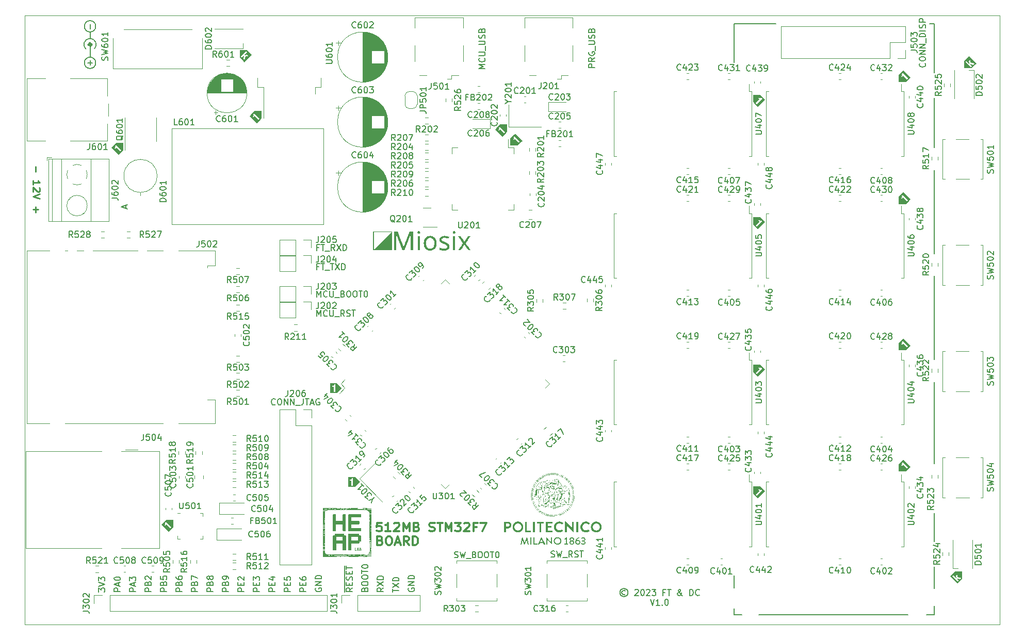
<source format=gbr>
%TF.GenerationSoftware,KiCad,Pcbnew,6.0.11-2627ca5db0~126~ubuntu22.04.1*%
%TF.CreationDate,2023-07-01T17:45:03+02:00*%
%TF.ProjectId,marco-ram-board,6d617263-6f2d-4726-916d-2d626f617264,rev?*%
%TF.SameCoordinates,Original*%
%TF.FileFunction,Legend,Top*%
%TF.FilePolarity,Positive*%
%FSLAX46Y46*%
G04 Gerber Fmt 4.6, Leading zero omitted, Abs format (unit mm)*
G04 Created by KiCad (PCBNEW 6.0.11-2627ca5db0~126~ubuntu22.04.1) date 2023-07-01 17:45:03*
%MOMM*%
%LPD*%
G01*
G04 APERTURE LIST*
%ADD10C,0.150000*%
%TA.AperFunction,Profile*%
%ADD11C,0.100000*%
%TD*%
%ADD12C,0.275000*%
%ADD13C,0.300000*%
%ADD14C,0.120000*%
%ADD15C,0.500000*%
%ADD16C,0.100000*%
G04 APERTURE END LIST*
D10*
X218000000Y-138400000D02*
X219300000Y-138400000D01*
X219300000Y-113600000D02*
X219300000Y-100200000D01*
X219300000Y-79100000D02*
X219300000Y-65400000D01*
X219300000Y-49400000D02*
X219300000Y-41400000D01*
X219300000Y-126400000D02*
X219300000Y-121700000D01*
X190500000Y-138400000D02*
X215000000Y-138400000D01*
X186400000Y-138400000D02*
X187700000Y-138400000D01*
X219300000Y-96500000D02*
X219300000Y-82800000D01*
X219300000Y-138400000D02*
X219300000Y-137000000D01*
X219300000Y-61700000D02*
X219300000Y-53600000D01*
X186400000Y-137400000D02*
X186400000Y-138400000D01*
X186400000Y-132000000D02*
X186400000Y-134000000D01*
X193300000Y-41400000D02*
X186400000Y-41400000D01*
X219300000Y-134100000D02*
X219300000Y-130500000D01*
X219300000Y-41400000D02*
X218500000Y-41400000D01*
X122500000Y-130350000D02*
X122500000Y-134650000D01*
X186400000Y-41400000D02*
X186400000Y-47700000D01*
D11*
X230000000Y-140000000D02*
X230000000Y-40000000D01*
X70000000Y-40000000D02*
X230000000Y-40000000D01*
X70000000Y-40000000D02*
X70000000Y-140000000D01*
X70000000Y-140000000D02*
X230000000Y-140000000D01*
D10*
X93312380Y-134564404D02*
X92312380Y-134564404D01*
X92312380Y-134183452D01*
X92360000Y-134088214D01*
X92407619Y-134040595D01*
X92502857Y-133992976D01*
X92645714Y-133992976D01*
X92740952Y-134040595D01*
X92788571Y-134088214D01*
X92836190Y-134183452D01*
X92836190Y-134564404D01*
X92788571Y-133231071D02*
X92836190Y-133088214D01*
X92883809Y-133040595D01*
X92979047Y-132992976D01*
X93121904Y-132992976D01*
X93217142Y-133040595D01*
X93264761Y-133088214D01*
X93312380Y-133183452D01*
X93312380Y-133564404D01*
X92312380Y-133564404D01*
X92312380Y-133231071D01*
X92360000Y-133135833D01*
X92407619Y-133088214D01*
X92502857Y-133040595D01*
X92598095Y-133040595D01*
X92693333Y-133088214D01*
X92740952Y-133135833D01*
X92788571Y-133231071D01*
X92788571Y-133564404D01*
X92312380Y-132088214D02*
X92312380Y-132564404D01*
X92788571Y-132612023D01*
X92740952Y-132564404D01*
X92693333Y-132469166D01*
X92693333Y-132231071D01*
X92740952Y-132135833D01*
X92788571Y-132088214D01*
X92883809Y-132040595D01*
X93121904Y-132040595D01*
X93217142Y-132088214D01*
X93264761Y-132135833D01*
X93312380Y-132231071D01*
X93312380Y-132469166D01*
X93264761Y-132564404D01*
X93217142Y-132612023D01*
X88232380Y-134564404D02*
X87232380Y-134564404D01*
X87232380Y-134183452D01*
X87280000Y-134088214D01*
X87327619Y-134040595D01*
X87422857Y-133992976D01*
X87565714Y-133992976D01*
X87660952Y-134040595D01*
X87708571Y-134088214D01*
X87756190Y-134183452D01*
X87756190Y-134564404D01*
X87946666Y-133612023D02*
X87946666Y-133135833D01*
X88232380Y-133707261D02*
X87232380Y-133373928D01*
X88232380Y-133040595D01*
X87232380Y-132802500D02*
X87232380Y-132183452D01*
X87613333Y-132516785D01*
X87613333Y-132373928D01*
X87660952Y-132278690D01*
X87708571Y-132231071D01*
X87803809Y-132183452D01*
X88041904Y-132183452D01*
X88137142Y-132231071D01*
X88184761Y-132278690D01*
X88232380Y-132373928D01*
X88232380Y-132659642D01*
X88184761Y-132754880D01*
X88137142Y-132802500D01*
X133000000Y-134040595D02*
X132952380Y-134135833D01*
X132952380Y-134278690D01*
X133000000Y-134421547D01*
X133095238Y-134516785D01*
X133190476Y-134564404D01*
X133380952Y-134612023D01*
X133523809Y-134612023D01*
X133714285Y-134564404D01*
X133809523Y-134516785D01*
X133904761Y-134421547D01*
X133952380Y-134278690D01*
X133952380Y-134183452D01*
X133904761Y-134040595D01*
X133857142Y-133992976D01*
X133523809Y-133992976D01*
X133523809Y-134183452D01*
X133952380Y-133564404D02*
X132952380Y-133564404D01*
X133952380Y-132992976D01*
X132952380Y-132992976D01*
X133952380Y-132516785D02*
X132952380Y-132516785D01*
X132952380Y-132278690D01*
X133000000Y-132135833D01*
X133095238Y-132040595D01*
X133190476Y-131992976D01*
X133380952Y-131945357D01*
X133523809Y-131945357D01*
X133714285Y-131992976D01*
X133809523Y-132040595D01*
X133904761Y-132135833D01*
X133952380Y-132278690D01*
X133952380Y-132516785D01*
X123792380Y-133992976D02*
X123316190Y-134326309D01*
X123792380Y-134564404D02*
X122792380Y-134564404D01*
X122792380Y-134183452D01*
X122840000Y-134088214D01*
X122887619Y-134040595D01*
X122982857Y-133992976D01*
X123125714Y-133992976D01*
X123220952Y-134040595D01*
X123268571Y-134088214D01*
X123316190Y-134183452D01*
X123316190Y-134564404D01*
X123268571Y-133564404D02*
X123268571Y-133231071D01*
X123792380Y-133088214D02*
X123792380Y-133564404D01*
X122792380Y-133564404D01*
X122792380Y-133088214D01*
X123744761Y-132707261D02*
X123792380Y-132564404D01*
X123792380Y-132326309D01*
X123744761Y-132231071D01*
X123697142Y-132183452D01*
X123601904Y-132135833D01*
X123506666Y-132135833D01*
X123411428Y-132183452D01*
X123363809Y-132231071D01*
X123316190Y-132326309D01*
X123268571Y-132516785D01*
X123220952Y-132612023D01*
X123173333Y-132659642D01*
X123078095Y-132707261D01*
X122982857Y-132707261D01*
X122887619Y-132659642D01*
X122840000Y-132612023D01*
X122792380Y-132516785D01*
X122792380Y-132278690D01*
X122840000Y-132135833D01*
X123268571Y-131707261D02*
X123268571Y-131373928D01*
X123792380Y-131231071D02*
X123792380Y-131707261D01*
X122792380Y-131707261D01*
X122792380Y-131231071D01*
X122792380Y-130945357D02*
X122792380Y-130373928D01*
X123792380Y-130659642D02*
X122792380Y-130659642D01*
X106012380Y-134564404D02*
X105012380Y-134564404D01*
X105012380Y-134183452D01*
X105060000Y-134088214D01*
X105107619Y-134040595D01*
X105202857Y-133992976D01*
X105345714Y-133992976D01*
X105440952Y-134040595D01*
X105488571Y-134088214D01*
X105536190Y-134183452D01*
X105536190Y-134564404D01*
X105488571Y-133564404D02*
X105488571Y-133231071D01*
X106012380Y-133088214D02*
X106012380Y-133564404D01*
X105012380Y-133564404D01*
X105012380Y-133088214D01*
X105107619Y-132707261D02*
X105060000Y-132659642D01*
X105012380Y-132564404D01*
X105012380Y-132326309D01*
X105060000Y-132231071D01*
X105107619Y-132183452D01*
X105202857Y-132135833D01*
X105298095Y-132135833D01*
X105440952Y-132183452D01*
X106012380Y-132754880D01*
X106012380Y-132135833D01*
X111092380Y-134564404D02*
X110092380Y-134564404D01*
X110092380Y-134183452D01*
X110140000Y-134088214D01*
X110187619Y-134040595D01*
X110282857Y-133992976D01*
X110425714Y-133992976D01*
X110520952Y-134040595D01*
X110568571Y-134088214D01*
X110616190Y-134183452D01*
X110616190Y-134564404D01*
X110568571Y-133564404D02*
X110568571Y-133231071D01*
X111092380Y-133088214D02*
X111092380Y-133564404D01*
X110092380Y-133564404D01*
X110092380Y-133088214D01*
X110425714Y-132231071D02*
X111092380Y-132231071D01*
X110044761Y-132469166D02*
X110759047Y-132707261D01*
X110759047Y-132088214D01*
X108552380Y-134564404D02*
X107552380Y-134564404D01*
X107552380Y-134183452D01*
X107600000Y-134088214D01*
X107647619Y-134040595D01*
X107742857Y-133992976D01*
X107885714Y-133992976D01*
X107980952Y-134040595D01*
X108028571Y-134088214D01*
X108076190Y-134183452D01*
X108076190Y-134564404D01*
X108028571Y-133564404D02*
X108028571Y-133231071D01*
X108552380Y-133088214D02*
X108552380Y-133564404D01*
X107552380Y-133564404D01*
X107552380Y-133088214D01*
X107552380Y-132754880D02*
X107552380Y-132135833D01*
X107933333Y-132469166D01*
X107933333Y-132326309D01*
X107980952Y-132231071D01*
X108028571Y-132183452D01*
X108123809Y-132135833D01*
X108361904Y-132135833D01*
X108457142Y-132183452D01*
X108504761Y-132231071D01*
X108552380Y-132326309D01*
X108552380Y-132612023D01*
X108504761Y-132707261D01*
X108457142Y-132754880D01*
X117760000Y-134040595D02*
X117712380Y-134135833D01*
X117712380Y-134278690D01*
X117760000Y-134421547D01*
X117855238Y-134516785D01*
X117950476Y-134564404D01*
X118140952Y-134612023D01*
X118283809Y-134612023D01*
X118474285Y-134564404D01*
X118569523Y-134516785D01*
X118664761Y-134421547D01*
X118712380Y-134278690D01*
X118712380Y-134183452D01*
X118664761Y-134040595D01*
X118617142Y-133992976D01*
X118283809Y-133992976D01*
X118283809Y-134183452D01*
X118712380Y-133564404D02*
X117712380Y-133564404D01*
X118712380Y-132992976D01*
X117712380Y-132992976D01*
X118712380Y-132516785D02*
X117712380Y-132516785D01*
X117712380Y-132278690D01*
X117760000Y-132135833D01*
X117855238Y-132040595D01*
X117950476Y-131992976D01*
X118140952Y-131945357D01*
X118283809Y-131945357D01*
X118474285Y-131992976D01*
X118569523Y-132040595D01*
X118664761Y-132135833D01*
X118712380Y-132278690D01*
X118712380Y-132516785D01*
X103472380Y-134564404D02*
X102472380Y-134564404D01*
X102472380Y-134183452D01*
X102520000Y-134088214D01*
X102567619Y-134040595D01*
X102662857Y-133992976D01*
X102805714Y-133992976D01*
X102900952Y-134040595D01*
X102948571Y-134088214D01*
X102996190Y-134183452D01*
X102996190Y-134564404D01*
X102948571Y-133231071D02*
X102996190Y-133088214D01*
X103043809Y-133040595D01*
X103139047Y-132992976D01*
X103281904Y-132992976D01*
X103377142Y-133040595D01*
X103424761Y-133088214D01*
X103472380Y-133183452D01*
X103472380Y-133564404D01*
X102472380Y-133564404D01*
X102472380Y-133231071D01*
X102520000Y-133135833D01*
X102567619Y-133088214D01*
X102662857Y-133040595D01*
X102758095Y-133040595D01*
X102853333Y-133088214D01*
X102900952Y-133135833D01*
X102948571Y-133231071D01*
X102948571Y-133564404D01*
X103472380Y-132516785D02*
X103472380Y-132326309D01*
X103424761Y-132231071D01*
X103377142Y-132183452D01*
X103234285Y-132088214D01*
X103043809Y-132040595D01*
X102662857Y-132040595D01*
X102567619Y-132088214D01*
X102520000Y-132135833D01*
X102472380Y-132231071D01*
X102472380Y-132421547D01*
X102520000Y-132516785D01*
X102567619Y-132564404D01*
X102662857Y-132612023D01*
X102900952Y-132612023D01*
X102996190Y-132564404D01*
X103043809Y-132516785D01*
X103091428Y-132421547D01*
X103091428Y-132231071D01*
X103043809Y-132135833D01*
X102996190Y-132088214D01*
X102900952Y-132040595D01*
D12*
X71826428Y-64803571D02*
X71826428Y-65717857D01*
X71407380Y-67832142D02*
X71407380Y-67146428D01*
X71407380Y-67489285D02*
X72507380Y-67489285D01*
X72350238Y-67375000D01*
X72245476Y-67260714D01*
X72193095Y-67146428D01*
X72402619Y-68289285D02*
X72455000Y-68346428D01*
X72507380Y-68460714D01*
X72507380Y-68746428D01*
X72455000Y-68860714D01*
X72402619Y-68917857D01*
X72297857Y-68975000D01*
X72193095Y-68975000D01*
X72035952Y-68917857D01*
X71407380Y-68232142D01*
X71407380Y-68975000D01*
X72507380Y-69317857D02*
X71407380Y-69717857D01*
X72507380Y-70117857D01*
X71826428Y-71432142D02*
X71826428Y-72346428D01*
X71407380Y-71889285D02*
X72245476Y-71889285D01*
D10*
X100932380Y-134564404D02*
X99932380Y-134564404D01*
X99932380Y-134183452D01*
X99980000Y-134088214D01*
X100027619Y-134040595D01*
X100122857Y-133992976D01*
X100265714Y-133992976D01*
X100360952Y-134040595D01*
X100408571Y-134088214D01*
X100456190Y-134183452D01*
X100456190Y-134564404D01*
X100408571Y-133231071D02*
X100456190Y-133088214D01*
X100503809Y-133040595D01*
X100599047Y-132992976D01*
X100741904Y-132992976D01*
X100837142Y-133040595D01*
X100884761Y-133088214D01*
X100932380Y-133183452D01*
X100932380Y-133564404D01*
X99932380Y-133564404D01*
X99932380Y-133231071D01*
X99980000Y-133135833D01*
X100027619Y-133088214D01*
X100122857Y-133040595D01*
X100218095Y-133040595D01*
X100313333Y-133088214D01*
X100360952Y-133135833D01*
X100408571Y-133231071D01*
X100408571Y-133564404D01*
X100360952Y-132421547D02*
X100313333Y-132516785D01*
X100265714Y-132564404D01*
X100170476Y-132612023D01*
X100122857Y-132612023D01*
X100027619Y-132564404D01*
X99980000Y-132516785D01*
X99932380Y-132421547D01*
X99932380Y-132231071D01*
X99980000Y-132135833D01*
X100027619Y-132088214D01*
X100122857Y-132040595D01*
X100170476Y-132040595D01*
X100265714Y-132088214D01*
X100313333Y-132135833D01*
X100360952Y-132231071D01*
X100360952Y-132421547D01*
X100408571Y-132516785D01*
X100456190Y-132564404D01*
X100551428Y-132612023D01*
X100741904Y-132612023D01*
X100837142Y-132564404D01*
X100884761Y-132516785D01*
X100932380Y-132421547D01*
X100932380Y-132231071D01*
X100884761Y-132135833D01*
X100837142Y-132088214D01*
X100741904Y-132040595D01*
X100551428Y-132040595D01*
X100456190Y-132088214D01*
X100408571Y-132135833D01*
X100360952Y-132231071D01*
X130412380Y-134707261D02*
X130412380Y-134135833D01*
X131412380Y-134421547D02*
X130412380Y-134421547D01*
X130412380Y-133897738D02*
X131412380Y-133231071D01*
X130412380Y-133231071D02*
X131412380Y-133897738D01*
X131412380Y-132850119D02*
X130412380Y-132850119D01*
X130412380Y-132612023D01*
X130460000Y-132469166D01*
X130555238Y-132373928D01*
X130650476Y-132326309D01*
X130840952Y-132278690D01*
X130983809Y-132278690D01*
X131174285Y-132326309D01*
X131269523Y-132373928D01*
X131364761Y-132469166D01*
X131412380Y-132612023D01*
X131412380Y-132850119D01*
X116172380Y-134564404D02*
X115172380Y-134564404D01*
X115172380Y-134183452D01*
X115220000Y-134088214D01*
X115267619Y-134040595D01*
X115362857Y-133992976D01*
X115505714Y-133992976D01*
X115600952Y-134040595D01*
X115648571Y-134088214D01*
X115696190Y-134183452D01*
X115696190Y-134564404D01*
X115648571Y-133564404D02*
X115648571Y-133231071D01*
X116172380Y-133088214D02*
X116172380Y-133564404D01*
X115172380Y-133564404D01*
X115172380Y-133088214D01*
X115172380Y-132231071D02*
X115172380Y-132421547D01*
X115220000Y-132516785D01*
X115267619Y-132564404D01*
X115410476Y-132659642D01*
X115600952Y-132707261D01*
X115981904Y-132707261D01*
X116077142Y-132659642D01*
X116124761Y-132612023D01*
X116172380Y-132516785D01*
X116172380Y-132326309D01*
X116124761Y-132231071D01*
X116077142Y-132183452D01*
X115981904Y-132135833D01*
X115743809Y-132135833D01*
X115648571Y-132183452D01*
X115600952Y-132231071D01*
X115553333Y-132326309D01*
X115553333Y-132516785D01*
X115600952Y-132612023D01*
X115648571Y-132659642D01*
X115743809Y-132707261D01*
X90772380Y-134564404D02*
X89772380Y-134564404D01*
X89772380Y-134183452D01*
X89820000Y-134088214D01*
X89867619Y-134040595D01*
X89962857Y-133992976D01*
X90105714Y-133992976D01*
X90200952Y-134040595D01*
X90248571Y-134088214D01*
X90296190Y-134183452D01*
X90296190Y-134564404D01*
X90248571Y-133231071D02*
X90296190Y-133088214D01*
X90343809Y-133040595D01*
X90439047Y-132992976D01*
X90581904Y-132992976D01*
X90677142Y-133040595D01*
X90724761Y-133088214D01*
X90772380Y-133183452D01*
X90772380Y-133564404D01*
X89772380Y-133564404D01*
X89772380Y-133231071D01*
X89820000Y-133135833D01*
X89867619Y-133088214D01*
X89962857Y-133040595D01*
X90058095Y-133040595D01*
X90153333Y-133088214D01*
X90200952Y-133135833D01*
X90248571Y-133231071D01*
X90248571Y-133564404D01*
X89867619Y-132612023D02*
X89820000Y-132564404D01*
X89772380Y-132469166D01*
X89772380Y-132231071D01*
X89820000Y-132135833D01*
X89867619Y-132088214D01*
X89962857Y-132040595D01*
X90058095Y-132040595D01*
X90200952Y-132088214D01*
X90772380Y-132659642D01*
X90772380Y-132040595D01*
X80728571Y-47419047D02*
X80728571Y-48180952D01*
X80347619Y-47800000D02*
X81109523Y-47800000D01*
D13*
X128566428Y-123306333D02*
X127852142Y-123306333D01*
X127780714Y-123973000D01*
X127852142Y-123906333D01*
X127995000Y-123839666D01*
X128352142Y-123839666D01*
X128495000Y-123906333D01*
X128566428Y-123973000D01*
X128637857Y-124106333D01*
X128637857Y-124439666D01*
X128566428Y-124573000D01*
X128495000Y-124639666D01*
X128352142Y-124706333D01*
X127995000Y-124706333D01*
X127852142Y-124639666D01*
X127780714Y-124573000D01*
X130066428Y-124706333D02*
X129209285Y-124706333D01*
X129637857Y-124706333D02*
X129637857Y-123306333D01*
X129495000Y-123506333D01*
X129352142Y-123639666D01*
X129209285Y-123706333D01*
X130637857Y-123439666D02*
X130709285Y-123373000D01*
X130852142Y-123306333D01*
X131209285Y-123306333D01*
X131352142Y-123373000D01*
X131423571Y-123439666D01*
X131495000Y-123573000D01*
X131495000Y-123706333D01*
X131423571Y-123906333D01*
X130566428Y-124706333D01*
X131495000Y-124706333D01*
X132137857Y-124706333D02*
X132137857Y-123306333D01*
X132637857Y-124306333D01*
X133137857Y-123306333D01*
X133137857Y-124706333D01*
X134352142Y-123973000D02*
X134566428Y-124039666D01*
X134637857Y-124106333D01*
X134709285Y-124239666D01*
X134709285Y-124439666D01*
X134637857Y-124573000D01*
X134566428Y-124639666D01*
X134423571Y-124706333D01*
X133852142Y-124706333D01*
X133852142Y-123306333D01*
X134352142Y-123306333D01*
X134495000Y-123373000D01*
X134566428Y-123439666D01*
X134637857Y-123573000D01*
X134637857Y-123706333D01*
X134566428Y-123839666D01*
X134495000Y-123906333D01*
X134352142Y-123973000D01*
X133852142Y-123973000D01*
X136423571Y-124639666D02*
X136637857Y-124706333D01*
X136995000Y-124706333D01*
X137137857Y-124639666D01*
X137209285Y-124573000D01*
X137280714Y-124439666D01*
X137280714Y-124306333D01*
X137209285Y-124173000D01*
X137137857Y-124106333D01*
X136995000Y-124039666D01*
X136709285Y-123973000D01*
X136566428Y-123906333D01*
X136495000Y-123839666D01*
X136423571Y-123706333D01*
X136423571Y-123573000D01*
X136495000Y-123439666D01*
X136566428Y-123373000D01*
X136709285Y-123306333D01*
X137066428Y-123306333D01*
X137280714Y-123373000D01*
X137709285Y-123306333D02*
X138566428Y-123306333D01*
X138137857Y-124706333D02*
X138137857Y-123306333D01*
X139066428Y-124706333D02*
X139066428Y-123306333D01*
X139566428Y-124306333D01*
X140066428Y-123306333D01*
X140066428Y-124706333D01*
X140637857Y-123306333D02*
X141566428Y-123306333D01*
X141066428Y-123839666D01*
X141280714Y-123839666D01*
X141423571Y-123906333D01*
X141495000Y-123973000D01*
X141566428Y-124106333D01*
X141566428Y-124439666D01*
X141495000Y-124573000D01*
X141423571Y-124639666D01*
X141280714Y-124706333D01*
X140852142Y-124706333D01*
X140709285Y-124639666D01*
X140637857Y-124573000D01*
X142137857Y-123439666D02*
X142209285Y-123373000D01*
X142352142Y-123306333D01*
X142709285Y-123306333D01*
X142852142Y-123373000D01*
X142923571Y-123439666D01*
X142995000Y-123573000D01*
X142995000Y-123706333D01*
X142923571Y-123906333D01*
X142066428Y-124706333D01*
X142995000Y-124706333D01*
X144137857Y-123973000D02*
X143637857Y-123973000D01*
X143637857Y-124706333D02*
X143637857Y-123306333D01*
X144352142Y-123306333D01*
X144780714Y-123306333D02*
X145780714Y-123306333D01*
X145137857Y-124706333D01*
X128352142Y-126227000D02*
X128566428Y-126293666D01*
X128637857Y-126360333D01*
X128709285Y-126493666D01*
X128709285Y-126693666D01*
X128637857Y-126827000D01*
X128566428Y-126893666D01*
X128423571Y-126960333D01*
X127852142Y-126960333D01*
X127852142Y-125560333D01*
X128352142Y-125560333D01*
X128495000Y-125627000D01*
X128566428Y-125693666D01*
X128637857Y-125827000D01*
X128637857Y-125960333D01*
X128566428Y-126093666D01*
X128495000Y-126160333D01*
X128352142Y-126227000D01*
X127852142Y-126227000D01*
X129637857Y-125560333D02*
X129923571Y-125560333D01*
X130066428Y-125627000D01*
X130209285Y-125760333D01*
X130280714Y-126027000D01*
X130280714Y-126493666D01*
X130209285Y-126760333D01*
X130066428Y-126893666D01*
X129923571Y-126960333D01*
X129637857Y-126960333D01*
X129495000Y-126893666D01*
X129352142Y-126760333D01*
X129280714Y-126493666D01*
X129280714Y-126027000D01*
X129352142Y-125760333D01*
X129495000Y-125627000D01*
X129637857Y-125560333D01*
X130852142Y-126560333D02*
X131566428Y-126560333D01*
X130709285Y-126960333D02*
X131209285Y-125560333D01*
X131709285Y-126960333D01*
X133066428Y-126960333D02*
X132566428Y-126293666D01*
X132209285Y-126960333D02*
X132209285Y-125560333D01*
X132780714Y-125560333D01*
X132923571Y-125627000D01*
X132995000Y-125693666D01*
X133066428Y-125827000D01*
X133066428Y-126027000D01*
X132995000Y-126160333D01*
X132923571Y-126227000D01*
X132780714Y-126293666D01*
X132209285Y-126293666D01*
X133709285Y-126960333D02*
X133709285Y-125560333D01*
X134066428Y-125560333D01*
X134280714Y-125627000D01*
X134423571Y-125760333D01*
X134495000Y-125893666D01*
X134566428Y-126160333D01*
X134566428Y-126360333D01*
X134495000Y-126627000D01*
X134423571Y-126760333D01*
X134280714Y-126893666D01*
X134066428Y-126960333D01*
X133709285Y-126960333D01*
D10*
X168533333Y-134485476D02*
X168438095Y-134437857D01*
X168247619Y-134437857D01*
X168152380Y-134485476D01*
X168057142Y-134580714D01*
X168009523Y-134675952D01*
X168009523Y-134866428D01*
X168057142Y-134961666D01*
X168152380Y-135056904D01*
X168247619Y-135104523D01*
X168438095Y-135104523D01*
X168533333Y-135056904D01*
X168342857Y-134104523D02*
X168104761Y-134152142D01*
X167866666Y-134295000D01*
X167723809Y-134533095D01*
X167676190Y-134771190D01*
X167723809Y-135009285D01*
X167866666Y-135247380D01*
X168104761Y-135390238D01*
X168342857Y-135437857D01*
X168580952Y-135390238D01*
X168819047Y-135247380D01*
X168961904Y-135009285D01*
X169009523Y-134771190D01*
X168961904Y-134533095D01*
X168819047Y-134295000D01*
X168580952Y-134152142D01*
X168342857Y-134104523D01*
X170152380Y-134342619D02*
X170200000Y-134295000D01*
X170295238Y-134247380D01*
X170533333Y-134247380D01*
X170628571Y-134295000D01*
X170676190Y-134342619D01*
X170723809Y-134437857D01*
X170723809Y-134533095D01*
X170676190Y-134675952D01*
X170104761Y-135247380D01*
X170723809Y-135247380D01*
X171342857Y-134247380D02*
X171438095Y-134247380D01*
X171533333Y-134295000D01*
X171580952Y-134342619D01*
X171628571Y-134437857D01*
X171676190Y-134628333D01*
X171676190Y-134866428D01*
X171628571Y-135056904D01*
X171580952Y-135152142D01*
X171533333Y-135199761D01*
X171438095Y-135247380D01*
X171342857Y-135247380D01*
X171247619Y-135199761D01*
X171200000Y-135152142D01*
X171152380Y-135056904D01*
X171104761Y-134866428D01*
X171104761Y-134628333D01*
X171152380Y-134437857D01*
X171200000Y-134342619D01*
X171247619Y-134295000D01*
X171342857Y-134247380D01*
X172057142Y-134342619D02*
X172104761Y-134295000D01*
X172200000Y-134247380D01*
X172438095Y-134247380D01*
X172533333Y-134295000D01*
X172580952Y-134342619D01*
X172628571Y-134437857D01*
X172628571Y-134533095D01*
X172580952Y-134675952D01*
X172009523Y-135247380D01*
X172628571Y-135247380D01*
X172961904Y-134247380D02*
X173580952Y-134247380D01*
X173247619Y-134628333D01*
X173390476Y-134628333D01*
X173485714Y-134675952D01*
X173533333Y-134723571D01*
X173580952Y-134818809D01*
X173580952Y-135056904D01*
X173533333Y-135152142D01*
X173485714Y-135199761D01*
X173390476Y-135247380D01*
X173104761Y-135247380D01*
X173009523Y-135199761D01*
X172961904Y-135152142D01*
X175104761Y-134723571D02*
X174771428Y-134723571D01*
X174771428Y-135247380D02*
X174771428Y-134247380D01*
X175247619Y-134247380D01*
X175485714Y-134247380D02*
X176057142Y-134247380D01*
X175771428Y-135247380D02*
X175771428Y-134247380D01*
X177961904Y-135247380D02*
X177914285Y-135247380D01*
X177819047Y-135199761D01*
X177676190Y-135056904D01*
X177438095Y-134771190D01*
X177342857Y-134628333D01*
X177295238Y-134485476D01*
X177295238Y-134390238D01*
X177342857Y-134295000D01*
X177438095Y-134247380D01*
X177485714Y-134247380D01*
X177580952Y-134295000D01*
X177628571Y-134390238D01*
X177628571Y-134437857D01*
X177580952Y-134533095D01*
X177533333Y-134580714D01*
X177247619Y-134771190D01*
X177200000Y-134818809D01*
X177152380Y-134914047D01*
X177152380Y-135056904D01*
X177200000Y-135152142D01*
X177247619Y-135199761D01*
X177342857Y-135247380D01*
X177485714Y-135247380D01*
X177580952Y-135199761D01*
X177628571Y-135152142D01*
X177771428Y-134961666D01*
X177819047Y-134818809D01*
X177819047Y-134723571D01*
X179152380Y-135247380D02*
X179152380Y-134247380D01*
X179390476Y-134247380D01*
X179533333Y-134295000D01*
X179628571Y-134390238D01*
X179676190Y-134485476D01*
X179723809Y-134675952D01*
X179723809Y-134818809D01*
X179676190Y-135009285D01*
X179628571Y-135104523D01*
X179533333Y-135199761D01*
X179390476Y-135247380D01*
X179152380Y-135247380D01*
X180723809Y-135152142D02*
X180676190Y-135199761D01*
X180533333Y-135247380D01*
X180438095Y-135247380D01*
X180295238Y-135199761D01*
X180200000Y-135104523D01*
X180152380Y-135009285D01*
X180104761Y-134818809D01*
X180104761Y-134675952D01*
X180152380Y-134485476D01*
X180200000Y-134390238D01*
X180295238Y-134295000D01*
X180438095Y-134247380D01*
X180533333Y-134247380D01*
X180676190Y-134295000D01*
X180723809Y-134342619D01*
X172676190Y-135857380D02*
X173009523Y-136857380D01*
X173342857Y-135857380D01*
X174200000Y-136857380D02*
X173628571Y-136857380D01*
X173914285Y-136857380D02*
X173914285Y-135857380D01*
X173819047Y-136000238D01*
X173723809Y-136095476D01*
X173628571Y-136143095D01*
X174628571Y-136762142D02*
X174676190Y-136809761D01*
X174628571Y-136857380D01*
X174580952Y-136809761D01*
X174628571Y-136762142D01*
X174628571Y-136857380D01*
X175295238Y-135857380D02*
X175390476Y-135857380D01*
X175485714Y-135905000D01*
X175533333Y-135952619D01*
X175580952Y-136047857D01*
X175628571Y-136238333D01*
X175628571Y-136476428D01*
X175580952Y-136666904D01*
X175533333Y-136762142D01*
X175485714Y-136809761D01*
X175390476Y-136857380D01*
X175295238Y-136857380D01*
X175200000Y-136809761D01*
X175152380Y-136762142D01*
X175104761Y-136666904D01*
X175057142Y-136476428D01*
X175057142Y-136238333D01*
X175104761Y-136047857D01*
X175152380Y-135952619D01*
X175200000Y-135905000D01*
X175295238Y-135857380D01*
X85692380Y-134564404D02*
X84692380Y-134564404D01*
X84692380Y-134183452D01*
X84740000Y-134088214D01*
X84787619Y-134040595D01*
X84882857Y-133992976D01*
X85025714Y-133992976D01*
X85120952Y-134040595D01*
X85168571Y-134088214D01*
X85216190Y-134183452D01*
X85216190Y-134564404D01*
X85406666Y-133612023D02*
X85406666Y-133135833D01*
X85692380Y-133707261D02*
X84692380Y-133373928D01*
X85692380Y-133040595D01*
X84692380Y-132516785D02*
X84692380Y-132421547D01*
X84740000Y-132326309D01*
X84787619Y-132278690D01*
X84882857Y-132231071D01*
X85073333Y-132183452D01*
X85311428Y-132183452D01*
X85501904Y-132231071D01*
X85597142Y-132278690D01*
X85644761Y-132326309D01*
X85692380Y-132421547D01*
X85692380Y-132516785D01*
X85644761Y-132612023D01*
X85597142Y-132659642D01*
X85501904Y-132707261D01*
X85311428Y-132754880D01*
X85073333Y-132754880D01*
X84882857Y-132707261D01*
X84787619Y-132659642D01*
X84740000Y-132612023D01*
X84692380Y-132516785D01*
X113632380Y-134564404D02*
X112632380Y-134564404D01*
X112632380Y-134183452D01*
X112680000Y-134088214D01*
X112727619Y-134040595D01*
X112822857Y-133992976D01*
X112965714Y-133992976D01*
X113060952Y-134040595D01*
X113108571Y-134088214D01*
X113156190Y-134183452D01*
X113156190Y-134564404D01*
X113108571Y-133564404D02*
X113108571Y-133231071D01*
X113632380Y-133088214D02*
X113632380Y-133564404D01*
X112632380Y-133564404D01*
X112632380Y-133088214D01*
X112632380Y-132183452D02*
X112632380Y-132659642D01*
X113108571Y-132707261D01*
X113060952Y-132659642D01*
X113013333Y-132564404D01*
X113013333Y-132326309D01*
X113060952Y-132231071D01*
X113108571Y-132183452D01*
X113203809Y-132135833D01*
X113441904Y-132135833D01*
X113537142Y-132183452D01*
X113584761Y-132231071D01*
X113632380Y-132326309D01*
X113632380Y-132564404D01*
X113584761Y-132659642D01*
X113537142Y-132707261D01*
X82152380Y-134659642D02*
X82152380Y-134040595D01*
X82533333Y-134373928D01*
X82533333Y-134231071D01*
X82580952Y-134135833D01*
X82628571Y-134088214D01*
X82723809Y-134040595D01*
X82961904Y-134040595D01*
X83057142Y-134088214D01*
X83104761Y-134135833D01*
X83152380Y-134231071D01*
X83152380Y-134516785D01*
X83104761Y-134612023D01*
X83057142Y-134659642D01*
X82152380Y-133754880D02*
X83152380Y-133421547D01*
X82152380Y-133088214D01*
X82152380Y-132850119D02*
X82152380Y-132231071D01*
X82533333Y-132564404D01*
X82533333Y-132421547D01*
X82580952Y-132326309D01*
X82628571Y-132278690D01*
X82723809Y-132231071D01*
X82961904Y-132231071D01*
X83057142Y-132278690D01*
X83104761Y-132326309D01*
X83152380Y-132421547D01*
X83152380Y-132707261D01*
X83104761Y-132802500D01*
X83057142Y-132850119D01*
X95852380Y-134564404D02*
X94852380Y-134564404D01*
X94852380Y-134183452D01*
X94900000Y-134088214D01*
X94947619Y-134040595D01*
X95042857Y-133992976D01*
X95185714Y-133992976D01*
X95280952Y-134040595D01*
X95328571Y-134088214D01*
X95376190Y-134183452D01*
X95376190Y-134564404D01*
X95328571Y-133231071D02*
X95376190Y-133088214D01*
X95423809Y-133040595D01*
X95519047Y-132992976D01*
X95661904Y-132992976D01*
X95757142Y-133040595D01*
X95804761Y-133088214D01*
X95852380Y-133183452D01*
X95852380Y-133564404D01*
X94852380Y-133564404D01*
X94852380Y-133231071D01*
X94900000Y-133135833D01*
X94947619Y-133088214D01*
X95042857Y-133040595D01*
X95138095Y-133040595D01*
X95233333Y-133088214D01*
X95280952Y-133135833D01*
X95328571Y-133231071D01*
X95328571Y-133564404D01*
X94852380Y-132135833D02*
X94852380Y-132326309D01*
X94900000Y-132421547D01*
X94947619Y-132469166D01*
X95090476Y-132564404D01*
X95280952Y-132612023D01*
X95661904Y-132612023D01*
X95757142Y-132564404D01*
X95804761Y-132516785D01*
X95852380Y-132421547D01*
X95852380Y-132231071D01*
X95804761Y-132135833D01*
X95757142Y-132088214D01*
X95661904Y-132040595D01*
X95423809Y-132040595D01*
X95328571Y-132088214D01*
X95280952Y-132135833D01*
X95233333Y-132231071D01*
X95233333Y-132421547D01*
X95280952Y-132516785D01*
X95328571Y-132564404D01*
X95423809Y-132612023D01*
X125808571Y-134231071D02*
X125856190Y-134088214D01*
X125903809Y-134040595D01*
X125999047Y-133992976D01*
X126141904Y-133992976D01*
X126237142Y-134040595D01*
X126284761Y-134088214D01*
X126332380Y-134183452D01*
X126332380Y-134564404D01*
X125332380Y-134564404D01*
X125332380Y-134231071D01*
X125380000Y-134135833D01*
X125427619Y-134088214D01*
X125522857Y-134040595D01*
X125618095Y-134040595D01*
X125713333Y-134088214D01*
X125760952Y-134135833D01*
X125808571Y-134231071D01*
X125808571Y-134564404D01*
X125332380Y-133373928D02*
X125332380Y-133183452D01*
X125380000Y-133088214D01*
X125475238Y-132992976D01*
X125665714Y-132945357D01*
X125999047Y-132945357D01*
X126189523Y-132992976D01*
X126284761Y-133088214D01*
X126332380Y-133183452D01*
X126332380Y-133373928D01*
X126284761Y-133469166D01*
X126189523Y-133564404D01*
X125999047Y-133612023D01*
X125665714Y-133612023D01*
X125475238Y-133564404D01*
X125380000Y-133469166D01*
X125332380Y-133373928D01*
X125332380Y-132326309D02*
X125332380Y-132135833D01*
X125380000Y-132040595D01*
X125475238Y-131945357D01*
X125665714Y-131897738D01*
X125999047Y-131897738D01*
X126189523Y-131945357D01*
X126284761Y-132040595D01*
X126332380Y-132135833D01*
X126332380Y-132326309D01*
X126284761Y-132421547D01*
X126189523Y-132516785D01*
X125999047Y-132564404D01*
X125665714Y-132564404D01*
X125475238Y-132516785D01*
X125380000Y-132421547D01*
X125332380Y-132326309D01*
X125332380Y-131612023D02*
X125332380Y-131040595D01*
X126332380Y-131326309D02*
X125332380Y-131326309D01*
X125332380Y-130516785D02*
X125332380Y-130421547D01*
X125380000Y-130326309D01*
X125427619Y-130278690D01*
X125522857Y-130231071D01*
X125713333Y-130183452D01*
X125951428Y-130183452D01*
X126141904Y-130231071D01*
X126237142Y-130278690D01*
X126284761Y-130326309D01*
X126332380Y-130421547D01*
X126332380Y-130516785D01*
X126284761Y-130612023D01*
X126237142Y-130659642D01*
X126141904Y-130707261D01*
X125951428Y-130754880D01*
X125713333Y-130754880D01*
X125522857Y-130707261D01*
X125427619Y-130659642D01*
X125380000Y-130612023D01*
X125332380Y-130516785D01*
X80728571Y-41419047D02*
X80728571Y-42180952D01*
X128872380Y-133992976D02*
X128396190Y-134326309D01*
X128872380Y-134564404D02*
X127872380Y-134564404D01*
X127872380Y-134183452D01*
X127920000Y-134088214D01*
X127967619Y-134040595D01*
X128062857Y-133992976D01*
X128205714Y-133992976D01*
X128300952Y-134040595D01*
X128348571Y-134088214D01*
X128396190Y-134183452D01*
X128396190Y-134564404D01*
X127872380Y-133659642D02*
X128872380Y-132992976D01*
X127872380Y-132992976D02*
X128872380Y-133659642D01*
X128872380Y-132612023D02*
X127872380Y-132612023D01*
X127872380Y-132373928D01*
X127920000Y-132231071D01*
X128015238Y-132135833D01*
X128110476Y-132088214D01*
X128300952Y-132040595D01*
X128443809Y-132040595D01*
X128634285Y-132088214D01*
X128729523Y-132135833D01*
X128824761Y-132231071D01*
X128872380Y-132373928D01*
X128872380Y-132612023D01*
X98392380Y-134564404D02*
X97392380Y-134564404D01*
X97392380Y-134183452D01*
X97440000Y-134088214D01*
X97487619Y-134040595D01*
X97582857Y-133992976D01*
X97725714Y-133992976D01*
X97820952Y-134040595D01*
X97868571Y-134088214D01*
X97916190Y-134183452D01*
X97916190Y-134564404D01*
X97868571Y-133231071D02*
X97916190Y-133088214D01*
X97963809Y-133040595D01*
X98059047Y-132992976D01*
X98201904Y-132992976D01*
X98297142Y-133040595D01*
X98344761Y-133088214D01*
X98392380Y-133183452D01*
X98392380Y-133564404D01*
X97392380Y-133564404D01*
X97392380Y-133231071D01*
X97440000Y-133135833D01*
X97487619Y-133088214D01*
X97582857Y-133040595D01*
X97678095Y-133040595D01*
X97773333Y-133088214D01*
X97820952Y-133135833D01*
X97868571Y-133231071D01*
X97868571Y-133564404D01*
X97392380Y-132659642D02*
X97392380Y-131992976D01*
X98392380Y-132421547D01*
%TO.C,C604*%
X124350301Y-63301142D02*
X124302682Y-63348761D01*
X124159825Y-63396380D01*
X124064587Y-63396380D01*
X123921729Y-63348761D01*
X123826491Y-63253523D01*
X123778872Y-63158285D01*
X123731253Y-62967809D01*
X123731253Y-62824952D01*
X123778872Y-62634476D01*
X123826491Y-62539238D01*
X123921729Y-62444000D01*
X124064587Y-62396380D01*
X124159825Y-62396380D01*
X124302682Y-62444000D01*
X124350301Y-62491619D01*
X125207444Y-62396380D02*
X125016968Y-62396380D01*
X124921729Y-62444000D01*
X124874110Y-62491619D01*
X124778872Y-62634476D01*
X124731253Y-62824952D01*
X124731253Y-63205904D01*
X124778872Y-63301142D01*
X124826491Y-63348761D01*
X124921729Y-63396380D01*
X125112206Y-63396380D01*
X125207444Y-63348761D01*
X125255063Y-63301142D01*
X125302682Y-63205904D01*
X125302682Y-62967809D01*
X125255063Y-62872571D01*
X125207444Y-62824952D01*
X125112206Y-62777333D01*
X124921729Y-62777333D01*
X124826491Y-62824952D01*
X124778872Y-62872571D01*
X124731253Y-62967809D01*
X125921729Y-62396380D02*
X126016968Y-62396380D01*
X126112206Y-62444000D01*
X126159825Y-62491619D01*
X126207444Y-62586857D01*
X126255063Y-62777333D01*
X126255063Y-63015428D01*
X126207444Y-63205904D01*
X126159825Y-63301142D01*
X126112206Y-63348761D01*
X126016968Y-63396380D01*
X125921729Y-63396380D01*
X125826491Y-63348761D01*
X125778872Y-63301142D01*
X125731253Y-63205904D01*
X125683634Y-63015428D01*
X125683634Y-62777333D01*
X125731253Y-62586857D01*
X125778872Y-62491619D01*
X125826491Y-62444000D01*
X125921729Y-62396380D01*
X127112206Y-62729714D02*
X127112206Y-63396380D01*
X126874110Y-62348761D02*
X126636015Y-63063047D01*
X127255063Y-63063047D01*
%TO.C,C428*%
X209480952Y-93077142D02*
X209433333Y-93124761D01*
X209290476Y-93172380D01*
X209195238Y-93172380D01*
X209052380Y-93124761D01*
X208957142Y-93029523D01*
X208909523Y-92934285D01*
X208861904Y-92743809D01*
X208861904Y-92600952D01*
X208909523Y-92410476D01*
X208957142Y-92315238D01*
X209052380Y-92220000D01*
X209195238Y-92172380D01*
X209290476Y-92172380D01*
X209433333Y-92220000D01*
X209480952Y-92267619D01*
X210338095Y-92505714D02*
X210338095Y-93172380D01*
X210100000Y-92124761D02*
X209861904Y-92839047D01*
X210480952Y-92839047D01*
X210814285Y-92267619D02*
X210861904Y-92220000D01*
X210957142Y-92172380D01*
X211195238Y-92172380D01*
X211290476Y-92220000D01*
X211338095Y-92267619D01*
X211385714Y-92362857D01*
X211385714Y-92458095D01*
X211338095Y-92600952D01*
X210766666Y-93172380D01*
X211385714Y-93172380D01*
X211957142Y-92600952D02*
X211861904Y-92553333D01*
X211814285Y-92505714D01*
X211766666Y-92410476D01*
X211766666Y-92362857D01*
X211814285Y-92267619D01*
X211861904Y-92220000D01*
X211957142Y-92172380D01*
X212147619Y-92172380D01*
X212242857Y-92220000D01*
X212290476Y-92267619D01*
X212338095Y-92362857D01*
X212338095Y-92410476D01*
X212290476Y-92505714D01*
X212242857Y-92553333D01*
X212147619Y-92600952D01*
X211957142Y-92600952D01*
X211861904Y-92648571D01*
X211814285Y-92696190D01*
X211766666Y-92791428D01*
X211766666Y-92981904D01*
X211814285Y-93077142D01*
X211861904Y-93124761D01*
X211957142Y-93172380D01*
X212147619Y-93172380D01*
X212242857Y-93124761D01*
X212290476Y-93077142D01*
X212338095Y-92981904D01*
X212338095Y-92791428D01*
X212290476Y-92696190D01*
X212242857Y-92648571D01*
X212147619Y-92600952D01*
%TO.C,C441*%
X164757142Y-128619047D02*
X164804761Y-128666666D01*
X164852380Y-128809523D01*
X164852380Y-128904761D01*
X164804761Y-129047619D01*
X164709523Y-129142857D01*
X164614285Y-129190476D01*
X164423809Y-129238095D01*
X164280952Y-129238095D01*
X164090476Y-129190476D01*
X163995238Y-129142857D01*
X163900000Y-129047619D01*
X163852380Y-128904761D01*
X163852380Y-128809523D01*
X163900000Y-128666666D01*
X163947619Y-128619047D01*
X164185714Y-127761904D02*
X164852380Y-127761904D01*
X163804761Y-128000000D02*
X164519047Y-128238095D01*
X164519047Y-127619047D01*
X164185714Y-126809523D02*
X164852380Y-126809523D01*
X163804761Y-127047619D02*
X164519047Y-127285714D01*
X164519047Y-126666666D01*
X164852380Y-125761904D02*
X164852380Y-126333333D01*
X164852380Y-126047619D02*
X163852380Y-126047619D01*
X163995238Y-126142857D01*
X164090476Y-126238095D01*
X164138095Y-126333333D01*
%TO.C,U601*%
X119452380Y-47914285D02*
X120261904Y-47914285D01*
X120357142Y-47866666D01*
X120404761Y-47819047D01*
X120452380Y-47723809D01*
X120452380Y-47533333D01*
X120404761Y-47438095D01*
X120357142Y-47390476D01*
X120261904Y-47342857D01*
X119452380Y-47342857D01*
X119452380Y-46438095D02*
X119452380Y-46628571D01*
X119500000Y-46723809D01*
X119547619Y-46771428D01*
X119690476Y-46866666D01*
X119880952Y-46914285D01*
X120261904Y-46914285D01*
X120357142Y-46866666D01*
X120404761Y-46819047D01*
X120452380Y-46723809D01*
X120452380Y-46533333D01*
X120404761Y-46438095D01*
X120357142Y-46390476D01*
X120261904Y-46342857D01*
X120023809Y-46342857D01*
X119928571Y-46390476D01*
X119880952Y-46438095D01*
X119833333Y-46533333D01*
X119833333Y-46723809D01*
X119880952Y-46819047D01*
X119928571Y-46866666D01*
X120023809Y-46914285D01*
X119452380Y-45723809D02*
X119452380Y-45628571D01*
X119500000Y-45533333D01*
X119547619Y-45485714D01*
X119642857Y-45438095D01*
X119833333Y-45390476D01*
X120071428Y-45390476D01*
X120261904Y-45438095D01*
X120357142Y-45485714D01*
X120404761Y-45533333D01*
X120452380Y-45628571D01*
X120452380Y-45723809D01*
X120404761Y-45819047D01*
X120357142Y-45866666D01*
X120261904Y-45914285D01*
X120071428Y-45961904D01*
X119833333Y-45961904D01*
X119642857Y-45914285D01*
X119547619Y-45866666D01*
X119500000Y-45819047D01*
X119452380Y-45723809D01*
X120452380Y-44438095D02*
X120452380Y-45009523D01*
X120452380Y-44723809D02*
X119452380Y-44723809D01*
X119595238Y-44819047D01*
X119690476Y-44914285D01*
X119738095Y-45009523D01*
%TO.C,C438*%
X217357142Y-74519047D02*
X217404761Y-74566666D01*
X217452380Y-74709523D01*
X217452380Y-74804761D01*
X217404761Y-74947619D01*
X217309523Y-75042857D01*
X217214285Y-75090476D01*
X217023809Y-75138095D01*
X216880952Y-75138095D01*
X216690476Y-75090476D01*
X216595238Y-75042857D01*
X216500000Y-74947619D01*
X216452380Y-74804761D01*
X216452380Y-74709523D01*
X216500000Y-74566666D01*
X216547619Y-74519047D01*
X216785714Y-73661904D02*
X217452380Y-73661904D01*
X216404761Y-73900000D02*
X217119047Y-74138095D01*
X217119047Y-73519047D01*
X216452380Y-73233333D02*
X216452380Y-72614285D01*
X216833333Y-72947619D01*
X216833333Y-72804761D01*
X216880952Y-72709523D01*
X216928571Y-72661904D01*
X217023809Y-72614285D01*
X217261904Y-72614285D01*
X217357142Y-72661904D01*
X217404761Y-72709523D01*
X217452380Y-72804761D01*
X217452380Y-73090476D01*
X217404761Y-73185714D01*
X217357142Y-73233333D01*
X216880952Y-72042857D02*
X216833333Y-72138095D01*
X216785714Y-72185714D01*
X216690476Y-72233333D01*
X216642857Y-72233333D01*
X216547619Y-72185714D01*
X216500000Y-72138095D01*
X216452380Y-72042857D01*
X216452380Y-71852380D01*
X216500000Y-71757142D01*
X216547619Y-71709523D01*
X216642857Y-71661904D01*
X216690476Y-71661904D01*
X216785714Y-71709523D01*
X216833333Y-71757142D01*
X216880952Y-71852380D01*
X216880952Y-72042857D01*
X216928571Y-72138095D01*
X216976190Y-72185714D01*
X217071428Y-72233333D01*
X217261904Y-72233333D01*
X217357142Y-72185714D01*
X217404761Y-72138095D01*
X217452380Y-72042857D01*
X217452380Y-71852380D01*
X217404761Y-71757142D01*
X217357142Y-71709523D01*
X217261904Y-71661904D01*
X217071428Y-71661904D01*
X216976190Y-71709523D01*
X216928571Y-71757142D01*
X216880952Y-71852380D01*
%TO.C,C206*%
X143380952Y-59737142D02*
X143333333Y-59784761D01*
X143190476Y-59832380D01*
X143095238Y-59832380D01*
X142952380Y-59784761D01*
X142857142Y-59689523D01*
X142809523Y-59594285D01*
X142761904Y-59403809D01*
X142761904Y-59260952D01*
X142809523Y-59070476D01*
X142857142Y-58975238D01*
X142952380Y-58880000D01*
X143095238Y-58832380D01*
X143190476Y-58832380D01*
X143333333Y-58880000D01*
X143380952Y-58927619D01*
X143761904Y-58927619D02*
X143809523Y-58880000D01*
X143904761Y-58832380D01*
X144142857Y-58832380D01*
X144238095Y-58880000D01*
X144285714Y-58927619D01*
X144333333Y-59022857D01*
X144333333Y-59118095D01*
X144285714Y-59260952D01*
X143714285Y-59832380D01*
X144333333Y-59832380D01*
X144952380Y-58832380D02*
X145047619Y-58832380D01*
X145142857Y-58880000D01*
X145190476Y-58927619D01*
X145238095Y-59022857D01*
X145285714Y-59213333D01*
X145285714Y-59451428D01*
X145238095Y-59641904D01*
X145190476Y-59737142D01*
X145142857Y-59784761D01*
X145047619Y-59832380D01*
X144952380Y-59832380D01*
X144857142Y-59784761D01*
X144809523Y-59737142D01*
X144761904Y-59641904D01*
X144714285Y-59451428D01*
X144714285Y-59213333D01*
X144761904Y-59022857D01*
X144809523Y-58927619D01*
X144857142Y-58880000D01*
X144952380Y-58832380D01*
X146142857Y-58832380D02*
X145952380Y-58832380D01*
X145857142Y-58880000D01*
X145809523Y-58927619D01*
X145714285Y-59070476D01*
X145666666Y-59260952D01*
X145666666Y-59641904D01*
X145714285Y-59737142D01*
X145761904Y-59784761D01*
X145857142Y-59832380D01*
X146047619Y-59832380D01*
X146142857Y-59784761D01*
X146190476Y-59737142D01*
X146238095Y-59641904D01*
X146238095Y-59403809D01*
X146190476Y-59308571D01*
X146142857Y-59260952D01*
X146047619Y-59213333D01*
X145857142Y-59213333D01*
X145761904Y-59260952D01*
X145714285Y-59308571D01*
X145666666Y-59403809D01*
%TO.C,FB201*%
X156014285Y-59404571D02*
X155680952Y-59404571D01*
X155680952Y-59928380D02*
X155680952Y-58928380D01*
X156157142Y-58928380D01*
X156871428Y-59404571D02*
X157014285Y-59452190D01*
X157061904Y-59499809D01*
X157109523Y-59595047D01*
X157109523Y-59737904D01*
X157061904Y-59833142D01*
X157014285Y-59880761D01*
X156919047Y-59928380D01*
X156538095Y-59928380D01*
X156538095Y-58928380D01*
X156871428Y-58928380D01*
X156966666Y-58976000D01*
X157014285Y-59023619D01*
X157061904Y-59118857D01*
X157061904Y-59214095D01*
X157014285Y-59309333D01*
X156966666Y-59356952D01*
X156871428Y-59404571D01*
X156538095Y-59404571D01*
X157490476Y-59023619D02*
X157538095Y-58976000D01*
X157633333Y-58928380D01*
X157871428Y-58928380D01*
X157966666Y-58976000D01*
X158014285Y-59023619D01*
X158061904Y-59118857D01*
X158061904Y-59214095D01*
X158014285Y-59356952D01*
X157442857Y-59928380D01*
X158061904Y-59928380D01*
X158680952Y-58928380D02*
X158776190Y-58928380D01*
X158871428Y-58976000D01*
X158919047Y-59023619D01*
X158966666Y-59118857D01*
X159014285Y-59309333D01*
X159014285Y-59547428D01*
X158966666Y-59737904D01*
X158919047Y-59833142D01*
X158871428Y-59880761D01*
X158776190Y-59928380D01*
X158680952Y-59928380D01*
X158585714Y-59880761D01*
X158538095Y-59833142D01*
X158490476Y-59737904D01*
X158442857Y-59547428D01*
X158442857Y-59309333D01*
X158490476Y-59118857D01*
X158538095Y-59023619D01*
X158585714Y-58976000D01*
X158680952Y-58928380D01*
X159966666Y-59928380D02*
X159395238Y-59928380D01*
X159680952Y-59928380D02*
X159680952Y-58928380D01*
X159585714Y-59071238D01*
X159490476Y-59166476D01*
X159395238Y-59214095D01*
%TO.C,J206*%
X113164285Y-101552380D02*
X113164285Y-102266666D01*
X113116666Y-102409523D01*
X113021428Y-102504761D01*
X112878571Y-102552380D01*
X112783333Y-102552380D01*
X113592857Y-101647619D02*
X113640476Y-101600000D01*
X113735714Y-101552380D01*
X113973809Y-101552380D01*
X114069047Y-101600000D01*
X114116666Y-101647619D01*
X114164285Y-101742857D01*
X114164285Y-101838095D01*
X114116666Y-101980952D01*
X113545238Y-102552380D01*
X114164285Y-102552380D01*
X114783333Y-101552380D02*
X114878571Y-101552380D01*
X114973809Y-101600000D01*
X115021428Y-101647619D01*
X115069047Y-101742857D01*
X115116666Y-101933333D01*
X115116666Y-102171428D01*
X115069047Y-102361904D01*
X115021428Y-102457142D01*
X114973809Y-102504761D01*
X114878571Y-102552380D01*
X114783333Y-102552380D01*
X114688095Y-102504761D01*
X114640476Y-102457142D01*
X114592857Y-102361904D01*
X114545238Y-102171428D01*
X114545238Y-101933333D01*
X114592857Y-101742857D01*
X114640476Y-101647619D01*
X114688095Y-101600000D01*
X114783333Y-101552380D01*
X115973809Y-101552380D02*
X115783333Y-101552380D01*
X115688095Y-101600000D01*
X115640476Y-101647619D01*
X115545238Y-101790476D01*
X115497619Y-101980952D01*
X115497619Y-102361904D01*
X115545238Y-102457142D01*
X115592857Y-102504761D01*
X115688095Y-102552380D01*
X115878571Y-102552380D01*
X115973809Y-102504761D01*
X116021428Y-102457142D01*
X116069047Y-102361904D01*
X116069047Y-102123809D01*
X116021428Y-102028571D01*
X115973809Y-101980952D01*
X115878571Y-101933333D01*
X115688095Y-101933333D01*
X115592857Y-101980952D01*
X115545238Y-102028571D01*
X115497619Y-102123809D01*
X111116666Y-103857142D02*
X111069047Y-103904761D01*
X110926190Y-103952380D01*
X110830952Y-103952380D01*
X110688095Y-103904761D01*
X110592857Y-103809523D01*
X110545238Y-103714285D01*
X110497619Y-103523809D01*
X110497619Y-103380952D01*
X110545238Y-103190476D01*
X110592857Y-103095238D01*
X110688095Y-103000000D01*
X110830952Y-102952380D01*
X110926190Y-102952380D01*
X111069047Y-103000000D01*
X111116666Y-103047619D01*
X111735714Y-102952380D02*
X111926190Y-102952380D01*
X112021428Y-103000000D01*
X112116666Y-103095238D01*
X112164285Y-103285714D01*
X112164285Y-103619047D01*
X112116666Y-103809523D01*
X112021428Y-103904761D01*
X111926190Y-103952380D01*
X111735714Y-103952380D01*
X111640476Y-103904761D01*
X111545238Y-103809523D01*
X111497619Y-103619047D01*
X111497619Y-103285714D01*
X111545238Y-103095238D01*
X111640476Y-103000000D01*
X111735714Y-102952380D01*
X112592857Y-103952380D02*
X112592857Y-102952380D01*
X113164285Y-103952380D01*
X113164285Y-102952380D01*
X113640476Y-103952380D02*
X113640476Y-102952380D01*
X114211904Y-103952380D01*
X114211904Y-102952380D01*
X114450000Y-104047619D02*
X115211904Y-104047619D01*
X115735714Y-102952380D02*
X115735714Y-103666666D01*
X115688095Y-103809523D01*
X115592857Y-103904761D01*
X115450000Y-103952380D01*
X115354761Y-103952380D01*
X116069047Y-102952380D02*
X116640476Y-102952380D01*
X116354761Y-103952380D02*
X116354761Y-102952380D01*
X116926190Y-103666666D02*
X117402380Y-103666666D01*
X116830952Y-103952380D02*
X117164285Y-102952380D01*
X117497619Y-103952380D01*
X118354761Y-103000000D02*
X118259523Y-102952380D01*
X118116666Y-102952380D01*
X117973809Y-103000000D01*
X117878571Y-103095238D01*
X117830952Y-103190476D01*
X117783333Y-103380952D01*
X117783333Y-103523809D01*
X117830952Y-103714285D01*
X117878571Y-103809523D01*
X117973809Y-103904761D01*
X118116666Y-103952380D01*
X118211904Y-103952380D01*
X118354761Y-103904761D01*
X118402380Y-103857142D01*
X118402380Y-103523809D01*
X118211904Y-103523809D01*
%TO.C,D502*%
X227112380Y-53120476D02*
X226112380Y-53120476D01*
X226112380Y-52882380D01*
X226160000Y-52739523D01*
X226255238Y-52644285D01*
X226350476Y-52596666D01*
X226540952Y-52549047D01*
X226683809Y-52549047D01*
X226874285Y-52596666D01*
X226969523Y-52644285D01*
X227064761Y-52739523D01*
X227112380Y-52882380D01*
X227112380Y-53120476D01*
X226112380Y-51644285D02*
X226112380Y-52120476D01*
X226588571Y-52168095D01*
X226540952Y-52120476D01*
X226493333Y-52025238D01*
X226493333Y-51787142D01*
X226540952Y-51691904D01*
X226588571Y-51644285D01*
X226683809Y-51596666D01*
X226921904Y-51596666D01*
X227017142Y-51644285D01*
X227064761Y-51691904D01*
X227112380Y-51787142D01*
X227112380Y-52025238D01*
X227064761Y-52120476D01*
X227017142Y-52168095D01*
X226112380Y-50977619D02*
X226112380Y-50882380D01*
X226160000Y-50787142D01*
X226207619Y-50739523D01*
X226302857Y-50691904D01*
X226493333Y-50644285D01*
X226731428Y-50644285D01*
X226921904Y-50691904D01*
X227017142Y-50739523D01*
X227064761Y-50787142D01*
X227112380Y-50882380D01*
X227112380Y-50977619D01*
X227064761Y-51072857D01*
X227017142Y-51120476D01*
X226921904Y-51168095D01*
X226731428Y-51215714D01*
X226493333Y-51215714D01*
X226302857Y-51168095D01*
X226207619Y-51120476D01*
X226160000Y-51072857D01*
X226112380Y-50977619D01*
X226207619Y-50263333D02*
X226160000Y-50215714D01*
X226112380Y-50120476D01*
X226112380Y-49882380D01*
X226160000Y-49787142D01*
X226207619Y-49739523D01*
X226302857Y-49691904D01*
X226398095Y-49691904D01*
X226540952Y-49739523D01*
X227112380Y-50310952D01*
X227112380Y-49691904D01*
%TO.C,C506*%
X107415452Y-125557142D02*
X107367833Y-125604761D01*
X107224976Y-125652380D01*
X107129738Y-125652380D01*
X106986880Y-125604761D01*
X106891642Y-125509523D01*
X106844023Y-125414285D01*
X106796404Y-125223809D01*
X106796404Y-125080952D01*
X106844023Y-124890476D01*
X106891642Y-124795238D01*
X106986880Y-124700000D01*
X107129738Y-124652380D01*
X107224976Y-124652380D01*
X107367833Y-124700000D01*
X107415452Y-124747619D01*
X108320214Y-124652380D02*
X107844023Y-124652380D01*
X107796404Y-125128571D01*
X107844023Y-125080952D01*
X107939261Y-125033333D01*
X108177357Y-125033333D01*
X108272595Y-125080952D01*
X108320214Y-125128571D01*
X108367833Y-125223809D01*
X108367833Y-125461904D01*
X108320214Y-125557142D01*
X108272595Y-125604761D01*
X108177357Y-125652380D01*
X107939261Y-125652380D01*
X107844023Y-125604761D01*
X107796404Y-125557142D01*
X108986880Y-124652380D02*
X109082119Y-124652380D01*
X109177357Y-124700000D01*
X109224976Y-124747619D01*
X109272595Y-124842857D01*
X109320214Y-125033333D01*
X109320214Y-125271428D01*
X109272595Y-125461904D01*
X109224976Y-125557142D01*
X109177357Y-125604761D01*
X109082119Y-125652380D01*
X108986880Y-125652380D01*
X108891642Y-125604761D01*
X108844023Y-125557142D01*
X108796404Y-125461904D01*
X108748785Y-125271428D01*
X108748785Y-125033333D01*
X108796404Y-124842857D01*
X108844023Y-124747619D01*
X108891642Y-124700000D01*
X108986880Y-124652380D01*
X110177357Y-124652380D02*
X109986880Y-124652380D01*
X109891642Y-124700000D01*
X109844023Y-124747619D01*
X109748785Y-124890476D01*
X109701166Y-125080952D01*
X109701166Y-125461904D01*
X109748785Y-125557142D01*
X109796404Y-125604761D01*
X109891642Y-125652380D01*
X110082119Y-125652380D01*
X110177357Y-125604761D01*
X110224976Y-125557142D01*
X110272595Y-125461904D01*
X110272595Y-125223809D01*
X110224976Y-125128571D01*
X110177357Y-125080952D01*
X110082119Y-125033333D01*
X109891642Y-125033333D01*
X109796404Y-125080952D01*
X109748785Y-125128571D01*
X109701166Y-125223809D01*
%TO.C,C432*%
X209480952Y-48977142D02*
X209433333Y-49024761D01*
X209290476Y-49072380D01*
X209195238Y-49072380D01*
X209052380Y-49024761D01*
X208957142Y-48929523D01*
X208909523Y-48834285D01*
X208861904Y-48643809D01*
X208861904Y-48500952D01*
X208909523Y-48310476D01*
X208957142Y-48215238D01*
X209052380Y-48120000D01*
X209195238Y-48072380D01*
X209290476Y-48072380D01*
X209433333Y-48120000D01*
X209480952Y-48167619D01*
X210338095Y-48405714D02*
X210338095Y-49072380D01*
X210100000Y-48024761D02*
X209861904Y-48739047D01*
X210480952Y-48739047D01*
X210766666Y-48072380D02*
X211385714Y-48072380D01*
X211052380Y-48453333D01*
X211195238Y-48453333D01*
X211290476Y-48500952D01*
X211338095Y-48548571D01*
X211385714Y-48643809D01*
X211385714Y-48881904D01*
X211338095Y-48977142D01*
X211290476Y-49024761D01*
X211195238Y-49072380D01*
X210909523Y-49072380D01*
X210814285Y-49024761D01*
X210766666Y-48977142D01*
X211766666Y-48167619D02*
X211814285Y-48120000D01*
X211909523Y-48072380D01*
X212147619Y-48072380D01*
X212242857Y-48120000D01*
X212290476Y-48167619D01*
X212338095Y-48262857D01*
X212338095Y-48358095D01*
X212290476Y-48500952D01*
X211719047Y-49072380D01*
X212338095Y-49072380D01*
%TO.C,C434*%
X217357142Y-118619047D02*
X217404761Y-118666666D01*
X217452380Y-118809523D01*
X217452380Y-118904761D01*
X217404761Y-119047619D01*
X217309523Y-119142857D01*
X217214285Y-119190476D01*
X217023809Y-119238095D01*
X216880952Y-119238095D01*
X216690476Y-119190476D01*
X216595238Y-119142857D01*
X216500000Y-119047619D01*
X216452380Y-118904761D01*
X216452380Y-118809523D01*
X216500000Y-118666666D01*
X216547619Y-118619047D01*
X216785714Y-117761904D02*
X217452380Y-117761904D01*
X216404761Y-118000000D02*
X217119047Y-118238095D01*
X217119047Y-117619047D01*
X216452380Y-117333333D02*
X216452380Y-116714285D01*
X216833333Y-117047619D01*
X216833333Y-116904761D01*
X216880952Y-116809523D01*
X216928571Y-116761904D01*
X217023809Y-116714285D01*
X217261904Y-116714285D01*
X217357142Y-116761904D01*
X217404761Y-116809523D01*
X217452380Y-116904761D01*
X217452380Y-117190476D01*
X217404761Y-117285714D01*
X217357142Y-117333333D01*
X216785714Y-115857142D02*
X217452380Y-115857142D01*
X216404761Y-116095238D02*
X217119047Y-116333333D01*
X217119047Y-115714285D01*
%TO.C,C421*%
X177680952Y-68927142D02*
X177633333Y-68974761D01*
X177490476Y-69022380D01*
X177395238Y-69022380D01*
X177252380Y-68974761D01*
X177157142Y-68879523D01*
X177109523Y-68784285D01*
X177061904Y-68593809D01*
X177061904Y-68450952D01*
X177109523Y-68260476D01*
X177157142Y-68165238D01*
X177252380Y-68070000D01*
X177395238Y-68022380D01*
X177490476Y-68022380D01*
X177633333Y-68070000D01*
X177680952Y-68117619D01*
X178538095Y-68355714D02*
X178538095Y-69022380D01*
X178300000Y-67974761D02*
X178061904Y-68689047D01*
X178680952Y-68689047D01*
X179014285Y-68117619D02*
X179061904Y-68070000D01*
X179157142Y-68022380D01*
X179395238Y-68022380D01*
X179490476Y-68070000D01*
X179538095Y-68117619D01*
X179585714Y-68212857D01*
X179585714Y-68308095D01*
X179538095Y-68450952D01*
X178966666Y-69022380D01*
X179585714Y-69022380D01*
X180538095Y-69022380D02*
X179966666Y-69022380D01*
X180252380Y-69022380D02*
X180252380Y-68022380D01*
X180157142Y-68165238D01*
X180061904Y-68260476D01*
X179966666Y-68308095D01*
%TO.C,C308*%
X125143088Y-91403661D02*
X125143088Y-91471004D01*
X125075745Y-91605691D01*
X125008401Y-91673035D01*
X124873714Y-91740378D01*
X124739027Y-91740378D01*
X124638012Y-91706707D01*
X124469653Y-91605691D01*
X124368638Y-91504676D01*
X124267623Y-91336317D01*
X124233951Y-91235302D01*
X124233951Y-91100615D01*
X124301295Y-90965928D01*
X124368638Y-90898585D01*
X124503325Y-90831241D01*
X124570669Y-90831241D01*
X124739027Y-90528195D02*
X125176760Y-90090462D01*
X125210432Y-90595539D01*
X125311447Y-90494524D01*
X125412462Y-90460852D01*
X125479806Y-90460852D01*
X125580821Y-90494524D01*
X125749180Y-90662882D01*
X125782852Y-90763898D01*
X125782852Y-90831241D01*
X125749180Y-90932256D01*
X125547149Y-91134287D01*
X125446134Y-91167959D01*
X125378791Y-91167959D01*
X125614493Y-89652730D02*
X125681837Y-89585386D01*
X125782852Y-89551714D01*
X125850195Y-89551714D01*
X125951211Y-89585386D01*
X126119569Y-89686401D01*
X126287928Y-89854760D01*
X126388943Y-90023119D01*
X126422615Y-90124134D01*
X126422615Y-90191478D01*
X126388943Y-90292493D01*
X126321600Y-90359837D01*
X126220585Y-90393508D01*
X126153241Y-90393508D01*
X126052226Y-90359837D01*
X125883867Y-90258821D01*
X125715508Y-90090462D01*
X125614493Y-89922104D01*
X125580821Y-89821088D01*
X125580821Y-89753745D01*
X125614493Y-89652730D01*
X126557302Y-89316012D02*
X126456287Y-89349684D01*
X126388943Y-89349684D01*
X126287928Y-89316012D01*
X126254256Y-89282340D01*
X126220585Y-89181325D01*
X126220585Y-89113982D01*
X126254256Y-89012966D01*
X126388943Y-88878279D01*
X126489959Y-88844608D01*
X126557302Y-88844608D01*
X126658317Y-88878279D01*
X126691989Y-88911951D01*
X126725661Y-89012966D01*
X126725661Y-89080310D01*
X126691989Y-89181325D01*
X126557302Y-89316012D01*
X126523630Y-89417027D01*
X126523630Y-89484371D01*
X126557302Y-89585386D01*
X126691989Y-89720073D01*
X126793004Y-89753745D01*
X126860348Y-89753745D01*
X126961363Y-89720073D01*
X127096050Y-89585386D01*
X127129722Y-89484371D01*
X127129722Y-89417027D01*
X127096050Y-89316012D01*
X126961363Y-89181325D01*
X126860348Y-89147653D01*
X126793004Y-89147653D01*
X126691989Y-89181325D01*
%TO.C,R301*%
X124122330Y-93960241D02*
X124021315Y-94532661D01*
X124526391Y-94364302D02*
X123819285Y-95071409D01*
X123549911Y-94802035D01*
X123516239Y-94701020D01*
X123516239Y-94633676D01*
X123549911Y-94532661D01*
X123650926Y-94431646D01*
X123751941Y-94397974D01*
X123819285Y-94397974D01*
X123920300Y-94431646D01*
X124189674Y-94701020D01*
X123179521Y-94431646D02*
X122741788Y-93993913D01*
X123246865Y-93960241D01*
X123145850Y-93859226D01*
X123112178Y-93758211D01*
X123112178Y-93690867D01*
X123145850Y-93589852D01*
X123314208Y-93421493D01*
X123415224Y-93387821D01*
X123482567Y-93387821D01*
X123583582Y-93421493D01*
X123785613Y-93623524D01*
X123819285Y-93724539D01*
X123819285Y-93791882D01*
X122304056Y-93556180D02*
X122236712Y-93488837D01*
X122203040Y-93387821D01*
X122203040Y-93320478D01*
X122236712Y-93219462D01*
X122337727Y-93051104D01*
X122506086Y-92882745D01*
X122674445Y-92781730D01*
X122775460Y-92748058D01*
X122842804Y-92748058D01*
X122943819Y-92781730D01*
X123011163Y-92849073D01*
X123044834Y-92950088D01*
X123044834Y-93017432D01*
X123011163Y-93118447D01*
X122910147Y-93286806D01*
X122741788Y-93455165D01*
X122573430Y-93556180D01*
X122472414Y-93589852D01*
X122405071Y-93589852D01*
X122304056Y-93556180D01*
X122102025Y-91939936D02*
X122506086Y-92343997D01*
X122304056Y-92141966D02*
X121596949Y-92849073D01*
X121765308Y-92815401D01*
X121899995Y-92815401D01*
X122001010Y-92849073D01*
%TO.C,U406*%
X214952380Y-79514285D02*
X215761904Y-79514285D01*
X215857142Y-79466666D01*
X215904761Y-79419047D01*
X215952380Y-79323809D01*
X215952380Y-79133333D01*
X215904761Y-79038095D01*
X215857142Y-78990476D01*
X215761904Y-78942857D01*
X214952380Y-78942857D01*
X215285714Y-78038095D02*
X215952380Y-78038095D01*
X214904761Y-78276190D02*
X215619047Y-78514285D01*
X215619047Y-77895238D01*
X214952380Y-77323809D02*
X214952380Y-77228571D01*
X215000000Y-77133333D01*
X215047619Y-77085714D01*
X215142857Y-77038095D01*
X215333333Y-76990476D01*
X215571428Y-76990476D01*
X215761904Y-77038095D01*
X215857142Y-77085714D01*
X215904761Y-77133333D01*
X215952380Y-77228571D01*
X215952380Y-77323809D01*
X215904761Y-77419047D01*
X215857142Y-77466666D01*
X215761904Y-77514285D01*
X215571428Y-77561904D01*
X215333333Y-77561904D01*
X215142857Y-77514285D01*
X215047619Y-77466666D01*
X215000000Y-77419047D01*
X214952380Y-77323809D01*
X214952380Y-76133333D02*
X214952380Y-76323809D01*
X215000000Y-76419047D01*
X215047619Y-76466666D01*
X215190476Y-76561904D01*
X215380952Y-76609523D01*
X215761904Y-76609523D01*
X215857142Y-76561904D01*
X215904761Y-76514285D01*
X215952380Y-76419047D01*
X215952380Y-76228571D01*
X215904761Y-76133333D01*
X215857142Y-76085714D01*
X215761904Y-76038095D01*
X215523809Y-76038095D01*
X215428571Y-76085714D01*
X215380952Y-76133333D01*
X215333333Y-76228571D01*
X215333333Y-76419047D01*
X215380952Y-76514285D01*
X215428571Y-76561904D01*
X215523809Y-76609523D01*
%TO.C,C509*%
X89880952Y-129857142D02*
X89833333Y-129904761D01*
X89690476Y-129952380D01*
X89595238Y-129952380D01*
X89452380Y-129904761D01*
X89357142Y-129809523D01*
X89309523Y-129714285D01*
X89261904Y-129523809D01*
X89261904Y-129380952D01*
X89309523Y-129190476D01*
X89357142Y-129095238D01*
X89452380Y-129000000D01*
X89595238Y-128952380D01*
X89690476Y-128952380D01*
X89833333Y-129000000D01*
X89880952Y-129047619D01*
X90785714Y-128952380D02*
X90309523Y-128952380D01*
X90261904Y-129428571D01*
X90309523Y-129380952D01*
X90404761Y-129333333D01*
X90642857Y-129333333D01*
X90738095Y-129380952D01*
X90785714Y-129428571D01*
X90833333Y-129523809D01*
X90833333Y-129761904D01*
X90785714Y-129857142D01*
X90738095Y-129904761D01*
X90642857Y-129952380D01*
X90404761Y-129952380D01*
X90309523Y-129904761D01*
X90261904Y-129857142D01*
X91452380Y-128952380D02*
X91547619Y-128952380D01*
X91642857Y-129000000D01*
X91690476Y-129047619D01*
X91738095Y-129142857D01*
X91785714Y-129333333D01*
X91785714Y-129571428D01*
X91738095Y-129761904D01*
X91690476Y-129857142D01*
X91642857Y-129904761D01*
X91547619Y-129952380D01*
X91452380Y-129952380D01*
X91357142Y-129904761D01*
X91309523Y-129857142D01*
X91261904Y-129761904D01*
X91214285Y-129571428D01*
X91214285Y-129333333D01*
X91261904Y-129142857D01*
X91309523Y-129047619D01*
X91357142Y-129000000D01*
X91452380Y-128952380D01*
X92261904Y-129952380D02*
X92452380Y-129952380D01*
X92547619Y-129904761D01*
X92595238Y-129857142D01*
X92690476Y-129714285D01*
X92738095Y-129523809D01*
X92738095Y-129142857D01*
X92690476Y-129047619D01*
X92642857Y-129000000D01*
X92547619Y-128952380D01*
X92357142Y-128952380D01*
X92261904Y-129000000D01*
X92214285Y-129047619D01*
X92166666Y-129142857D01*
X92166666Y-129380952D01*
X92214285Y-129476190D01*
X92261904Y-129523809D01*
X92357142Y-129571428D01*
X92547619Y-129571428D01*
X92642857Y-129523809D01*
X92690476Y-129476190D01*
X92738095Y-129380952D01*
%TO.C,C202*%
X147460142Y-57519047D02*
X147507761Y-57566666D01*
X147555380Y-57709523D01*
X147555380Y-57804761D01*
X147507761Y-57947619D01*
X147412523Y-58042857D01*
X147317285Y-58090476D01*
X147126809Y-58138095D01*
X146983952Y-58138095D01*
X146793476Y-58090476D01*
X146698238Y-58042857D01*
X146603000Y-57947619D01*
X146555380Y-57804761D01*
X146555380Y-57709523D01*
X146603000Y-57566666D01*
X146650619Y-57519047D01*
X146650619Y-57138095D02*
X146603000Y-57090476D01*
X146555380Y-56995238D01*
X146555380Y-56757142D01*
X146603000Y-56661904D01*
X146650619Y-56614285D01*
X146745857Y-56566666D01*
X146841095Y-56566666D01*
X146983952Y-56614285D01*
X147555380Y-57185714D01*
X147555380Y-56566666D01*
X146555380Y-55947619D02*
X146555380Y-55852380D01*
X146603000Y-55757142D01*
X146650619Y-55709523D01*
X146745857Y-55661904D01*
X146936333Y-55614285D01*
X147174428Y-55614285D01*
X147364904Y-55661904D01*
X147460142Y-55709523D01*
X147507761Y-55757142D01*
X147555380Y-55852380D01*
X147555380Y-55947619D01*
X147507761Y-56042857D01*
X147460142Y-56090476D01*
X147364904Y-56138095D01*
X147174428Y-56185714D01*
X146936333Y-56185714D01*
X146745857Y-56138095D01*
X146650619Y-56090476D01*
X146603000Y-56042857D01*
X146555380Y-55947619D01*
X146650619Y-55233333D02*
X146603000Y-55185714D01*
X146555380Y-55090476D01*
X146555380Y-54852380D01*
X146603000Y-54757142D01*
X146650619Y-54709523D01*
X146745857Y-54661904D01*
X146841095Y-54661904D01*
X146983952Y-54709523D01*
X147555380Y-55280952D01*
X147555380Y-54661904D01*
%TO.C,C430*%
X209480952Y-68977142D02*
X209433333Y-69024761D01*
X209290476Y-69072380D01*
X209195238Y-69072380D01*
X209052380Y-69024761D01*
X208957142Y-68929523D01*
X208909523Y-68834285D01*
X208861904Y-68643809D01*
X208861904Y-68500952D01*
X208909523Y-68310476D01*
X208957142Y-68215238D01*
X209052380Y-68120000D01*
X209195238Y-68072380D01*
X209290476Y-68072380D01*
X209433333Y-68120000D01*
X209480952Y-68167619D01*
X210338095Y-68405714D02*
X210338095Y-69072380D01*
X210100000Y-68024761D02*
X209861904Y-68739047D01*
X210480952Y-68739047D01*
X210766666Y-68072380D02*
X211385714Y-68072380D01*
X211052380Y-68453333D01*
X211195238Y-68453333D01*
X211290476Y-68500952D01*
X211338095Y-68548571D01*
X211385714Y-68643809D01*
X211385714Y-68881904D01*
X211338095Y-68977142D01*
X211290476Y-69024761D01*
X211195238Y-69072380D01*
X210909523Y-69072380D01*
X210814285Y-69024761D01*
X210766666Y-68977142D01*
X212004761Y-68072380D02*
X212100000Y-68072380D01*
X212195238Y-68120000D01*
X212242857Y-68167619D01*
X212290476Y-68262857D01*
X212338095Y-68453333D01*
X212338095Y-68691428D01*
X212290476Y-68881904D01*
X212242857Y-68977142D01*
X212195238Y-69024761D01*
X212100000Y-69072380D01*
X212004761Y-69072380D01*
X211909523Y-69024761D01*
X211861904Y-68977142D01*
X211814285Y-68881904D01*
X211766666Y-68691428D01*
X211766666Y-68453333D01*
X211814285Y-68262857D01*
X211861904Y-68167619D01*
X211909523Y-68120000D01*
X212004761Y-68072380D01*
%TO.C,R201*%
X155152380Y-62619047D02*
X154676190Y-62952380D01*
X155152380Y-63190476D02*
X154152380Y-63190476D01*
X154152380Y-62809523D01*
X154200000Y-62714285D01*
X154247619Y-62666666D01*
X154342857Y-62619047D01*
X154485714Y-62619047D01*
X154580952Y-62666666D01*
X154628571Y-62714285D01*
X154676190Y-62809523D01*
X154676190Y-63190476D01*
X154247619Y-62238095D02*
X154200000Y-62190476D01*
X154152380Y-62095238D01*
X154152380Y-61857142D01*
X154200000Y-61761904D01*
X154247619Y-61714285D01*
X154342857Y-61666666D01*
X154438095Y-61666666D01*
X154580952Y-61714285D01*
X155152380Y-62285714D01*
X155152380Y-61666666D01*
X154152380Y-61047619D02*
X154152380Y-60952380D01*
X154200000Y-60857142D01*
X154247619Y-60809523D01*
X154342857Y-60761904D01*
X154533333Y-60714285D01*
X154771428Y-60714285D01*
X154961904Y-60761904D01*
X155057142Y-60809523D01*
X155104761Y-60857142D01*
X155152380Y-60952380D01*
X155152380Y-61047619D01*
X155104761Y-61142857D01*
X155057142Y-61190476D01*
X154961904Y-61238095D01*
X154771428Y-61285714D01*
X154533333Y-61285714D01*
X154342857Y-61238095D01*
X154247619Y-61190476D01*
X154200000Y-61142857D01*
X154152380Y-61047619D01*
X155152380Y-59761904D02*
X155152380Y-60333333D01*
X155152380Y-60047619D02*
X154152380Y-60047619D01*
X154295238Y-60142857D01*
X154390476Y-60238095D01*
X154438095Y-60333333D01*
%TO.C,Y201*%
X149376190Y-54128571D02*
X149852380Y-54128571D01*
X148852380Y-54461904D02*
X149376190Y-54128571D01*
X148852380Y-53795238D01*
X148947619Y-53509523D02*
X148900000Y-53461904D01*
X148852380Y-53366666D01*
X148852380Y-53128571D01*
X148900000Y-53033333D01*
X148947619Y-52985714D01*
X149042857Y-52938095D01*
X149138095Y-52938095D01*
X149280952Y-52985714D01*
X149852380Y-53557142D01*
X149852380Y-52938095D01*
X148852380Y-52319047D02*
X148852380Y-52223809D01*
X148900000Y-52128571D01*
X148947619Y-52080952D01*
X149042857Y-52033333D01*
X149233333Y-51985714D01*
X149471428Y-51985714D01*
X149661904Y-52033333D01*
X149757142Y-52080952D01*
X149804761Y-52128571D01*
X149852380Y-52223809D01*
X149852380Y-52319047D01*
X149804761Y-52414285D01*
X149757142Y-52461904D01*
X149661904Y-52509523D01*
X149471428Y-52557142D01*
X149233333Y-52557142D01*
X149042857Y-52509523D01*
X148947619Y-52461904D01*
X148900000Y-52414285D01*
X148852380Y-52319047D01*
X149852380Y-51033333D02*
X149852380Y-51604761D01*
X149852380Y-51319047D02*
X148852380Y-51319047D01*
X148995238Y-51414285D01*
X149090476Y-51509523D01*
X149138095Y-51604761D01*
%TO.C,C413*%
X177680952Y-87387142D02*
X177633333Y-87434761D01*
X177490476Y-87482380D01*
X177395238Y-87482380D01*
X177252380Y-87434761D01*
X177157142Y-87339523D01*
X177109523Y-87244285D01*
X177061904Y-87053809D01*
X177061904Y-86910952D01*
X177109523Y-86720476D01*
X177157142Y-86625238D01*
X177252380Y-86530000D01*
X177395238Y-86482380D01*
X177490476Y-86482380D01*
X177633333Y-86530000D01*
X177680952Y-86577619D01*
X178538095Y-86815714D02*
X178538095Y-87482380D01*
X178300000Y-86434761D02*
X178061904Y-87149047D01*
X178680952Y-87149047D01*
X179585714Y-87482380D02*
X179014285Y-87482380D01*
X179300000Y-87482380D02*
X179300000Y-86482380D01*
X179204761Y-86625238D01*
X179109523Y-86720476D01*
X179014285Y-86768095D01*
X179919047Y-86482380D02*
X180538095Y-86482380D01*
X180204761Y-86863333D01*
X180347619Y-86863333D01*
X180442857Y-86910952D01*
X180490476Y-86958571D01*
X180538095Y-87053809D01*
X180538095Y-87291904D01*
X180490476Y-87387142D01*
X180442857Y-87434761D01*
X180347619Y-87482380D01*
X180061904Y-87482380D01*
X179966666Y-87434761D01*
X179919047Y-87387142D01*
%TO.C,J202*%
X118221309Y-87138380D02*
X118221309Y-87852666D01*
X118173690Y-87995523D01*
X118078452Y-88090761D01*
X117935595Y-88138380D01*
X117840357Y-88138380D01*
X118649880Y-87233619D02*
X118697500Y-87186000D01*
X118792738Y-87138380D01*
X119030833Y-87138380D01*
X119126071Y-87186000D01*
X119173690Y-87233619D01*
X119221309Y-87328857D01*
X119221309Y-87424095D01*
X119173690Y-87566952D01*
X118602261Y-88138380D01*
X119221309Y-88138380D01*
X119840357Y-87138380D02*
X119935595Y-87138380D01*
X120030833Y-87186000D01*
X120078452Y-87233619D01*
X120126071Y-87328857D01*
X120173690Y-87519333D01*
X120173690Y-87757428D01*
X120126071Y-87947904D01*
X120078452Y-88043142D01*
X120030833Y-88090761D01*
X119935595Y-88138380D01*
X119840357Y-88138380D01*
X119745119Y-88090761D01*
X119697500Y-88043142D01*
X119649880Y-87947904D01*
X119602261Y-87757428D01*
X119602261Y-87519333D01*
X119649880Y-87328857D01*
X119697500Y-87233619D01*
X119745119Y-87186000D01*
X119840357Y-87138380D01*
X120554642Y-87233619D02*
X120602261Y-87186000D01*
X120697500Y-87138380D01*
X120935595Y-87138380D01*
X121030833Y-87186000D01*
X121078452Y-87233619D01*
X121126071Y-87328857D01*
X121126071Y-87424095D01*
X121078452Y-87566952D01*
X120507023Y-88138380D01*
X121126071Y-88138380D01*
X117935595Y-89408380D02*
X117935595Y-88408380D01*
X118268928Y-89122666D01*
X118602261Y-88408380D01*
X118602261Y-89408380D01*
X119649880Y-89313142D02*
X119602261Y-89360761D01*
X119459404Y-89408380D01*
X119364166Y-89408380D01*
X119221309Y-89360761D01*
X119126071Y-89265523D01*
X119078452Y-89170285D01*
X119030833Y-88979809D01*
X119030833Y-88836952D01*
X119078452Y-88646476D01*
X119126071Y-88551238D01*
X119221309Y-88456000D01*
X119364166Y-88408380D01*
X119459404Y-88408380D01*
X119602261Y-88456000D01*
X119649880Y-88503619D01*
X120078452Y-88408380D02*
X120078452Y-89217904D01*
X120126071Y-89313142D01*
X120173690Y-89360761D01*
X120268928Y-89408380D01*
X120459404Y-89408380D01*
X120554642Y-89360761D01*
X120602261Y-89313142D01*
X120649880Y-89217904D01*
X120649880Y-88408380D01*
X120887976Y-89503619D02*
X121649880Y-89503619D01*
X122459404Y-89408380D02*
X122126071Y-88932190D01*
X121887976Y-89408380D02*
X121887976Y-88408380D01*
X122268928Y-88408380D01*
X122364166Y-88456000D01*
X122411785Y-88503619D01*
X122459404Y-88598857D01*
X122459404Y-88741714D01*
X122411785Y-88836952D01*
X122364166Y-88884571D01*
X122268928Y-88932190D01*
X121887976Y-88932190D01*
X122840357Y-89360761D02*
X122983214Y-89408380D01*
X123221309Y-89408380D01*
X123316547Y-89360761D01*
X123364166Y-89313142D01*
X123411785Y-89217904D01*
X123411785Y-89122666D01*
X123364166Y-89027428D01*
X123316547Y-88979809D01*
X123221309Y-88932190D01*
X123030833Y-88884571D01*
X122935595Y-88836952D01*
X122887976Y-88789333D01*
X122840357Y-88694095D01*
X122840357Y-88598857D01*
X122887976Y-88503619D01*
X122935595Y-88456000D01*
X123030833Y-88408380D01*
X123268928Y-88408380D01*
X123411785Y-88456000D01*
X123697500Y-88408380D02*
X124268928Y-88408380D01*
X123983214Y-89408380D02*
X123983214Y-88408380D01*
%TO.C,C415*%
X177680952Y-67387142D02*
X177633333Y-67434761D01*
X177490476Y-67482380D01*
X177395238Y-67482380D01*
X177252380Y-67434761D01*
X177157142Y-67339523D01*
X177109523Y-67244285D01*
X177061904Y-67053809D01*
X177061904Y-66910952D01*
X177109523Y-66720476D01*
X177157142Y-66625238D01*
X177252380Y-66530000D01*
X177395238Y-66482380D01*
X177490476Y-66482380D01*
X177633333Y-66530000D01*
X177680952Y-66577619D01*
X178538095Y-66815714D02*
X178538095Y-67482380D01*
X178300000Y-66434761D02*
X178061904Y-67149047D01*
X178680952Y-67149047D01*
X179585714Y-67482380D02*
X179014285Y-67482380D01*
X179300000Y-67482380D02*
X179300000Y-66482380D01*
X179204761Y-66625238D01*
X179109523Y-66720476D01*
X179014285Y-66768095D01*
X180490476Y-66482380D02*
X180014285Y-66482380D01*
X179966666Y-66958571D01*
X180014285Y-66910952D01*
X180109523Y-66863333D01*
X180347619Y-66863333D01*
X180442857Y-66910952D01*
X180490476Y-66958571D01*
X180538095Y-67053809D01*
X180538095Y-67291904D01*
X180490476Y-67387142D01*
X180442857Y-67434761D01*
X180347619Y-67482380D01*
X180109523Y-67482380D01*
X180014285Y-67434761D01*
X179966666Y-67387142D01*
%TO.C,D602*%
X100652380Y-45490476D02*
X99652380Y-45490476D01*
X99652380Y-45252380D01*
X99700000Y-45109523D01*
X99795238Y-45014285D01*
X99890476Y-44966666D01*
X100080952Y-44919047D01*
X100223809Y-44919047D01*
X100414285Y-44966666D01*
X100509523Y-45014285D01*
X100604761Y-45109523D01*
X100652380Y-45252380D01*
X100652380Y-45490476D01*
X99652380Y-44061904D02*
X99652380Y-44252380D01*
X99700000Y-44347619D01*
X99747619Y-44395238D01*
X99890476Y-44490476D01*
X100080952Y-44538095D01*
X100461904Y-44538095D01*
X100557142Y-44490476D01*
X100604761Y-44442857D01*
X100652380Y-44347619D01*
X100652380Y-44157142D01*
X100604761Y-44061904D01*
X100557142Y-44014285D01*
X100461904Y-43966666D01*
X100223809Y-43966666D01*
X100128571Y-44014285D01*
X100080952Y-44061904D01*
X100033333Y-44157142D01*
X100033333Y-44347619D01*
X100080952Y-44442857D01*
X100128571Y-44490476D01*
X100223809Y-44538095D01*
X99652380Y-43347619D02*
X99652380Y-43252380D01*
X99700000Y-43157142D01*
X99747619Y-43109523D01*
X99842857Y-43061904D01*
X100033333Y-43014285D01*
X100271428Y-43014285D01*
X100461904Y-43061904D01*
X100557142Y-43109523D01*
X100604761Y-43157142D01*
X100652380Y-43252380D01*
X100652380Y-43347619D01*
X100604761Y-43442857D01*
X100557142Y-43490476D01*
X100461904Y-43538095D01*
X100271428Y-43585714D01*
X100033333Y-43585714D01*
X99842857Y-43538095D01*
X99747619Y-43490476D01*
X99700000Y-43442857D01*
X99652380Y-43347619D01*
X99747619Y-42633333D02*
X99700000Y-42585714D01*
X99652380Y-42490476D01*
X99652380Y-42252380D01*
X99700000Y-42157142D01*
X99747619Y-42109523D01*
X99842857Y-42061904D01*
X99938095Y-42061904D01*
X100080952Y-42109523D01*
X100652380Y-42680952D01*
X100652380Y-42061904D01*
%TO.C,Y301*%
X127051316Y-119448988D02*
X127388034Y-119112270D01*
X126916629Y-120055079D02*
X127051316Y-119448988D01*
X126445225Y-119583675D01*
X126276866Y-119415316D02*
X125839133Y-118977583D01*
X126344209Y-118943912D01*
X126243194Y-118842896D01*
X126209522Y-118741881D01*
X126209522Y-118674538D01*
X126243194Y-118573522D01*
X126411553Y-118405164D01*
X126512568Y-118371492D01*
X126579912Y-118371492D01*
X126680927Y-118405164D01*
X126882957Y-118607194D01*
X126916629Y-118708209D01*
X126916629Y-118775553D01*
X125401400Y-118539851D02*
X125334057Y-118472507D01*
X125300385Y-118371492D01*
X125300385Y-118304148D01*
X125334057Y-118203133D01*
X125435072Y-118034774D01*
X125603431Y-117866416D01*
X125771790Y-117765400D01*
X125872805Y-117731729D01*
X125940148Y-117731729D01*
X126041164Y-117765400D01*
X126108507Y-117832744D01*
X126142179Y-117933759D01*
X126142179Y-118001103D01*
X126108507Y-118102118D01*
X126007492Y-118270477D01*
X125839133Y-118438835D01*
X125670774Y-118539851D01*
X125569759Y-118573522D01*
X125502416Y-118573522D01*
X125401400Y-118539851D01*
X125199370Y-116923607D02*
X125603431Y-117327668D01*
X125401400Y-117125637D02*
X124694294Y-117832744D01*
X124862652Y-117799072D01*
X124997339Y-117799072D01*
X125098355Y-117832744D01*
%TO.C,R205*%
X130816952Y-65052380D02*
X130483619Y-64576190D01*
X130245523Y-65052380D02*
X130245523Y-64052380D01*
X130626476Y-64052380D01*
X130721714Y-64100000D01*
X130769333Y-64147619D01*
X130816952Y-64242857D01*
X130816952Y-64385714D01*
X130769333Y-64480952D01*
X130721714Y-64528571D01*
X130626476Y-64576190D01*
X130245523Y-64576190D01*
X131197904Y-64147619D02*
X131245523Y-64100000D01*
X131340761Y-64052380D01*
X131578857Y-64052380D01*
X131674095Y-64100000D01*
X131721714Y-64147619D01*
X131769333Y-64242857D01*
X131769333Y-64338095D01*
X131721714Y-64480952D01*
X131150285Y-65052380D01*
X131769333Y-65052380D01*
X132388380Y-64052380D02*
X132483619Y-64052380D01*
X132578857Y-64100000D01*
X132626476Y-64147619D01*
X132674095Y-64242857D01*
X132721714Y-64433333D01*
X132721714Y-64671428D01*
X132674095Y-64861904D01*
X132626476Y-64957142D01*
X132578857Y-65004761D01*
X132483619Y-65052380D01*
X132388380Y-65052380D01*
X132293142Y-65004761D01*
X132245523Y-64957142D01*
X132197904Y-64861904D01*
X132150285Y-64671428D01*
X132150285Y-64433333D01*
X132197904Y-64242857D01*
X132245523Y-64147619D01*
X132293142Y-64100000D01*
X132388380Y-64052380D01*
X133626476Y-64052380D02*
X133150285Y-64052380D01*
X133102666Y-64528571D01*
X133150285Y-64480952D01*
X133245523Y-64433333D01*
X133483619Y-64433333D01*
X133578857Y-64480952D01*
X133626476Y-64528571D01*
X133674095Y-64623809D01*
X133674095Y-64861904D01*
X133626476Y-64957142D01*
X133578857Y-65004761D01*
X133483619Y-65052380D01*
X133245523Y-65052380D01*
X133150285Y-65004761D01*
X133102666Y-64957142D01*
%TO.C,J601*%
X80652285Y-61042380D02*
X80652285Y-61756666D01*
X80604666Y-61899523D01*
X80509428Y-61994761D01*
X80366571Y-62042380D01*
X80271333Y-62042380D01*
X81557047Y-61042380D02*
X81366571Y-61042380D01*
X81271333Y-61090000D01*
X81223714Y-61137619D01*
X81128476Y-61280476D01*
X81080857Y-61470952D01*
X81080857Y-61851904D01*
X81128476Y-61947142D01*
X81176095Y-61994761D01*
X81271333Y-62042380D01*
X81461809Y-62042380D01*
X81557047Y-61994761D01*
X81604666Y-61947142D01*
X81652285Y-61851904D01*
X81652285Y-61613809D01*
X81604666Y-61518571D01*
X81557047Y-61470952D01*
X81461809Y-61423333D01*
X81271333Y-61423333D01*
X81176095Y-61470952D01*
X81128476Y-61518571D01*
X81080857Y-61613809D01*
X82271333Y-61042380D02*
X82366571Y-61042380D01*
X82461809Y-61090000D01*
X82509428Y-61137619D01*
X82557047Y-61232857D01*
X82604666Y-61423333D01*
X82604666Y-61661428D01*
X82557047Y-61851904D01*
X82509428Y-61947142D01*
X82461809Y-61994761D01*
X82366571Y-62042380D01*
X82271333Y-62042380D01*
X82176095Y-61994761D01*
X82128476Y-61947142D01*
X82080857Y-61851904D01*
X82033238Y-61661428D01*
X82033238Y-61423333D01*
X82080857Y-61232857D01*
X82128476Y-61137619D01*
X82176095Y-61090000D01*
X82271333Y-61042380D01*
X83557047Y-62042380D02*
X82985619Y-62042380D01*
X83271333Y-62042380D02*
X83271333Y-61042380D01*
X83176095Y-61185238D01*
X83080857Y-61280476D01*
X82985619Y-61328095D01*
%TO.C,R515*%
X103880952Y-89882380D02*
X103547619Y-89406190D01*
X103309523Y-89882380D02*
X103309523Y-88882380D01*
X103690476Y-88882380D01*
X103785714Y-88930000D01*
X103833333Y-88977619D01*
X103880952Y-89072857D01*
X103880952Y-89215714D01*
X103833333Y-89310952D01*
X103785714Y-89358571D01*
X103690476Y-89406190D01*
X103309523Y-89406190D01*
X104785714Y-88882380D02*
X104309523Y-88882380D01*
X104261904Y-89358571D01*
X104309523Y-89310952D01*
X104404761Y-89263333D01*
X104642857Y-89263333D01*
X104738095Y-89310952D01*
X104785714Y-89358571D01*
X104833333Y-89453809D01*
X104833333Y-89691904D01*
X104785714Y-89787142D01*
X104738095Y-89834761D01*
X104642857Y-89882380D01*
X104404761Y-89882380D01*
X104309523Y-89834761D01*
X104261904Y-89787142D01*
X105785714Y-89882380D02*
X105214285Y-89882380D01*
X105500000Y-89882380D02*
X105500000Y-88882380D01*
X105404761Y-89025238D01*
X105309523Y-89120476D01*
X105214285Y-89168095D01*
X106690476Y-88882380D02*
X106214285Y-88882380D01*
X106166666Y-89358571D01*
X106214285Y-89310952D01*
X106309523Y-89263333D01*
X106547619Y-89263333D01*
X106642857Y-89310952D01*
X106690476Y-89358571D01*
X106738095Y-89453809D01*
X106738095Y-89691904D01*
X106690476Y-89787142D01*
X106642857Y-89834761D01*
X106547619Y-89882380D01*
X106309523Y-89882380D01*
X106214285Y-89834761D01*
X106166666Y-89787142D01*
%TO.C,C429*%
X184480952Y-68977142D02*
X184433333Y-69024761D01*
X184290476Y-69072380D01*
X184195238Y-69072380D01*
X184052380Y-69024761D01*
X183957142Y-68929523D01*
X183909523Y-68834285D01*
X183861904Y-68643809D01*
X183861904Y-68500952D01*
X183909523Y-68310476D01*
X183957142Y-68215238D01*
X184052380Y-68120000D01*
X184195238Y-68072380D01*
X184290476Y-68072380D01*
X184433333Y-68120000D01*
X184480952Y-68167619D01*
X185338095Y-68405714D02*
X185338095Y-69072380D01*
X185100000Y-68024761D02*
X184861904Y-68739047D01*
X185480952Y-68739047D01*
X185814285Y-68167619D02*
X185861904Y-68120000D01*
X185957142Y-68072380D01*
X186195238Y-68072380D01*
X186290476Y-68120000D01*
X186338095Y-68167619D01*
X186385714Y-68262857D01*
X186385714Y-68358095D01*
X186338095Y-68500952D01*
X185766666Y-69072380D01*
X186385714Y-69072380D01*
X186861904Y-69072380D02*
X187052380Y-69072380D01*
X187147619Y-69024761D01*
X187195238Y-68977142D01*
X187290476Y-68834285D01*
X187338095Y-68643809D01*
X187338095Y-68262857D01*
X187290476Y-68167619D01*
X187242857Y-68120000D01*
X187147619Y-68072380D01*
X186957142Y-68072380D01*
X186861904Y-68120000D01*
X186814285Y-68167619D01*
X186766666Y-68262857D01*
X186766666Y-68500952D01*
X186814285Y-68596190D01*
X186861904Y-68643809D01*
X186957142Y-68691428D01*
X187147619Y-68691428D01*
X187242857Y-68643809D01*
X187290476Y-68596190D01*
X187338095Y-68500952D01*
%TO.C,C416*%
X202680952Y-67387142D02*
X202633333Y-67434761D01*
X202490476Y-67482380D01*
X202395238Y-67482380D01*
X202252380Y-67434761D01*
X202157142Y-67339523D01*
X202109523Y-67244285D01*
X202061904Y-67053809D01*
X202061904Y-66910952D01*
X202109523Y-66720476D01*
X202157142Y-66625238D01*
X202252380Y-66530000D01*
X202395238Y-66482380D01*
X202490476Y-66482380D01*
X202633333Y-66530000D01*
X202680952Y-66577619D01*
X203538095Y-66815714D02*
X203538095Y-67482380D01*
X203300000Y-66434761D02*
X203061904Y-67149047D01*
X203680952Y-67149047D01*
X204585714Y-67482380D02*
X204014285Y-67482380D01*
X204300000Y-67482380D02*
X204300000Y-66482380D01*
X204204761Y-66625238D01*
X204109523Y-66720476D01*
X204014285Y-66768095D01*
X205442857Y-66482380D02*
X205252380Y-66482380D01*
X205157142Y-66530000D01*
X205109523Y-66577619D01*
X205014285Y-66720476D01*
X204966666Y-66910952D01*
X204966666Y-67291904D01*
X205014285Y-67387142D01*
X205061904Y-67434761D01*
X205157142Y-67482380D01*
X205347619Y-67482380D01*
X205442857Y-67434761D01*
X205490476Y-67387142D01*
X205538095Y-67291904D01*
X205538095Y-67053809D01*
X205490476Y-66958571D01*
X205442857Y-66910952D01*
X205347619Y-66863333D01*
X205157142Y-66863333D01*
X205061904Y-66910952D01*
X205014285Y-66958571D01*
X204966666Y-67053809D01*
%TO.C,C311*%
X150454987Y-88027585D02*
X150522330Y-88027585D01*
X150657017Y-88094928D01*
X150724361Y-88162272D01*
X150791704Y-88296959D01*
X150791704Y-88431646D01*
X150758033Y-88532661D01*
X150657017Y-88701020D01*
X150556002Y-88802035D01*
X150387643Y-88903050D01*
X150286628Y-88936722D01*
X150151941Y-88936722D01*
X150017254Y-88869378D01*
X149949911Y-88802035D01*
X149882567Y-88667348D01*
X149882567Y-88600004D01*
X149579521Y-88431646D02*
X149141788Y-87993913D01*
X149646865Y-87960241D01*
X149545850Y-87859226D01*
X149512178Y-87758211D01*
X149512178Y-87690867D01*
X149545850Y-87589852D01*
X149714208Y-87421493D01*
X149815224Y-87387821D01*
X149882567Y-87387821D01*
X149983582Y-87421493D01*
X150185613Y-87623524D01*
X150219285Y-87724539D01*
X150219285Y-87791882D01*
X149175460Y-86613371D02*
X149579521Y-87017432D01*
X149377491Y-86815401D02*
X148670384Y-87522508D01*
X148838743Y-87488837D01*
X148973430Y-87488837D01*
X149074445Y-87522508D01*
X148502025Y-85939936D02*
X148906086Y-86343997D01*
X148704056Y-86141966D02*
X147996949Y-86849073D01*
X148165308Y-86815401D01*
X148299995Y-86815401D01*
X148401010Y-86849073D01*
%TO.C,C201*%
X150980952Y-52727142D02*
X150933333Y-52774761D01*
X150790476Y-52822380D01*
X150695238Y-52822380D01*
X150552380Y-52774761D01*
X150457142Y-52679523D01*
X150409523Y-52584285D01*
X150361904Y-52393809D01*
X150361904Y-52250952D01*
X150409523Y-52060476D01*
X150457142Y-51965238D01*
X150552380Y-51870000D01*
X150695238Y-51822380D01*
X150790476Y-51822380D01*
X150933333Y-51870000D01*
X150980952Y-51917619D01*
X151361904Y-51917619D02*
X151409523Y-51870000D01*
X151504761Y-51822380D01*
X151742857Y-51822380D01*
X151838095Y-51870000D01*
X151885714Y-51917619D01*
X151933333Y-52012857D01*
X151933333Y-52108095D01*
X151885714Y-52250952D01*
X151314285Y-52822380D01*
X151933333Y-52822380D01*
X152552380Y-51822380D02*
X152647619Y-51822380D01*
X152742857Y-51870000D01*
X152790476Y-51917619D01*
X152838095Y-52012857D01*
X152885714Y-52203333D01*
X152885714Y-52441428D01*
X152838095Y-52631904D01*
X152790476Y-52727142D01*
X152742857Y-52774761D01*
X152647619Y-52822380D01*
X152552380Y-52822380D01*
X152457142Y-52774761D01*
X152409523Y-52727142D01*
X152361904Y-52631904D01*
X152314285Y-52441428D01*
X152314285Y-52203333D01*
X152361904Y-52012857D01*
X152409523Y-51917619D01*
X152457142Y-51870000D01*
X152552380Y-51822380D01*
X153838095Y-52822380D02*
X153266666Y-52822380D01*
X153552380Y-52822380D02*
X153552380Y-51822380D01*
X153457142Y-51965238D01*
X153361904Y-52060476D01*
X153266666Y-52108095D01*
%TO.C,C414*%
X202680952Y-87387142D02*
X202633333Y-87434761D01*
X202490476Y-87482380D01*
X202395238Y-87482380D01*
X202252380Y-87434761D01*
X202157142Y-87339523D01*
X202109523Y-87244285D01*
X202061904Y-87053809D01*
X202061904Y-86910952D01*
X202109523Y-86720476D01*
X202157142Y-86625238D01*
X202252380Y-86530000D01*
X202395238Y-86482380D01*
X202490476Y-86482380D01*
X202633333Y-86530000D01*
X202680952Y-86577619D01*
X203538095Y-86815714D02*
X203538095Y-87482380D01*
X203300000Y-86434761D02*
X203061904Y-87149047D01*
X203680952Y-87149047D01*
X204585714Y-87482380D02*
X204014285Y-87482380D01*
X204300000Y-87482380D02*
X204300000Y-86482380D01*
X204204761Y-86625238D01*
X204109523Y-86720476D01*
X204014285Y-86768095D01*
X205442857Y-86815714D02*
X205442857Y-87482380D01*
X205204761Y-86434761D02*
X204966666Y-87149047D01*
X205585714Y-87149047D01*
%TO.C,C424*%
X202680952Y-48927142D02*
X202633333Y-48974761D01*
X202490476Y-49022380D01*
X202395238Y-49022380D01*
X202252380Y-48974761D01*
X202157142Y-48879523D01*
X202109523Y-48784285D01*
X202061904Y-48593809D01*
X202061904Y-48450952D01*
X202109523Y-48260476D01*
X202157142Y-48165238D01*
X202252380Y-48070000D01*
X202395238Y-48022380D01*
X202490476Y-48022380D01*
X202633333Y-48070000D01*
X202680952Y-48117619D01*
X203538095Y-48355714D02*
X203538095Y-49022380D01*
X203300000Y-47974761D02*
X203061904Y-48689047D01*
X203680952Y-48689047D01*
X204014285Y-48117619D02*
X204061904Y-48070000D01*
X204157142Y-48022380D01*
X204395238Y-48022380D01*
X204490476Y-48070000D01*
X204538095Y-48117619D01*
X204585714Y-48212857D01*
X204585714Y-48308095D01*
X204538095Y-48450952D01*
X203966666Y-49022380D01*
X204585714Y-49022380D01*
X205442857Y-48355714D02*
X205442857Y-49022380D01*
X205204761Y-47974761D02*
X204966666Y-48689047D01*
X205585714Y-48689047D01*
%TO.C,U403*%
X189952380Y-103614285D02*
X190761904Y-103614285D01*
X190857142Y-103566666D01*
X190904761Y-103519047D01*
X190952380Y-103423809D01*
X190952380Y-103233333D01*
X190904761Y-103138095D01*
X190857142Y-103090476D01*
X190761904Y-103042857D01*
X189952380Y-103042857D01*
X190285714Y-102138095D02*
X190952380Y-102138095D01*
X189904761Y-102376190D02*
X190619047Y-102614285D01*
X190619047Y-101995238D01*
X189952380Y-101423809D02*
X189952380Y-101328571D01*
X190000000Y-101233333D01*
X190047619Y-101185714D01*
X190142857Y-101138095D01*
X190333333Y-101090476D01*
X190571428Y-101090476D01*
X190761904Y-101138095D01*
X190857142Y-101185714D01*
X190904761Y-101233333D01*
X190952380Y-101328571D01*
X190952380Y-101423809D01*
X190904761Y-101519047D01*
X190857142Y-101566666D01*
X190761904Y-101614285D01*
X190571428Y-101661904D01*
X190333333Y-101661904D01*
X190142857Y-101614285D01*
X190047619Y-101566666D01*
X190000000Y-101519047D01*
X189952380Y-101423809D01*
X189952380Y-100757142D02*
X189952380Y-100138095D01*
X190333333Y-100471428D01*
X190333333Y-100328571D01*
X190380952Y-100233333D01*
X190428571Y-100185714D01*
X190523809Y-100138095D01*
X190761904Y-100138095D01*
X190857142Y-100185714D01*
X190904761Y-100233333D01*
X190952380Y-100328571D01*
X190952380Y-100614285D01*
X190904761Y-100709523D01*
X190857142Y-100757142D01*
%TO.C,C401*%
X183218452Y-131581142D02*
X183170833Y-131628761D01*
X183027976Y-131676380D01*
X182932738Y-131676380D01*
X182789880Y-131628761D01*
X182694642Y-131533523D01*
X182647023Y-131438285D01*
X182599404Y-131247809D01*
X182599404Y-131104952D01*
X182647023Y-130914476D01*
X182694642Y-130819238D01*
X182789880Y-130724000D01*
X182932738Y-130676380D01*
X183027976Y-130676380D01*
X183170833Y-130724000D01*
X183218452Y-130771619D01*
X184075595Y-131009714D02*
X184075595Y-131676380D01*
X183837500Y-130628761D02*
X183599404Y-131343047D01*
X184218452Y-131343047D01*
X184789880Y-130676380D02*
X184885119Y-130676380D01*
X184980357Y-130724000D01*
X185027976Y-130771619D01*
X185075595Y-130866857D01*
X185123214Y-131057333D01*
X185123214Y-131295428D01*
X185075595Y-131485904D01*
X185027976Y-131581142D01*
X184980357Y-131628761D01*
X184885119Y-131676380D01*
X184789880Y-131676380D01*
X184694642Y-131628761D01*
X184647023Y-131581142D01*
X184599404Y-131485904D01*
X184551785Y-131295428D01*
X184551785Y-131057333D01*
X184599404Y-130866857D01*
X184647023Y-130771619D01*
X184694642Y-130724000D01*
X184789880Y-130676380D01*
X186075595Y-131676380D02*
X185504166Y-131676380D01*
X185789880Y-131676380D02*
X185789880Y-130676380D01*
X185694642Y-130819238D01*
X185599404Y-130914476D01*
X185504166Y-130962095D01*
%TO.C,R524*%
X220182380Y-129499047D02*
X219706190Y-129832380D01*
X220182380Y-130070476D02*
X219182380Y-130070476D01*
X219182380Y-129689523D01*
X219230000Y-129594285D01*
X219277619Y-129546666D01*
X219372857Y-129499047D01*
X219515714Y-129499047D01*
X219610952Y-129546666D01*
X219658571Y-129594285D01*
X219706190Y-129689523D01*
X219706190Y-130070476D01*
X219182380Y-128594285D02*
X219182380Y-129070476D01*
X219658571Y-129118095D01*
X219610952Y-129070476D01*
X219563333Y-128975238D01*
X219563333Y-128737142D01*
X219610952Y-128641904D01*
X219658571Y-128594285D01*
X219753809Y-128546666D01*
X219991904Y-128546666D01*
X220087142Y-128594285D01*
X220134761Y-128641904D01*
X220182380Y-128737142D01*
X220182380Y-128975238D01*
X220134761Y-129070476D01*
X220087142Y-129118095D01*
X219277619Y-128165714D02*
X219230000Y-128118095D01*
X219182380Y-128022857D01*
X219182380Y-127784761D01*
X219230000Y-127689523D01*
X219277619Y-127641904D01*
X219372857Y-127594285D01*
X219468095Y-127594285D01*
X219610952Y-127641904D01*
X220182380Y-128213333D01*
X220182380Y-127594285D01*
X219515714Y-126737142D02*
X220182380Y-126737142D01*
X219134761Y-126975238D02*
X219849047Y-127213333D01*
X219849047Y-126594285D01*
%TO.C,C405*%
X184480952Y-87481142D02*
X184433333Y-87528761D01*
X184290476Y-87576380D01*
X184195238Y-87576380D01*
X184052380Y-87528761D01*
X183957142Y-87433523D01*
X183909523Y-87338285D01*
X183861904Y-87147809D01*
X183861904Y-87004952D01*
X183909523Y-86814476D01*
X183957142Y-86719238D01*
X184052380Y-86624000D01*
X184195238Y-86576380D01*
X184290476Y-86576380D01*
X184433333Y-86624000D01*
X184480952Y-86671619D01*
X185338095Y-86909714D02*
X185338095Y-87576380D01*
X185100000Y-86528761D02*
X184861904Y-87243047D01*
X185480952Y-87243047D01*
X186052380Y-86576380D02*
X186147619Y-86576380D01*
X186242857Y-86624000D01*
X186290476Y-86671619D01*
X186338095Y-86766857D01*
X186385714Y-86957333D01*
X186385714Y-87195428D01*
X186338095Y-87385904D01*
X186290476Y-87481142D01*
X186242857Y-87528761D01*
X186147619Y-87576380D01*
X186052380Y-87576380D01*
X185957142Y-87528761D01*
X185909523Y-87481142D01*
X185861904Y-87385904D01*
X185814285Y-87195428D01*
X185814285Y-86957333D01*
X185861904Y-86766857D01*
X185909523Y-86671619D01*
X185957142Y-86624000D01*
X186052380Y-86576380D01*
X187290476Y-86576380D02*
X186814285Y-86576380D01*
X186766666Y-87052571D01*
X186814285Y-87004952D01*
X186909523Y-86957333D01*
X187147619Y-86957333D01*
X187242857Y-87004952D01*
X187290476Y-87052571D01*
X187338095Y-87147809D01*
X187338095Y-87385904D01*
X187290476Y-87481142D01*
X187242857Y-87528761D01*
X187147619Y-87576380D01*
X186909523Y-87576380D01*
X186814285Y-87528761D01*
X186766666Y-87481142D01*
%TO.C,C317*%
X156552190Y-110493763D02*
X156552190Y-110561106D01*
X156484847Y-110695793D01*
X156417503Y-110763137D01*
X156282816Y-110830480D01*
X156148129Y-110830480D01*
X156047114Y-110796809D01*
X155878755Y-110695793D01*
X155777740Y-110594778D01*
X155676725Y-110426419D01*
X155643053Y-110325404D01*
X155643053Y-110190717D01*
X155710397Y-110056030D01*
X155777740Y-109988687D01*
X155912427Y-109921343D01*
X155979771Y-109921343D01*
X156148129Y-109618297D02*
X156585862Y-109180564D01*
X156619534Y-109685641D01*
X156720549Y-109584626D01*
X156821564Y-109550954D01*
X156888908Y-109550954D01*
X156989923Y-109584626D01*
X157158282Y-109752984D01*
X157191954Y-109854000D01*
X157191954Y-109921343D01*
X157158282Y-110022358D01*
X156956251Y-110224389D01*
X156855236Y-110258061D01*
X156787893Y-110258061D01*
X157966404Y-109214236D02*
X157562343Y-109618297D01*
X157764374Y-109416267D02*
X157057267Y-108709160D01*
X157090939Y-108877519D01*
X157090939Y-109012206D01*
X157057267Y-109113221D01*
X157495000Y-108271427D02*
X157966404Y-107800023D01*
X158370465Y-108810175D01*
%TO.C,R508*%
X107090952Y-112952380D02*
X106757619Y-112476190D01*
X106519523Y-112952380D02*
X106519523Y-111952380D01*
X106900476Y-111952380D01*
X106995714Y-112000000D01*
X107043333Y-112047619D01*
X107090952Y-112142857D01*
X107090952Y-112285714D01*
X107043333Y-112380952D01*
X106995714Y-112428571D01*
X106900476Y-112476190D01*
X106519523Y-112476190D01*
X107995714Y-111952380D02*
X107519523Y-111952380D01*
X107471904Y-112428571D01*
X107519523Y-112380952D01*
X107614761Y-112333333D01*
X107852857Y-112333333D01*
X107948095Y-112380952D01*
X107995714Y-112428571D01*
X108043333Y-112523809D01*
X108043333Y-112761904D01*
X107995714Y-112857142D01*
X107948095Y-112904761D01*
X107852857Y-112952380D01*
X107614761Y-112952380D01*
X107519523Y-112904761D01*
X107471904Y-112857142D01*
X108662380Y-111952380D02*
X108757619Y-111952380D01*
X108852857Y-112000000D01*
X108900476Y-112047619D01*
X108948095Y-112142857D01*
X108995714Y-112333333D01*
X108995714Y-112571428D01*
X108948095Y-112761904D01*
X108900476Y-112857142D01*
X108852857Y-112904761D01*
X108757619Y-112952380D01*
X108662380Y-112952380D01*
X108567142Y-112904761D01*
X108519523Y-112857142D01*
X108471904Y-112761904D01*
X108424285Y-112571428D01*
X108424285Y-112333333D01*
X108471904Y-112142857D01*
X108519523Y-112047619D01*
X108567142Y-112000000D01*
X108662380Y-111952380D01*
X109567142Y-112380952D02*
X109471904Y-112333333D01*
X109424285Y-112285714D01*
X109376666Y-112190476D01*
X109376666Y-112142857D01*
X109424285Y-112047619D01*
X109471904Y-112000000D01*
X109567142Y-111952380D01*
X109757619Y-111952380D01*
X109852857Y-112000000D01*
X109900476Y-112047619D01*
X109948095Y-112142857D01*
X109948095Y-112190476D01*
X109900476Y-112285714D01*
X109852857Y-112333333D01*
X109757619Y-112380952D01*
X109567142Y-112380952D01*
X109471904Y-112428571D01*
X109424285Y-112476190D01*
X109376666Y-112571428D01*
X109376666Y-112761904D01*
X109424285Y-112857142D01*
X109471904Y-112904761D01*
X109567142Y-112952380D01*
X109757619Y-112952380D01*
X109852857Y-112904761D01*
X109900476Y-112857142D01*
X109948095Y-112761904D01*
X109948095Y-112571428D01*
X109900476Y-112476190D01*
X109852857Y-112428571D01*
X109757619Y-112380952D01*
%TO.C,D501*%
X226944380Y-130157476D02*
X225944380Y-130157476D01*
X225944380Y-129919380D01*
X225992000Y-129776523D01*
X226087238Y-129681285D01*
X226182476Y-129633666D01*
X226372952Y-129586047D01*
X226515809Y-129586047D01*
X226706285Y-129633666D01*
X226801523Y-129681285D01*
X226896761Y-129776523D01*
X226944380Y-129919380D01*
X226944380Y-130157476D01*
X225944380Y-128681285D02*
X225944380Y-129157476D01*
X226420571Y-129205095D01*
X226372952Y-129157476D01*
X226325333Y-129062238D01*
X226325333Y-128824142D01*
X226372952Y-128728904D01*
X226420571Y-128681285D01*
X226515809Y-128633666D01*
X226753904Y-128633666D01*
X226849142Y-128681285D01*
X226896761Y-128728904D01*
X226944380Y-128824142D01*
X226944380Y-129062238D01*
X226896761Y-129157476D01*
X226849142Y-129205095D01*
X225944380Y-128014619D02*
X225944380Y-127919380D01*
X225992000Y-127824142D01*
X226039619Y-127776523D01*
X226134857Y-127728904D01*
X226325333Y-127681285D01*
X226563428Y-127681285D01*
X226753904Y-127728904D01*
X226849142Y-127776523D01*
X226896761Y-127824142D01*
X226944380Y-127919380D01*
X226944380Y-128014619D01*
X226896761Y-128109857D01*
X226849142Y-128157476D01*
X226753904Y-128205095D01*
X226563428Y-128252714D01*
X226325333Y-128252714D01*
X226134857Y-128205095D01*
X226039619Y-128157476D01*
X225992000Y-128109857D01*
X225944380Y-128014619D01*
X226944380Y-126728904D02*
X226944380Y-127300333D01*
X226944380Y-127014619D02*
X225944380Y-127014619D01*
X226087238Y-127109857D01*
X226182476Y-127205095D01*
X226230095Y-127300333D01*
%TO.C,SW302*%
X138254761Y-135085714D02*
X138302380Y-134942857D01*
X138302380Y-134704761D01*
X138254761Y-134609523D01*
X138207142Y-134561904D01*
X138111904Y-134514285D01*
X138016666Y-134514285D01*
X137921428Y-134561904D01*
X137873809Y-134609523D01*
X137826190Y-134704761D01*
X137778571Y-134895238D01*
X137730952Y-134990476D01*
X137683333Y-135038095D01*
X137588095Y-135085714D01*
X137492857Y-135085714D01*
X137397619Y-135038095D01*
X137350000Y-134990476D01*
X137302380Y-134895238D01*
X137302380Y-134657142D01*
X137350000Y-134514285D01*
X137302380Y-134180952D02*
X138302380Y-133942857D01*
X137588095Y-133752380D01*
X138302380Y-133561904D01*
X137302380Y-133323809D01*
X137302380Y-133038095D02*
X137302380Y-132419047D01*
X137683333Y-132752380D01*
X137683333Y-132609523D01*
X137730952Y-132514285D01*
X137778571Y-132466666D01*
X137873809Y-132419047D01*
X138111904Y-132419047D01*
X138207142Y-132466666D01*
X138254761Y-132514285D01*
X138302380Y-132609523D01*
X138302380Y-132895238D01*
X138254761Y-132990476D01*
X138207142Y-133038095D01*
X137302380Y-131800000D02*
X137302380Y-131704761D01*
X137350000Y-131609523D01*
X137397619Y-131561904D01*
X137492857Y-131514285D01*
X137683333Y-131466666D01*
X137921428Y-131466666D01*
X138111904Y-131514285D01*
X138207142Y-131561904D01*
X138254761Y-131609523D01*
X138302380Y-131704761D01*
X138302380Y-131800000D01*
X138254761Y-131895238D01*
X138207142Y-131942857D01*
X138111904Y-131990476D01*
X137921428Y-132038095D01*
X137683333Y-132038095D01*
X137492857Y-131990476D01*
X137397619Y-131942857D01*
X137350000Y-131895238D01*
X137302380Y-131800000D01*
X137397619Y-131085714D02*
X137350000Y-131038095D01*
X137302380Y-130942857D01*
X137302380Y-130704761D01*
X137350000Y-130609523D01*
X137397619Y-130561904D01*
X137492857Y-130514285D01*
X137588095Y-130514285D01*
X137730952Y-130561904D01*
X138302380Y-131133333D01*
X138302380Y-130514285D01*
X140557142Y-129000761D02*
X140700000Y-129048380D01*
X140938095Y-129048380D01*
X141033333Y-129000761D01*
X141080952Y-128953142D01*
X141128571Y-128857904D01*
X141128571Y-128762666D01*
X141080952Y-128667428D01*
X141033333Y-128619809D01*
X140938095Y-128572190D01*
X140747619Y-128524571D01*
X140652380Y-128476952D01*
X140604761Y-128429333D01*
X140557142Y-128334095D01*
X140557142Y-128238857D01*
X140604761Y-128143619D01*
X140652380Y-128096000D01*
X140747619Y-128048380D01*
X140985714Y-128048380D01*
X141128571Y-128096000D01*
X141461904Y-128048380D02*
X141700000Y-129048380D01*
X141890476Y-128334095D01*
X142080952Y-129048380D01*
X142319047Y-128048380D01*
X142461904Y-129143619D02*
X143223809Y-129143619D01*
X143795238Y-128524571D02*
X143938095Y-128572190D01*
X143985714Y-128619809D01*
X144033333Y-128715047D01*
X144033333Y-128857904D01*
X143985714Y-128953142D01*
X143938095Y-129000761D01*
X143842857Y-129048380D01*
X143461904Y-129048380D01*
X143461904Y-128048380D01*
X143795238Y-128048380D01*
X143890476Y-128096000D01*
X143938095Y-128143619D01*
X143985714Y-128238857D01*
X143985714Y-128334095D01*
X143938095Y-128429333D01*
X143890476Y-128476952D01*
X143795238Y-128524571D01*
X143461904Y-128524571D01*
X144652380Y-128048380D02*
X144842857Y-128048380D01*
X144938095Y-128096000D01*
X145033333Y-128191238D01*
X145080952Y-128381714D01*
X145080952Y-128715047D01*
X145033333Y-128905523D01*
X144938095Y-129000761D01*
X144842857Y-129048380D01*
X144652380Y-129048380D01*
X144557142Y-129000761D01*
X144461904Y-128905523D01*
X144414285Y-128715047D01*
X144414285Y-128381714D01*
X144461904Y-128191238D01*
X144557142Y-128096000D01*
X144652380Y-128048380D01*
X145700000Y-128048380D02*
X145890476Y-128048380D01*
X145985714Y-128096000D01*
X146080952Y-128191238D01*
X146128571Y-128381714D01*
X146128571Y-128715047D01*
X146080952Y-128905523D01*
X145985714Y-129000761D01*
X145890476Y-129048380D01*
X145700000Y-129048380D01*
X145604761Y-129000761D01*
X145509523Y-128905523D01*
X145461904Y-128715047D01*
X145461904Y-128381714D01*
X145509523Y-128191238D01*
X145604761Y-128096000D01*
X145700000Y-128048380D01*
X146414285Y-128048380D02*
X146985714Y-128048380D01*
X146700000Y-129048380D02*
X146700000Y-128048380D01*
X147509523Y-128048380D02*
X147604761Y-128048380D01*
X147700000Y-128096000D01*
X147747619Y-128143619D01*
X147795238Y-128238857D01*
X147842857Y-128429333D01*
X147842857Y-128667428D01*
X147795238Y-128857904D01*
X147747619Y-128953142D01*
X147700000Y-129000761D01*
X147604761Y-129048380D01*
X147509523Y-129048380D01*
X147414285Y-129000761D01*
X147366666Y-128953142D01*
X147319047Y-128857904D01*
X147271428Y-128667428D01*
X147271428Y-128429333D01*
X147319047Y-128238857D01*
X147366666Y-128143619D01*
X147414285Y-128096000D01*
X147509523Y-128048380D01*
%TO.C,J201*%
X154720285Y-51050380D02*
X154720285Y-51764666D01*
X154672666Y-51907523D01*
X154577428Y-52002761D01*
X154434571Y-52050380D01*
X154339333Y-52050380D01*
X155148857Y-51145619D02*
X155196476Y-51098000D01*
X155291714Y-51050380D01*
X155529809Y-51050380D01*
X155625047Y-51098000D01*
X155672666Y-51145619D01*
X155720285Y-51240857D01*
X155720285Y-51336095D01*
X155672666Y-51478952D01*
X155101238Y-52050380D01*
X155720285Y-52050380D01*
X156339333Y-51050380D02*
X156434571Y-51050380D01*
X156529809Y-51098000D01*
X156577428Y-51145619D01*
X156625047Y-51240857D01*
X156672666Y-51431333D01*
X156672666Y-51669428D01*
X156625047Y-51859904D01*
X156577428Y-51955142D01*
X156529809Y-52002761D01*
X156434571Y-52050380D01*
X156339333Y-52050380D01*
X156244095Y-52002761D01*
X156196476Y-51955142D01*
X156148857Y-51859904D01*
X156101238Y-51669428D01*
X156101238Y-51431333D01*
X156148857Y-51240857D01*
X156196476Y-51145619D01*
X156244095Y-51098000D01*
X156339333Y-51050380D01*
X157625047Y-52050380D02*
X157053619Y-52050380D01*
X157339333Y-52050380D02*
X157339333Y-51050380D01*
X157244095Y-51193238D01*
X157148857Y-51288476D01*
X157053619Y-51336095D01*
X163552380Y-48542857D02*
X162552380Y-48542857D01*
X162552380Y-48161904D01*
X162600000Y-48066666D01*
X162647619Y-48019047D01*
X162742857Y-47971428D01*
X162885714Y-47971428D01*
X162980952Y-48019047D01*
X163028571Y-48066666D01*
X163076190Y-48161904D01*
X163076190Y-48542857D01*
X163552380Y-46971428D02*
X163076190Y-47304761D01*
X163552380Y-47542857D02*
X162552380Y-47542857D01*
X162552380Y-47161904D01*
X162600000Y-47066666D01*
X162647619Y-47019047D01*
X162742857Y-46971428D01*
X162885714Y-46971428D01*
X162980952Y-47019047D01*
X163028571Y-47066666D01*
X163076190Y-47161904D01*
X163076190Y-47542857D01*
X162600000Y-46019047D02*
X162552380Y-46114285D01*
X162552380Y-46257142D01*
X162600000Y-46400000D01*
X162695238Y-46495238D01*
X162790476Y-46542857D01*
X162980952Y-46590476D01*
X163123809Y-46590476D01*
X163314285Y-46542857D01*
X163409523Y-46495238D01*
X163504761Y-46400000D01*
X163552380Y-46257142D01*
X163552380Y-46161904D01*
X163504761Y-46019047D01*
X163457142Y-45971428D01*
X163123809Y-45971428D01*
X163123809Y-46161904D01*
X163647619Y-45780952D02*
X163647619Y-45019047D01*
X162552380Y-44780952D02*
X163361904Y-44780952D01*
X163457142Y-44733333D01*
X163504761Y-44685714D01*
X163552380Y-44590476D01*
X163552380Y-44400000D01*
X163504761Y-44304761D01*
X163457142Y-44257142D01*
X163361904Y-44209523D01*
X162552380Y-44209523D01*
X163504761Y-43780952D02*
X163552380Y-43638095D01*
X163552380Y-43400000D01*
X163504761Y-43304761D01*
X163457142Y-43257142D01*
X163361904Y-43209523D01*
X163266666Y-43209523D01*
X163171428Y-43257142D01*
X163123809Y-43304761D01*
X163076190Y-43400000D01*
X163028571Y-43590476D01*
X162980952Y-43685714D01*
X162933333Y-43733333D01*
X162838095Y-43780952D01*
X162742857Y-43780952D01*
X162647619Y-43733333D01*
X162600000Y-43685714D01*
X162552380Y-43590476D01*
X162552380Y-43352380D01*
X162600000Y-43209523D01*
X163028571Y-42447619D02*
X163076190Y-42304761D01*
X163123809Y-42257142D01*
X163219047Y-42209523D01*
X163361904Y-42209523D01*
X163457142Y-42257142D01*
X163504761Y-42304761D01*
X163552380Y-42400000D01*
X163552380Y-42780952D01*
X162552380Y-42780952D01*
X162552380Y-42447619D01*
X162600000Y-42352380D01*
X162647619Y-42304761D01*
X162742857Y-42257142D01*
X162838095Y-42257142D01*
X162933333Y-42304761D01*
X162980952Y-42352380D01*
X163028571Y-42447619D01*
X163028571Y-42780952D01*
%TO.C,C411*%
X177680952Y-111487142D02*
X177633333Y-111534761D01*
X177490476Y-111582380D01*
X177395238Y-111582380D01*
X177252380Y-111534761D01*
X177157142Y-111439523D01*
X177109523Y-111344285D01*
X177061904Y-111153809D01*
X177061904Y-111010952D01*
X177109523Y-110820476D01*
X177157142Y-110725238D01*
X177252380Y-110630000D01*
X177395238Y-110582380D01*
X177490476Y-110582380D01*
X177633333Y-110630000D01*
X177680952Y-110677619D01*
X178538095Y-110915714D02*
X178538095Y-111582380D01*
X178300000Y-110534761D02*
X178061904Y-111249047D01*
X178680952Y-111249047D01*
X179585714Y-111582380D02*
X179014285Y-111582380D01*
X179300000Y-111582380D02*
X179300000Y-110582380D01*
X179204761Y-110725238D01*
X179109523Y-110820476D01*
X179014285Y-110868095D01*
X180538095Y-111582380D02*
X179966666Y-111582380D01*
X180252380Y-111582380D02*
X180252380Y-110582380D01*
X180157142Y-110725238D01*
X180061904Y-110820476D01*
X179966666Y-110868095D01*
%TO.C,C503*%
X94727142Y-116919047D02*
X94774761Y-116966666D01*
X94822380Y-117109523D01*
X94822380Y-117204761D01*
X94774761Y-117347619D01*
X94679523Y-117442857D01*
X94584285Y-117490476D01*
X94393809Y-117538095D01*
X94250952Y-117538095D01*
X94060476Y-117490476D01*
X93965238Y-117442857D01*
X93870000Y-117347619D01*
X93822380Y-117204761D01*
X93822380Y-117109523D01*
X93870000Y-116966666D01*
X93917619Y-116919047D01*
X93822380Y-116014285D02*
X93822380Y-116490476D01*
X94298571Y-116538095D01*
X94250952Y-116490476D01*
X94203333Y-116395238D01*
X94203333Y-116157142D01*
X94250952Y-116061904D01*
X94298571Y-116014285D01*
X94393809Y-115966666D01*
X94631904Y-115966666D01*
X94727142Y-116014285D01*
X94774761Y-116061904D01*
X94822380Y-116157142D01*
X94822380Y-116395238D01*
X94774761Y-116490476D01*
X94727142Y-116538095D01*
X93822380Y-115347619D02*
X93822380Y-115252380D01*
X93870000Y-115157142D01*
X93917619Y-115109523D01*
X94012857Y-115061904D01*
X94203333Y-115014285D01*
X94441428Y-115014285D01*
X94631904Y-115061904D01*
X94727142Y-115109523D01*
X94774761Y-115157142D01*
X94822380Y-115252380D01*
X94822380Y-115347619D01*
X94774761Y-115442857D01*
X94727142Y-115490476D01*
X94631904Y-115538095D01*
X94441428Y-115585714D01*
X94203333Y-115585714D01*
X94012857Y-115538095D01*
X93917619Y-115490476D01*
X93870000Y-115442857D01*
X93822380Y-115347619D01*
X93822380Y-114680952D02*
X93822380Y-114061904D01*
X94203333Y-114395238D01*
X94203333Y-114252380D01*
X94250952Y-114157142D01*
X94298571Y-114109523D01*
X94393809Y-114061904D01*
X94631904Y-114061904D01*
X94727142Y-114109523D01*
X94774761Y-114157142D01*
X94822380Y-114252380D01*
X94822380Y-114538095D01*
X94774761Y-114633333D01*
X94727142Y-114680952D01*
%TO.C,R307*%
X157480952Y-86722380D02*
X157147619Y-86246190D01*
X156909523Y-86722380D02*
X156909523Y-85722380D01*
X157290476Y-85722380D01*
X157385714Y-85770000D01*
X157433333Y-85817619D01*
X157480952Y-85912857D01*
X157480952Y-86055714D01*
X157433333Y-86150952D01*
X157385714Y-86198571D01*
X157290476Y-86246190D01*
X156909523Y-86246190D01*
X157814285Y-85722380D02*
X158433333Y-85722380D01*
X158100000Y-86103333D01*
X158242857Y-86103333D01*
X158338095Y-86150952D01*
X158385714Y-86198571D01*
X158433333Y-86293809D01*
X158433333Y-86531904D01*
X158385714Y-86627142D01*
X158338095Y-86674761D01*
X158242857Y-86722380D01*
X157957142Y-86722380D01*
X157861904Y-86674761D01*
X157814285Y-86627142D01*
X159052380Y-85722380D02*
X159147619Y-85722380D01*
X159242857Y-85770000D01*
X159290476Y-85817619D01*
X159338095Y-85912857D01*
X159385714Y-86103333D01*
X159385714Y-86341428D01*
X159338095Y-86531904D01*
X159290476Y-86627142D01*
X159242857Y-86674761D01*
X159147619Y-86722380D01*
X159052380Y-86722380D01*
X158957142Y-86674761D01*
X158909523Y-86627142D01*
X158861904Y-86531904D01*
X158814285Y-86341428D01*
X158814285Y-86103333D01*
X158861904Y-85912857D01*
X158909523Y-85817619D01*
X158957142Y-85770000D01*
X159052380Y-85722380D01*
X159719047Y-85722380D02*
X160385714Y-85722380D01*
X159957142Y-86722380D01*
%TO.C,J204*%
X118221309Y-79518380D02*
X118221309Y-80232666D01*
X118173690Y-80375523D01*
X118078452Y-80470761D01*
X117935595Y-80518380D01*
X117840357Y-80518380D01*
X118649880Y-79613619D02*
X118697500Y-79566000D01*
X118792738Y-79518380D01*
X119030833Y-79518380D01*
X119126071Y-79566000D01*
X119173690Y-79613619D01*
X119221309Y-79708857D01*
X119221309Y-79804095D01*
X119173690Y-79946952D01*
X118602261Y-80518380D01*
X119221309Y-80518380D01*
X119840357Y-79518380D02*
X119935595Y-79518380D01*
X120030833Y-79566000D01*
X120078452Y-79613619D01*
X120126071Y-79708857D01*
X120173690Y-79899333D01*
X120173690Y-80137428D01*
X120126071Y-80327904D01*
X120078452Y-80423142D01*
X120030833Y-80470761D01*
X119935595Y-80518380D01*
X119840357Y-80518380D01*
X119745119Y-80470761D01*
X119697500Y-80423142D01*
X119649880Y-80327904D01*
X119602261Y-80137428D01*
X119602261Y-79899333D01*
X119649880Y-79708857D01*
X119697500Y-79613619D01*
X119745119Y-79566000D01*
X119840357Y-79518380D01*
X121030833Y-79851714D02*
X121030833Y-80518380D01*
X120792738Y-79470761D02*
X120554642Y-80185047D01*
X121173690Y-80185047D01*
X118268928Y-81264571D02*
X117935595Y-81264571D01*
X117935595Y-81788380D02*
X117935595Y-80788380D01*
X118411785Y-80788380D01*
X118649880Y-80788380D02*
X119221309Y-80788380D01*
X118935595Y-81788380D02*
X118935595Y-80788380D01*
X119316547Y-81883619D02*
X120078452Y-81883619D01*
X120173690Y-80788380D02*
X120745119Y-80788380D01*
X120459404Y-81788380D02*
X120459404Y-80788380D01*
X120983214Y-80788380D02*
X121649880Y-81788380D01*
X121649880Y-80788380D02*
X120983214Y-81788380D01*
X122030833Y-81788380D02*
X122030833Y-80788380D01*
X122268928Y-80788380D01*
X122411785Y-80836000D01*
X122507023Y-80931238D01*
X122554642Y-81026476D01*
X122602261Y-81216952D01*
X122602261Y-81359809D01*
X122554642Y-81550285D01*
X122507023Y-81645523D01*
X122411785Y-81740761D01*
X122268928Y-81788380D01*
X122030833Y-81788380D01*
%TO.C,J501*%
X136714285Y-51102380D02*
X136714285Y-51816666D01*
X136666666Y-51959523D01*
X136571428Y-52054761D01*
X136428571Y-52102380D01*
X136333333Y-52102380D01*
X137666666Y-51102380D02*
X137190476Y-51102380D01*
X137142857Y-51578571D01*
X137190476Y-51530952D01*
X137285714Y-51483333D01*
X137523809Y-51483333D01*
X137619047Y-51530952D01*
X137666666Y-51578571D01*
X137714285Y-51673809D01*
X137714285Y-51911904D01*
X137666666Y-52007142D01*
X137619047Y-52054761D01*
X137523809Y-52102380D01*
X137285714Y-52102380D01*
X137190476Y-52054761D01*
X137142857Y-52007142D01*
X138333333Y-51102380D02*
X138428571Y-51102380D01*
X138523809Y-51150000D01*
X138571428Y-51197619D01*
X138619047Y-51292857D01*
X138666666Y-51483333D01*
X138666666Y-51721428D01*
X138619047Y-51911904D01*
X138571428Y-52007142D01*
X138523809Y-52054761D01*
X138428571Y-52102380D01*
X138333333Y-52102380D01*
X138238095Y-52054761D01*
X138190476Y-52007142D01*
X138142857Y-51911904D01*
X138095238Y-51721428D01*
X138095238Y-51483333D01*
X138142857Y-51292857D01*
X138190476Y-51197619D01*
X138238095Y-51150000D01*
X138333333Y-51102380D01*
X139619047Y-52102380D02*
X139047619Y-52102380D01*
X139333333Y-52102380D02*
X139333333Y-51102380D01*
X139238095Y-51245238D01*
X139142857Y-51340476D01*
X139047619Y-51388095D01*
X145552380Y-48738095D02*
X144552380Y-48738095D01*
X145266666Y-48404761D01*
X144552380Y-48071428D01*
X145552380Y-48071428D01*
X145457142Y-47023809D02*
X145504761Y-47071428D01*
X145552380Y-47214285D01*
X145552380Y-47309523D01*
X145504761Y-47452380D01*
X145409523Y-47547619D01*
X145314285Y-47595238D01*
X145123809Y-47642857D01*
X144980952Y-47642857D01*
X144790476Y-47595238D01*
X144695238Y-47547619D01*
X144600000Y-47452380D01*
X144552380Y-47309523D01*
X144552380Y-47214285D01*
X144600000Y-47071428D01*
X144647619Y-47023809D01*
X144552380Y-46595238D02*
X145361904Y-46595238D01*
X145457142Y-46547619D01*
X145504761Y-46500000D01*
X145552380Y-46404761D01*
X145552380Y-46214285D01*
X145504761Y-46119047D01*
X145457142Y-46071428D01*
X145361904Y-46023809D01*
X144552380Y-46023809D01*
X145647619Y-45785714D02*
X145647619Y-45023809D01*
X144552380Y-44785714D02*
X145361904Y-44785714D01*
X145457142Y-44738095D01*
X145504761Y-44690476D01*
X145552380Y-44595238D01*
X145552380Y-44404761D01*
X145504761Y-44309523D01*
X145457142Y-44261904D01*
X145361904Y-44214285D01*
X144552380Y-44214285D01*
X145504761Y-43785714D02*
X145552380Y-43642857D01*
X145552380Y-43404761D01*
X145504761Y-43309523D01*
X145457142Y-43261904D01*
X145361904Y-43214285D01*
X145266666Y-43214285D01*
X145171428Y-43261904D01*
X145123809Y-43309523D01*
X145076190Y-43404761D01*
X145028571Y-43595238D01*
X144980952Y-43690476D01*
X144933333Y-43738095D01*
X144838095Y-43785714D01*
X144742857Y-43785714D01*
X144647619Y-43738095D01*
X144600000Y-43690476D01*
X144552380Y-43595238D01*
X144552380Y-43357142D01*
X144600000Y-43214285D01*
X145028571Y-42452380D02*
X145076190Y-42309523D01*
X145123809Y-42261904D01*
X145219047Y-42214285D01*
X145361904Y-42214285D01*
X145457142Y-42261904D01*
X145504761Y-42309523D01*
X145552380Y-42404761D01*
X145552380Y-42785714D01*
X144552380Y-42785714D01*
X144552380Y-42452380D01*
X144600000Y-42357142D01*
X144647619Y-42309523D01*
X144742857Y-42261904D01*
X144838095Y-42261904D01*
X144933333Y-42309523D01*
X144980952Y-42357142D01*
X145028571Y-42452380D01*
X145028571Y-42785714D01*
%TO.C,C208*%
X143380952Y-56687142D02*
X143333333Y-56734761D01*
X143190476Y-56782380D01*
X143095238Y-56782380D01*
X142952380Y-56734761D01*
X142857142Y-56639523D01*
X142809523Y-56544285D01*
X142761904Y-56353809D01*
X142761904Y-56210952D01*
X142809523Y-56020476D01*
X142857142Y-55925238D01*
X142952380Y-55830000D01*
X143095238Y-55782380D01*
X143190476Y-55782380D01*
X143333333Y-55830000D01*
X143380952Y-55877619D01*
X143761904Y-55877619D02*
X143809523Y-55830000D01*
X143904761Y-55782380D01*
X144142857Y-55782380D01*
X144238095Y-55830000D01*
X144285714Y-55877619D01*
X144333333Y-55972857D01*
X144333333Y-56068095D01*
X144285714Y-56210952D01*
X143714285Y-56782380D01*
X144333333Y-56782380D01*
X144952380Y-55782380D02*
X145047619Y-55782380D01*
X145142857Y-55830000D01*
X145190476Y-55877619D01*
X145238095Y-55972857D01*
X145285714Y-56163333D01*
X145285714Y-56401428D01*
X145238095Y-56591904D01*
X145190476Y-56687142D01*
X145142857Y-56734761D01*
X145047619Y-56782380D01*
X144952380Y-56782380D01*
X144857142Y-56734761D01*
X144809523Y-56687142D01*
X144761904Y-56591904D01*
X144714285Y-56401428D01*
X144714285Y-56163333D01*
X144761904Y-55972857D01*
X144809523Y-55877619D01*
X144857142Y-55830000D01*
X144952380Y-55782380D01*
X145857142Y-56210952D02*
X145761904Y-56163333D01*
X145714285Y-56115714D01*
X145666666Y-56020476D01*
X145666666Y-55972857D01*
X145714285Y-55877619D01*
X145761904Y-55830000D01*
X145857142Y-55782380D01*
X146047619Y-55782380D01*
X146142857Y-55830000D01*
X146190476Y-55877619D01*
X146238095Y-55972857D01*
X146238095Y-56020476D01*
X146190476Y-56115714D01*
X146142857Y-56163333D01*
X146047619Y-56210952D01*
X145857142Y-56210952D01*
X145761904Y-56258571D01*
X145714285Y-56306190D01*
X145666666Y-56401428D01*
X145666666Y-56591904D01*
X145714285Y-56687142D01*
X145761904Y-56734761D01*
X145857142Y-56782380D01*
X146047619Y-56782380D01*
X146142857Y-56734761D01*
X146190476Y-56687142D01*
X146238095Y-56591904D01*
X146238095Y-56401428D01*
X146190476Y-56306190D01*
X146142857Y-56258571D01*
X146047619Y-56210952D01*
%TO.C,R303*%
X139397952Y-137848380D02*
X139064619Y-137372190D01*
X138826523Y-137848380D02*
X138826523Y-136848380D01*
X139207476Y-136848380D01*
X139302714Y-136896000D01*
X139350333Y-136943619D01*
X139397952Y-137038857D01*
X139397952Y-137181714D01*
X139350333Y-137276952D01*
X139302714Y-137324571D01*
X139207476Y-137372190D01*
X138826523Y-137372190D01*
X139731285Y-136848380D02*
X140350333Y-136848380D01*
X140017000Y-137229333D01*
X140159857Y-137229333D01*
X140255095Y-137276952D01*
X140302714Y-137324571D01*
X140350333Y-137419809D01*
X140350333Y-137657904D01*
X140302714Y-137753142D01*
X140255095Y-137800761D01*
X140159857Y-137848380D01*
X139874142Y-137848380D01*
X139778904Y-137800761D01*
X139731285Y-137753142D01*
X140969380Y-136848380D02*
X141064619Y-136848380D01*
X141159857Y-136896000D01*
X141207476Y-136943619D01*
X141255095Y-137038857D01*
X141302714Y-137229333D01*
X141302714Y-137467428D01*
X141255095Y-137657904D01*
X141207476Y-137753142D01*
X141159857Y-137800761D01*
X141064619Y-137848380D01*
X140969380Y-137848380D01*
X140874142Y-137800761D01*
X140826523Y-137753142D01*
X140778904Y-137657904D01*
X140731285Y-137467428D01*
X140731285Y-137229333D01*
X140778904Y-137038857D01*
X140826523Y-136943619D01*
X140874142Y-136896000D01*
X140969380Y-136848380D01*
X141636047Y-136848380D02*
X142255095Y-136848380D01*
X141921761Y-137229333D01*
X142064619Y-137229333D01*
X142159857Y-137276952D01*
X142207476Y-137324571D01*
X142255095Y-137419809D01*
X142255095Y-137657904D01*
X142207476Y-137753142D01*
X142159857Y-137800761D01*
X142064619Y-137848380D01*
X141778904Y-137848380D01*
X141683666Y-137800761D01*
X141636047Y-137753142D01*
%TO.C,C302*%
X154445107Y-92017705D02*
X154512450Y-92017705D01*
X154647137Y-92085048D01*
X154714481Y-92152392D01*
X154781824Y-92287079D01*
X154781824Y-92421766D01*
X154748153Y-92522781D01*
X154647137Y-92691140D01*
X154546122Y-92792155D01*
X154377763Y-92893170D01*
X154276748Y-92926842D01*
X154142061Y-92926842D01*
X154007374Y-92859498D01*
X153940031Y-92792155D01*
X153872687Y-92657468D01*
X153872687Y-92590124D01*
X153569641Y-92421766D02*
X153131908Y-91984033D01*
X153636985Y-91950361D01*
X153535970Y-91849346D01*
X153502298Y-91748331D01*
X153502298Y-91680987D01*
X153535970Y-91579972D01*
X153704328Y-91411613D01*
X153805344Y-91377941D01*
X153872687Y-91377941D01*
X153973702Y-91411613D01*
X154175733Y-91613644D01*
X154209405Y-91714659D01*
X154209405Y-91782002D01*
X152694176Y-91546300D02*
X152626832Y-91478957D01*
X152593160Y-91377941D01*
X152593160Y-91310598D01*
X152626832Y-91209582D01*
X152727847Y-91041224D01*
X152896206Y-90872865D01*
X153064565Y-90771850D01*
X153165580Y-90738178D01*
X153232924Y-90738178D01*
X153333939Y-90771850D01*
X153401283Y-90839193D01*
X153434954Y-90940208D01*
X153434954Y-91007552D01*
X153401283Y-91108567D01*
X153300267Y-91276926D01*
X153131908Y-91445285D01*
X152963550Y-91546300D01*
X152862534Y-91579972D01*
X152795191Y-91579972D01*
X152694176Y-91546300D01*
X152256443Y-90973880D02*
X152189099Y-90973880D01*
X152088084Y-90940208D01*
X151919725Y-90771850D01*
X151886054Y-90670834D01*
X151886054Y-90603491D01*
X151919725Y-90502476D01*
X151987069Y-90435132D01*
X152121756Y-90367789D01*
X152929878Y-90367789D01*
X152492145Y-89930056D01*
%TO.C,R211*%
X113305952Y-93218380D02*
X112972619Y-92742190D01*
X112734523Y-93218380D02*
X112734523Y-92218380D01*
X113115476Y-92218380D01*
X113210714Y-92266000D01*
X113258333Y-92313619D01*
X113305952Y-92408857D01*
X113305952Y-92551714D01*
X113258333Y-92646952D01*
X113210714Y-92694571D01*
X113115476Y-92742190D01*
X112734523Y-92742190D01*
X113686904Y-92313619D02*
X113734523Y-92266000D01*
X113829761Y-92218380D01*
X114067857Y-92218380D01*
X114163095Y-92266000D01*
X114210714Y-92313619D01*
X114258333Y-92408857D01*
X114258333Y-92504095D01*
X114210714Y-92646952D01*
X113639285Y-93218380D01*
X114258333Y-93218380D01*
X115210714Y-93218380D02*
X114639285Y-93218380D01*
X114925000Y-93218380D02*
X114925000Y-92218380D01*
X114829761Y-92361238D01*
X114734523Y-92456476D01*
X114639285Y-92504095D01*
X116163095Y-93218380D02*
X115591666Y-93218380D01*
X115877380Y-93218380D02*
X115877380Y-92218380D01*
X115782142Y-92361238D01*
X115686904Y-92456476D01*
X115591666Y-92504095D01*
%TO.C,R513*%
X107090952Y-117452380D02*
X106757619Y-116976190D01*
X106519523Y-117452380D02*
X106519523Y-116452380D01*
X106900476Y-116452380D01*
X106995714Y-116500000D01*
X107043333Y-116547619D01*
X107090952Y-116642857D01*
X107090952Y-116785714D01*
X107043333Y-116880952D01*
X106995714Y-116928571D01*
X106900476Y-116976190D01*
X106519523Y-116976190D01*
X107995714Y-116452380D02*
X107519523Y-116452380D01*
X107471904Y-116928571D01*
X107519523Y-116880952D01*
X107614761Y-116833333D01*
X107852857Y-116833333D01*
X107948095Y-116880952D01*
X107995714Y-116928571D01*
X108043333Y-117023809D01*
X108043333Y-117261904D01*
X107995714Y-117357142D01*
X107948095Y-117404761D01*
X107852857Y-117452380D01*
X107614761Y-117452380D01*
X107519523Y-117404761D01*
X107471904Y-117357142D01*
X108995714Y-117452380D02*
X108424285Y-117452380D01*
X108710000Y-117452380D02*
X108710000Y-116452380D01*
X108614761Y-116595238D01*
X108519523Y-116690476D01*
X108424285Y-116738095D01*
X109329047Y-116452380D02*
X109948095Y-116452380D01*
X109614761Y-116833333D01*
X109757619Y-116833333D01*
X109852857Y-116880952D01*
X109900476Y-116928571D01*
X109948095Y-117023809D01*
X109948095Y-117261904D01*
X109900476Y-117357142D01*
X109852857Y-117404761D01*
X109757619Y-117452380D01*
X109471904Y-117452380D01*
X109376666Y-117404761D01*
X109329047Y-117357142D01*
%TO.C,C440*%
X217357142Y-54519047D02*
X217404761Y-54566666D01*
X217452380Y-54709523D01*
X217452380Y-54804761D01*
X217404761Y-54947619D01*
X217309523Y-55042857D01*
X217214285Y-55090476D01*
X217023809Y-55138095D01*
X216880952Y-55138095D01*
X216690476Y-55090476D01*
X216595238Y-55042857D01*
X216500000Y-54947619D01*
X216452380Y-54804761D01*
X216452380Y-54709523D01*
X216500000Y-54566666D01*
X216547619Y-54519047D01*
X216785714Y-53661904D02*
X217452380Y-53661904D01*
X216404761Y-53900000D02*
X217119047Y-54138095D01*
X217119047Y-53519047D01*
X216785714Y-52709523D02*
X217452380Y-52709523D01*
X216404761Y-52947619D02*
X217119047Y-53185714D01*
X217119047Y-52566666D01*
X216452380Y-51995238D02*
X216452380Y-51900000D01*
X216500000Y-51804761D01*
X216547619Y-51757142D01*
X216642857Y-51709523D01*
X216833333Y-51661904D01*
X217071428Y-51661904D01*
X217261904Y-51709523D01*
X217357142Y-51757142D01*
X217404761Y-51804761D01*
X217452380Y-51900000D01*
X217452380Y-51995238D01*
X217404761Y-52090476D01*
X217357142Y-52138095D01*
X217261904Y-52185714D01*
X217071428Y-52233333D01*
X216833333Y-52233333D01*
X216642857Y-52185714D01*
X216547619Y-52138095D01*
X216500000Y-52090476D01*
X216452380Y-51995238D01*
%TO.C,C501*%
X97527142Y-116919047D02*
X97574761Y-116966666D01*
X97622380Y-117109523D01*
X97622380Y-117204761D01*
X97574761Y-117347619D01*
X97479523Y-117442857D01*
X97384285Y-117490476D01*
X97193809Y-117538095D01*
X97050952Y-117538095D01*
X96860476Y-117490476D01*
X96765238Y-117442857D01*
X96670000Y-117347619D01*
X96622380Y-117204761D01*
X96622380Y-117109523D01*
X96670000Y-116966666D01*
X96717619Y-116919047D01*
X96622380Y-116014285D02*
X96622380Y-116490476D01*
X97098571Y-116538095D01*
X97050952Y-116490476D01*
X97003333Y-116395238D01*
X97003333Y-116157142D01*
X97050952Y-116061904D01*
X97098571Y-116014285D01*
X97193809Y-115966666D01*
X97431904Y-115966666D01*
X97527142Y-116014285D01*
X97574761Y-116061904D01*
X97622380Y-116157142D01*
X97622380Y-116395238D01*
X97574761Y-116490476D01*
X97527142Y-116538095D01*
X96622380Y-115347619D02*
X96622380Y-115252380D01*
X96670000Y-115157142D01*
X96717619Y-115109523D01*
X96812857Y-115061904D01*
X97003333Y-115014285D01*
X97241428Y-115014285D01*
X97431904Y-115061904D01*
X97527142Y-115109523D01*
X97574761Y-115157142D01*
X97622380Y-115252380D01*
X97622380Y-115347619D01*
X97574761Y-115442857D01*
X97527142Y-115490476D01*
X97431904Y-115538095D01*
X97241428Y-115585714D01*
X97003333Y-115585714D01*
X96812857Y-115538095D01*
X96717619Y-115490476D01*
X96670000Y-115442857D01*
X96622380Y-115347619D01*
X97622380Y-114061904D02*
X97622380Y-114633333D01*
X97622380Y-114347619D02*
X96622380Y-114347619D01*
X96765238Y-114442857D01*
X96860476Y-114538095D01*
X96908095Y-114633333D01*
%TO.C,SW601*%
X83612761Y-47365714D02*
X83660380Y-47222857D01*
X83660380Y-46984761D01*
X83612761Y-46889523D01*
X83565142Y-46841904D01*
X83469904Y-46794285D01*
X83374666Y-46794285D01*
X83279428Y-46841904D01*
X83231809Y-46889523D01*
X83184190Y-46984761D01*
X83136571Y-47175238D01*
X83088952Y-47270476D01*
X83041333Y-47318095D01*
X82946095Y-47365714D01*
X82850857Y-47365714D01*
X82755619Y-47318095D01*
X82708000Y-47270476D01*
X82660380Y-47175238D01*
X82660380Y-46937142D01*
X82708000Y-46794285D01*
X82660380Y-46460952D02*
X83660380Y-46222857D01*
X82946095Y-46032380D01*
X83660380Y-45841904D01*
X82660380Y-45603809D01*
X82660380Y-44794285D02*
X82660380Y-44984761D01*
X82708000Y-45080000D01*
X82755619Y-45127619D01*
X82898476Y-45222857D01*
X83088952Y-45270476D01*
X83469904Y-45270476D01*
X83565142Y-45222857D01*
X83612761Y-45175238D01*
X83660380Y-45080000D01*
X83660380Y-44889523D01*
X83612761Y-44794285D01*
X83565142Y-44746666D01*
X83469904Y-44699047D01*
X83231809Y-44699047D01*
X83136571Y-44746666D01*
X83088952Y-44794285D01*
X83041333Y-44889523D01*
X83041333Y-45080000D01*
X83088952Y-45175238D01*
X83136571Y-45222857D01*
X83231809Y-45270476D01*
X82660380Y-44080000D02*
X82660380Y-43984761D01*
X82708000Y-43889523D01*
X82755619Y-43841904D01*
X82850857Y-43794285D01*
X83041333Y-43746666D01*
X83279428Y-43746666D01*
X83469904Y-43794285D01*
X83565142Y-43841904D01*
X83612761Y-43889523D01*
X83660380Y-43984761D01*
X83660380Y-44080000D01*
X83612761Y-44175238D01*
X83565142Y-44222857D01*
X83469904Y-44270476D01*
X83279428Y-44318095D01*
X83041333Y-44318095D01*
X82850857Y-44270476D01*
X82755619Y-44222857D01*
X82708000Y-44175238D01*
X82660380Y-44080000D01*
X83660380Y-42794285D02*
X83660380Y-43365714D01*
X83660380Y-43080000D02*
X82660380Y-43080000D01*
X82803238Y-43175238D01*
X82898476Y-43270476D01*
X82946095Y-43365714D01*
%TO.C,C423*%
X177680952Y-48927142D02*
X177633333Y-48974761D01*
X177490476Y-49022380D01*
X177395238Y-49022380D01*
X177252380Y-48974761D01*
X177157142Y-48879523D01*
X177109523Y-48784285D01*
X177061904Y-48593809D01*
X177061904Y-48450952D01*
X177109523Y-48260476D01*
X177157142Y-48165238D01*
X177252380Y-48070000D01*
X177395238Y-48022380D01*
X177490476Y-48022380D01*
X177633333Y-48070000D01*
X177680952Y-48117619D01*
X178538095Y-48355714D02*
X178538095Y-49022380D01*
X178300000Y-47974761D02*
X178061904Y-48689047D01*
X178680952Y-48689047D01*
X179014285Y-48117619D02*
X179061904Y-48070000D01*
X179157142Y-48022380D01*
X179395238Y-48022380D01*
X179490476Y-48070000D01*
X179538095Y-48117619D01*
X179585714Y-48212857D01*
X179585714Y-48308095D01*
X179538095Y-48450952D01*
X178966666Y-49022380D01*
X179585714Y-49022380D01*
X179919047Y-48022380D02*
X180538095Y-48022380D01*
X180204761Y-48403333D01*
X180347619Y-48403333D01*
X180442857Y-48450952D01*
X180490476Y-48498571D01*
X180538095Y-48593809D01*
X180538095Y-48831904D01*
X180490476Y-48927142D01*
X180442857Y-48974761D01*
X180347619Y-49022380D01*
X180061904Y-49022380D01*
X179966666Y-48974761D01*
X179919047Y-48927142D01*
%TO.C,C204*%
X155157142Y-70819047D02*
X155204761Y-70866666D01*
X155252380Y-71009523D01*
X155252380Y-71104761D01*
X155204761Y-71247619D01*
X155109523Y-71342857D01*
X155014285Y-71390476D01*
X154823809Y-71438095D01*
X154680952Y-71438095D01*
X154490476Y-71390476D01*
X154395238Y-71342857D01*
X154300000Y-71247619D01*
X154252380Y-71104761D01*
X154252380Y-71009523D01*
X154300000Y-70866666D01*
X154347619Y-70819047D01*
X154347619Y-70438095D02*
X154300000Y-70390476D01*
X154252380Y-70295238D01*
X154252380Y-70057142D01*
X154300000Y-69961904D01*
X154347619Y-69914285D01*
X154442857Y-69866666D01*
X154538095Y-69866666D01*
X154680952Y-69914285D01*
X155252380Y-70485714D01*
X155252380Y-69866666D01*
X154252380Y-69247619D02*
X154252380Y-69152380D01*
X154300000Y-69057142D01*
X154347619Y-69009523D01*
X154442857Y-68961904D01*
X154633333Y-68914285D01*
X154871428Y-68914285D01*
X155061904Y-68961904D01*
X155157142Y-69009523D01*
X155204761Y-69057142D01*
X155252380Y-69152380D01*
X155252380Y-69247619D01*
X155204761Y-69342857D01*
X155157142Y-69390476D01*
X155061904Y-69438095D01*
X154871428Y-69485714D01*
X154633333Y-69485714D01*
X154442857Y-69438095D01*
X154347619Y-69390476D01*
X154300000Y-69342857D01*
X154252380Y-69247619D01*
X154585714Y-68057142D02*
X155252380Y-68057142D01*
X154204761Y-68295238D02*
X154919047Y-68533333D01*
X154919047Y-67914285D01*
%TO.C,C304*%
X121543824Y-104138748D02*
X121611167Y-104138748D01*
X121745854Y-104206091D01*
X121813198Y-104273435D01*
X121880541Y-104408122D01*
X121880541Y-104542809D01*
X121846870Y-104643824D01*
X121745854Y-104812183D01*
X121644839Y-104913198D01*
X121476480Y-105014213D01*
X121375465Y-105047885D01*
X121240778Y-105047885D01*
X121106091Y-104980541D01*
X121038748Y-104913198D01*
X120971404Y-104778511D01*
X120971404Y-104711167D01*
X120668358Y-104542809D02*
X120230625Y-104105076D01*
X120735702Y-104071404D01*
X120634687Y-103970389D01*
X120601015Y-103869374D01*
X120601015Y-103802030D01*
X120634687Y-103701015D01*
X120803045Y-103532656D01*
X120904061Y-103498984D01*
X120971404Y-103498984D01*
X121072419Y-103532656D01*
X121274450Y-103734687D01*
X121308122Y-103835702D01*
X121308122Y-103903045D01*
X119792893Y-103667343D02*
X119725549Y-103600000D01*
X119691877Y-103498984D01*
X119691877Y-103431641D01*
X119725549Y-103330625D01*
X119826564Y-103162267D01*
X119994923Y-102993908D01*
X120163282Y-102892893D01*
X120264297Y-102859221D01*
X120331641Y-102859221D01*
X120432656Y-102892893D01*
X120500000Y-102960236D01*
X120533671Y-103061251D01*
X120533671Y-103128595D01*
X120500000Y-103229610D01*
X120398984Y-103397969D01*
X120230625Y-103566328D01*
X120062267Y-103667343D01*
X119961251Y-103701015D01*
X119893908Y-103701015D01*
X119792893Y-103667343D01*
X119186801Y-102589847D02*
X119658206Y-102118442D01*
X119085786Y-103027580D02*
X119759221Y-102690862D01*
X119321488Y-102253129D01*
%TO.C,C312*%
X151672414Y-111967987D02*
X151672414Y-112035330D01*
X151605071Y-112170017D01*
X151537727Y-112237361D01*
X151403040Y-112304704D01*
X151268353Y-112304704D01*
X151167338Y-112271033D01*
X150998979Y-112170017D01*
X150897964Y-112069002D01*
X150796949Y-111900643D01*
X150763277Y-111799628D01*
X150763277Y-111664941D01*
X150830621Y-111530254D01*
X150897964Y-111462911D01*
X151032651Y-111395567D01*
X151099995Y-111395567D01*
X151268353Y-111092521D02*
X151706086Y-110654788D01*
X151739758Y-111159865D01*
X151840773Y-111058850D01*
X151941788Y-111025178D01*
X152009132Y-111025178D01*
X152110147Y-111058850D01*
X152278506Y-111227208D01*
X152312178Y-111328224D01*
X152312178Y-111395567D01*
X152278506Y-111496582D01*
X152076475Y-111698613D01*
X151975460Y-111732285D01*
X151908117Y-111732285D01*
X153086628Y-110688460D02*
X152682567Y-111092521D01*
X152884598Y-110890491D02*
X152177491Y-110183384D01*
X152211163Y-110351743D01*
X152211163Y-110486430D01*
X152177491Y-110587445D01*
X152716239Y-109779323D02*
X152716239Y-109711979D01*
X152749911Y-109610964D01*
X152918269Y-109442605D01*
X153019285Y-109408934D01*
X153086628Y-109408934D01*
X153187643Y-109442605D01*
X153254987Y-109509949D01*
X153322330Y-109644636D01*
X153322330Y-110452758D01*
X153760063Y-110015025D01*
%TO.C,J203*%
X118221309Y-83963380D02*
X118221309Y-84677666D01*
X118173690Y-84820523D01*
X118078452Y-84915761D01*
X117935595Y-84963380D01*
X117840357Y-84963380D01*
X118649880Y-84058619D02*
X118697500Y-84011000D01*
X118792738Y-83963380D01*
X119030833Y-83963380D01*
X119126071Y-84011000D01*
X119173690Y-84058619D01*
X119221309Y-84153857D01*
X119221309Y-84249095D01*
X119173690Y-84391952D01*
X118602261Y-84963380D01*
X119221309Y-84963380D01*
X119840357Y-83963380D02*
X119935595Y-83963380D01*
X120030833Y-84011000D01*
X120078452Y-84058619D01*
X120126071Y-84153857D01*
X120173690Y-84344333D01*
X120173690Y-84582428D01*
X120126071Y-84772904D01*
X120078452Y-84868142D01*
X120030833Y-84915761D01*
X119935595Y-84963380D01*
X119840357Y-84963380D01*
X119745119Y-84915761D01*
X119697500Y-84868142D01*
X119649880Y-84772904D01*
X119602261Y-84582428D01*
X119602261Y-84344333D01*
X119649880Y-84153857D01*
X119697500Y-84058619D01*
X119745119Y-84011000D01*
X119840357Y-83963380D01*
X120507023Y-83963380D02*
X121126071Y-83963380D01*
X120792738Y-84344333D01*
X120935595Y-84344333D01*
X121030833Y-84391952D01*
X121078452Y-84439571D01*
X121126071Y-84534809D01*
X121126071Y-84772904D01*
X121078452Y-84868142D01*
X121030833Y-84915761D01*
X120935595Y-84963380D01*
X120649880Y-84963380D01*
X120554642Y-84915761D01*
X120507023Y-84868142D01*
X117935595Y-86233380D02*
X117935595Y-85233380D01*
X118268928Y-85947666D01*
X118602261Y-85233380D01*
X118602261Y-86233380D01*
X119649880Y-86138142D02*
X119602261Y-86185761D01*
X119459404Y-86233380D01*
X119364166Y-86233380D01*
X119221309Y-86185761D01*
X119126071Y-86090523D01*
X119078452Y-85995285D01*
X119030833Y-85804809D01*
X119030833Y-85661952D01*
X119078452Y-85471476D01*
X119126071Y-85376238D01*
X119221309Y-85281000D01*
X119364166Y-85233380D01*
X119459404Y-85233380D01*
X119602261Y-85281000D01*
X119649880Y-85328619D01*
X120078452Y-85233380D02*
X120078452Y-86042904D01*
X120126071Y-86138142D01*
X120173690Y-86185761D01*
X120268928Y-86233380D01*
X120459404Y-86233380D01*
X120554642Y-86185761D01*
X120602261Y-86138142D01*
X120649880Y-86042904D01*
X120649880Y-85233380D01*
X120887976Y-86328619D02*
X121649880Y-86328619D01*
X122221309Y-85709571D02*
X122364166Y-85757190D01*
X122411785Y-85804809D01*
X122459404Y-85900047D01*
X122459404Y-86042904D01*
X122411785Y-86138142D01*
X122364166Y-86185761D01*
X122268928Y-86233380D01*
X121887976Y-86233380D01*
X121887976Y-85233380D01*
X122221309Y-85233380D01*
X122316547Y-85281000D01*
X122364166Y-85328619D01*
X122411785Y-85423857D01*
X122411785Y-85519095D01*
X122364166Y-85614333D01*
X122316547Y-85661952D01*
X122221309Y-85709571D01*
X121887976Y-85709571D01*
X123078452Y-85233380D02*
X123268928Y-85233380D01*
X123364166Y-85281000D01*
X123459404Y-85376238D01*
X123507023Y-85566714D01*
X123507023Y-85900047D01*
X123459404Y-86090523D01*
X123364166Y-86185761D01*
X123268928Y-86233380D01*
X123078452Y-86233380D01*
X122983214Y-86185761D01*
X122887976Y-86090523D01*
X122840357Y-85900047D01*
X122840357Y-85566714D01*
X122887976Y-85376238D01*
X122983214Y-85281000D01*
X123078452Y-85233380D01*
X124126071Y-85233380D02*
X124316547Y-85233380D01*
X124411785Y-85281000D01*
X124507023Y-85376238D01*
X124554642Y-85566714D01*
X124554642Y-85900047D01*
X124507023Y-86090523D01*
X124411785Y-86185761D01*
X124316547Y-86233380D01*
X124126071Y-86233380D01*
X124030833Y-86185761D01*
X123935595Y-86090523D01*
X123887976Y-85900047D01*
X123887976Y-85566714D01*
X123935595Y-85376238D01*
X124030833Y-85281000D01*
X124126071Y-85233380D01*
X124840357Y-85233380D02*
X125411785Y-85233380D01*
X125126071Y-86233380D02*
X125126071Y-85233380D01*
X125935595Y-85233380D02*
X126030833Y-85233380D01*
X126126071Y-85281000D01*
X126173690Y-85328619D01*
X126221309Y-85423857D01*
X126268928Y-85614333D01*
X126268928Y-85852428D01*
X126221309Y-86042904D01*
X126173690Y-86138142D01*
X126126071Y-86185761D01*
X126030833Y-86233380D01*
X125935595Y-86233380D01*
X125840357Y-86185761D01*
X125792738Y-86138142D01*
X125745119Y-86042904D01*
X125697500Y-85852428D01*
X125697500Y-85614333D01*
X125745119Y-85423857D01*
X125792738Y-85328619D01*
X125840357Y-85281000D01*
X125935595Y-85233380D01*
%TO.C,C446*%
X192557142Y-87819047D02*
X192604761Y-87866666D01*
X192652380Y-88009523D01*
X192652380Y-88104761D01*
X192604761Y-88247619D01*
X192509523Y-88342857D01*
X192414285Y-88390476D01*
X192223809Y-88438095D01*
X192080952Y-88438095D01*
X191890476Y-88390476D01*
X191795238Y-88342857D01*
X191700000Y-88247619D01*
X191652380Y-88104761D01*
X191652380Y-88009523D01*
X191700000Y-87866666D01*
X191747619Y-87819047D01*
X191985714Y-86961904D02*
X192652380Y-86961904D01*
X191604761Y-87200000D02*
X192319047Y-87438095D01*
X192319047Y-86819047D01*
X191985714Y-86009523D02*
X192652380Y-86009523D01*
X191604761Y-86247619D02*
X192319047Y-86485714D01*
X192319047Y-85866666D01*
X191652380Y-85057142D02*
X191652380Y-85247619D01*
X191700000Y-85342857D01*
X191747619Y-85390476D01*
X191890476Y-85485714D01*
X192080952Y-85533333D01*
X192461904Y-85533333D01*
X192557142Y-85485714D01*
X192604761Y-85438095D01*
X192652380Y-85342857D01*
X192652380Y-85152380D01*
X192604761Y-85057142D01*
X192557142Y-85009523D01*
X192461904Y-84961904D01*
X192223809Y-84961904D01*
X192128571Y-85009523D01*
X192080952Y-85057142D01*
X192033333Y-85152380D01*
X192033333Y-85342857D01*
X192080952Y-85438095D01*
X192128571Y-85485714D01*
X192223809Y-85533333D01*
%TO.C,Q601*%
X86147619Y-59747619D02*
X86100000Y-59842857D01*
X86004761Y-59938095D01*
X85861904Y-60080952D01*
X85814285Y-60176190D01*
X85814285Y-60271428D01*
X86052380Y-60223809D02*
X86004761Y-60319047D01*
X85909523Y-60414285D01*
X85719047Y-60461904D01*
X85385714Y-60461904D01*
X85195238Y-60414285D01*
X85100000Y-60319047D01*
X85052380Y-60223809D01*
X85052380Y-60033333D01*
X85100000Y-59938095D01*
X85195238Y-59842857D01*
X85385714Y-59795238D01*
X85719047Y-59795238D01*
X85909523Y-59842857D01*
X86004761Y-59938095D01*
X86052380Y-60033333D01*
X86052380Y-60223809D01*
X85052380Y-58938095D02*
X85052380Y-59128571D01*
X85100000Y-59223809D01*
X85147619Y-59271428D01*
X85290476Y-59366666D01*
X85480952Y-59414285D01*
X85861904Y-59414285D01*
X85957142Y-59366666D01*
X86004761Y-59319047D01*
X86052380Y-59223809D01*
X86052380Y-59033333D01*
X86004761Y-58938095D01*
X85957142Y-58890476D01*
X85861904Y-58842857D01*
X85623809Y-58842857D01*
X85528571Y-58890476D01*
X85480952Y-58938095D01*
X85433333Y-59033333D01*
X85433333Y-59223809D01*
X85480952Y-59319047D01*
X85528571Y-59366666D01*
X85623809Y-59414285D01*
X85052380Y-58223809D02*
X85052380Y-58128571D01*
X85100000Y-58033333D01*
X85147619Y-57985714D01*
X85242857Y-57938095D01*
X85433333Y-57890476D01*
X85671428Y-57890476D01*
X85861904Y-57938095D01*
X85957142Y-57985714D01*
X86004761Y-58033333D01*
X86052380Y-58128571D01*
X86052380Y-58223809D01*
X86004761Y-58319047D01*
X85957142Y-58366666D01*
X85861904Y-58414285D01*
X85671428Y-58461904D01*
X85433333Y-58461904D01*
X85242857Y-58414285D01*
X85147619Y-58366666D01*
X85100000Y-58319047D01*
X85052380Y-58223809D01*
X86052380Y-56938095D02*
X86052380Y-57509523D01*
X86052380Y-57223809D02*
X85052380Y-57223809D01*
X85195238Y-57319047D01*
X85290476Y-57414285D01*
X85338095Y-57509523D01*
%TO.C,C426*%
X209480952Y-113077142D02*
X209433333Y-113124761D01*
X209290476Y-113172380D01*
X209195238Y-113172380D01*
X209052380Y-113124761D01*
X208957142Y-113029523D01*
X208909523Y-112934285D01*
X208861904Y-112743809D01*
X208861904Y-112600952D01*
X208909523Y-112410476D01*
X208957142Y-112315238D01*
X209052380Y-112220000D01*
X209195238Y-112172380D01*
X209290476Y-112172380D01*
X209433333Y-112220000D01*
X209480952Y-112267619D01*
X210338095Y-112505714D02*
X210338095Y-113172380D01*
X210100000Y-112124761D02*
X209861904Y-112839047D01*
X210480952Y-112839047D01*
X210814285Y-112267619D02*
X210861904Y-112220000D01*
X210957142Y-112172380D01*
X211195238Y-112172380D01*
X211290476Y-112220000D01*
X211338095Y-112267619D01*
X211385714Y-112362857D01*
X211385714Y-112458095D01*
X211338095Y-112600952D01*
X210766666Y-113172380D01*
X211385714Y-113172380D01*
X212242857Y-112172380D02*
X212052380Y-112172380D01*
X211957142Y-112220000D01*
X211909523Y-112267619D01*
X211814285Y-112410476D01*
X211766666Y-112600952D01*
X211766666Y-112981904D01*
X211814285Y-113077142D01*
X211861904Y-113124761D01*
X211957142Y-113172380D01*
X212147619Y-113172380D01*
X212242857Y-113124761D01*
X212290476Y-113077142D01*
X212338095Y-112981904D01*
X212338095Y-112743809D01*
X212290476Y-112648571D01*
X212242857Y-112600952D01*
X212147619Y-112553333D01*
X211957142Y-112553333D01*
X211861904Y-112600952D01*
X211814285Y-112648571D01*
X211766666Y-112743809D01*
%TO.C,R206*%
X130816952Y-68052380D02*
X130483619Y-67576190D01*
X130245523Y-68052380D02*
X130245523Y-67052380D01*
X130626476Y-67052380D01*
X130721714Y-67100000D01*
X130769333Y-67147619D01*
X130816952Y-67242857D01*
X130816952Y-67385714D01*
X130769333Y-67480952D01*
X130721714Y-67528571D01*
X130626476Y-67576190D01*
X130245523Y-67576190D01*
X131197904Y-67147619D02*
X131245523Y-67100000D01*
X131340761Y-67052380D01*
X131578857Y-67052380D01*
X131674095Y-67100000D01*
X131721714Y-67147619D01*
X131769333Y-67242857D01*
X131769333Y-67338095D01*
X131721714Y-67480952D01*
X131150285Y-68052380D01*
X131769333Y-68052380D01*
X132388380Y-67052380D02*
X132483619Y-67052380D01*
X132578857Y-67100000D01*
X132626476Y-67147619D01*
X132674095Y-67242857D01*
X132721714Y-67433333D01*
X132721714Y-67671428D01*
X132674095Y-67861904D01*
X132626476Y-67957142D01*
X132578857Y-68004761D01*
X132483619Y-68052380D01*
X132388380Y-68052380D01*
X132293142Y-68004761D01*
X132245523Y-67957142D01*
X132197904Y-67861904D01*
X132150285Y-67671428D01*
X132150285Y-67433333D01*
X132197904Y-67242857D01*
X132245523Y-67147619D01*
X132293142Y-67100000D01*
X132388380Y-67052380D01*
X133578857Y-67052380D02*
X133388380Y-67052380D01*
X133293142Y-67100000D01*
X133245523Y-67147619D01*
X133150285Y-67290476D01*
X133102666Y-67480952D01*
X133102666Y-67861904D01*
X133150285Y-67957142D01*
X133197904Y-68004761D01*
X133293142Y-68052380D01*
X133483619Y-68052380D01*
X133578857Y-68004761D01*
X133626476Y-67957142D01*
X133674095Y-67861904D01*
X133674095Y-67623809D01*
X133626476Y-67528571D01*
X133578857Y-67480952D01*
X133483619Y-67433333D01*
X133293142Y-67433333D01*
X133197904Y-67480952D01*
X133150285Y-67528571D01*
X133102666Y-67623809D01*
%TO.C,R507*%
X103880952Y-83882380D02*
X103547619Y-83406190D01*
X103309523Y-83882380D02*
X103309523Y-82882380D01*
X103690476Y-82882380D01*
X103785714Y-82930000D01*
X103833333Y-82977619D01*
X103880952Y-83072857D01*
X103880952Y-83215714D01*
X103833333Y-83310952D01*
X103785714Y-83358571D01*
X103690476Y-83406190D01*
X103309523Y-83406190D01*
X104785714Y-82882380D02*
X104309523Y-82882380D01*
X104261904Y-83358571D01*
X104309523Y-83310952D01*
X104404761Y-83263333D01*
X104642857Y-83263333D01*
X104738095Y-83310952D01*
X104785714Y-83358571D01*
X104833333Y-83453809D01*
X104833333Y-83691904D01*
X104785714Y-83787142D01*
X104738095Y-83834761D01*
X104642857Y-83882380D01*
X104404761Y-83882380D01*
X104309523Y-83834761D01*
X104261904Y-83787142D01*
X105452380Y-82882380D02*
X105547619Y-82882380D01*
X105642857Y-82930000D01*
X105690476Y-82977619D01*
X105738095Y-83072857D01*
X105785714Y-83263333D01*
X105785714Y-83501428D01*
X105738095Y-83691904D01*
X105690476Y-83787142D01*
X105642857Y-83834761D01*
X105547619Y-83882380D01*
X105452380Y-83882380D01*
X105357142Y-83834761D01*
X105309523Y-83787142D01*
X105261904Y-83691904D01*
X105214285Y-83501428D01*
X105214285Y-83263333D01*
X105261904Y-83072857D01*
X105309523Y-82977619D01*
X105357142Y-82930000D01*
X105452380Y-82882380D01*
X106119047Y-82882380D02*
X106785714Y-82882380D01*
X106357142Y-83882380D01*
%TO.C,C419*%
X177680952Y-93027142D02*
X177633333Y-93074761D01*
X177490476Y-93122380D01*
X177395238Y-93122380D01*
X177252380Y-93074761D01*
X177157142Y-92979523D01*
X177109523Y-92884285D01*
X177061904Y-92693809D01*
X177061904Y-92550952D01*
X177109523Y-92360476D01*
X177157142Y-92265238D01*
X177252380Y-92170000D01*
X177395238Y-92122380D01*
X177490476Y-92122380D01*
X177633333Y-92170000D01*
X177680952Y-92217619D01*
X178538095Y-92455714D02*
X178538095Y-93122380D01*
X178300000Y-92074761D02*
X178061904Y-92789047D01*
X178680952Y-92789047D01*
X179585714Y-93122380D02*
X179014285Y-93122380D01*
X179300000Y-93122380D02*
X179300000Y-92122380D01*
X179204761Y-92265238D01*
X179109523Y-92360476D01*
X179014285Y-92408095D01*
X180061904Y-93122380D02*
X180252380Y-93122380D01*
X180347619Y-93074761D01*
X180395238Y-93027142D01*
X180490476Y-92884285D01*
X180538095Y-92693809D01*
X180538095Y-92312857D01*
X180490476Y-92217619D01*
X180442857Y-92170000D01*
X180347619Y-92122380D01*
X180157142Y-92122380D01*
X180061904Y-92170000D01*
X180014285Y-92217619D01*
X179966666Y-92312857D01*
X179966666Y-92550952D01*
X180014285Y-92646190D01*
X180061904Y-92693809D01*
X180157142Y-92741428D01*
X180347619Y-92741428D01*
X180442857Y-92693809D01*
X180490476Y-92646190D01*
X180538095Y-92550952D01*
%TO.C,R506*%
X103880952Y-86882380D02*
X103547619Y-86406190D01*
X103309523Y-86882380D02*
X103309523Y-85882380D01*
X103690476Y-85882380D01*
X103785714Y-85930000D01*
X103833333Y-85977619D01*
X103880952Y-86072857D01*
X103880952Y-86215714D01*
X103833333Y-86310952D01*
X103785714Y-86358571D01*
X103690476Y-86406190D01*
X103309523Y-86406190D01*
X104785714Y-85882380D02*
X104309523Y-85882380D01*
X104261904Y-86358571D01*
X104309523Y-86310952D01*
X104404761Y-86263333D01*
X104642857Y-86263333D01*
X104738095Y-86310952D01*
X104785714Y-86358571D01*
X104833333Y-86453809D01*
X104833333Y-86691904D01*
X104785714Y-86787142D01*
X104738095Y-86834761D01*
X104642857Y-86882380D01*
X104404761Y-86882380D01*
X104309523Y-86834761D01*
X104261904Y-86787142D01*
X105452380Y-85882380D02*
X105547619Y-85882380D01*
X105642857Y-85930000D01*
X105690476Y-85977619D01*
X105738095Y-86072857D01*
X105785714Y-86263333D01*
X105785714Y-86501428D01*
X105738095Y-86691904D01*
X105690476Y-86787142D01*
X105642857Y-86834761D01*
X105547619Y-86882380D01*
X105452380Y-86882380D01*
X105357142Y-86834761D01*
X105309523Y-86787142D01*
X105261904Y-86691904D01*
X105214285Y-86501428D01*
X105214285Y-86263333D01*
X105261904Y-86072857D01*
X105309523Y-85977619D01*
X105357142Y-85930000D01*
X105452380Y-85882380D01*
X106642857Y-85882380D02*
X106452380Y-85882380D01*
X106357142Y-85930000D01*
X106309523Y-85977619D01*
X106214285Y-86120476D01*
X106166666Y-86310952D01*
X106166666Y-86691904D01*
X106214285Y-86787142D01*
X106261904Y-86834761D01*
X106357142Y-86882380D01*
X106547619Y-86882380D01*
X106642857Y-86834761D01*
X106690476Y-86787142D01*
X106738095Y-86691904D01*
X106738095Y-86453809D01*
X106690476Y-86358571D01*
X106642857Y-86310952D01*
X106547619Y-86263333D01*
X106357142Y-86263333D01*
X106261904Y-86310952D01*
X106214285Y-86358571D01*
X106166666Y-86453809D01*
%TO.C,C310*%
X142650088Y-83132661D02*
X142650088Y-83200004D01*
X142582745Y-83334691D01*
X142515401Y-83402035D01*
X142380714Y-83469378D01*
X142246027Y-83469378D01*
X142145012Y-83435707D01*
X141976653Y-83334691D01*
X141875638Y-83233676D01*
X141774623Y-83065317D01*
X141740951Y-82964302D01*
X141740951Y-82829615D01*
X141808295Y-82694928D01*
X141875638Y-82627585D01*
X142010325Y-82560241D01*
X142077669Y-82560241D01*
X142246027Y-82257195D02*
X142683760Y-81819462D01*
X142717432Y-82324539D01*
X142818447Y-82223524D01*
X142919462Y-82189852D01*
X142986806Y-82189852D01*
X143087821Y-82223524D01*
X143256180Y-82391882D01*
X143289852Y-82492898D01*
X143289852Y-82560241D01*
X143256180Y-82661256D01*
X143054149Y-82863287D01*
X142953134Y-82896959D01*
X142885791Y-82896959D01*
X144064302Y-81853134D02*
X143660241Y-82257195D01*
X143862272Y-82055165D02*
X143155165Y-81348058D01*
X143188837Y-81516417D01*
X143188837Y-81651104D01*
X143155165Y-81752119D01*
X143794928Y-80708295D02*
X143862272Y-80640951D01*
X143963287Y-80607279D01*
X144030630Y-80607279D01*
X144131646Y-80640951D01*
X144300004Y-80741966D01*
X144468363Y-80910325D01*
X144569378Y-81078684D01*
X144603050Y-81179699D01*
X144603050Y-81247043D01*
X144569378Y-81348058D01*
X144502035Y-81415401D01*
X144401020Y-81449073D01*
X144333676Y-81449073D01*
X144232661Y-81415401D01*
X144064302Y-81314386D01*
X143895943Y-81146027D01*
X143794928Y-80977669D01*
X143761256Y-80876653D01*
X143761256Y-80809310D01*
X143794928Y-80708295D01*
%TO.C,C422*%
X202680952Y-68927142D02*
X202633333Y-68974761D01*
X202490476Y-69022380D01*
X202395238Y-69022380D01*
X202252380Y-68974761D01*
X202157142Y-68879523D01*
X202109523Y-68784285D01*
X202061904Y-68593809D01*
X202061904Y-68450952D01*
X202109523Y-68260476D01*
X202157142Y-68165238D01*
X202252380Y-68070000D01*
X202395238Y-68022380D01*
X202490476Y-68022380D01*
X202633333Y-68070000D01*
X202680952Y-68117619D01*
X203538095Y-68355714D02*
X203538095Y-69022380D01*
X203300000Y-67974761D02*
X203061904Y-68689047D01*
X203680952Y-68689047D01*
X204014285Y-68117619D02*
X204061904Y-68070000D01*
X204157142Y-68022380D01*
X204395238Y-68022380D01*
X204490476Y-68070000D01*
X204538095Y-68117619D01*
X204585714Y-68212857D01*
X204585714Y-68308095D01*
X204538095Y-68450952D01*
X203966666Y-69022380D01*
X204585714Y-69022380D01*
X204966666Y-68117619D02*
X205014285Y-68070000D01*
X205109523Y-68022380D01*
X205347619Y-68022380D01*
X205442857Y-68070000D01*
X205490476Y-68117619D01*
X205538095Y-68212857D01*
X205538095Y-68308095D01*
X205490476Y-68450952D01*
X204919047Y-69022380D01*
X205538095Y-69022380D01*
%TO.C,R520*%
X218382380Y-82034404D02*
X217906190Y-82367737D01*
X218382380Y-82605833D02*
X217382380Y-82605833D01*
X217382380Y-82224880D01*
X217430000Y-82129642D01*
X217477619Y-82082023D01*
X217572857Y-82034404D01*
X217715714Y-82034404D01*
X217810952Y-82082023D01*
X217858571Y-82129642D01*
X217906190Y-82224880D01*
X217906190Y-82605833D01*
X217382380Y-81129642D02*
X217382380Y-81605833D01*
X217858571Y-81653452D01*
X217810952Y-81605833D01*
X217763333Y-81510595D01*
X217763333Y-81272499D01*
X217810952Y-81177261D01*
X217858571Y-81129642D01*
X217953809Y-81082023D01*
X218191904Y-81082023D01*
X218287142Y-81129642D01*
X218334761Y-81177261D01*
X218382380Y-81272499D01*
X218382380Y-81510595D01*
X218334761Y-81605833D01*
X218287142Y-81653452D01*
X217477619Y-80701071D02*
X217430000Y-80653452D01*
X217382380Y-80558214D01*
X217382380Y-80320118D01*
X217430000Y-80224880D01*
X217477619Y-80177261D01*
X217572857Y-80129642D01*
X217668095Y-80129642D01*
X217810952Y-80177261D01*
X218382380Y-80748690D01*
X218382380Y-80129642D01*
X217382380Y-79510595D02*
X217382380Y-79415357D01*
X217430000Y-79320118D01*
X217477619Y-79272499D01*
X217572857Y-79224880D01*
X217763333Y-79177261D01*
X218001428Y-79177261D01*
X218191904Y-79224880D01*
X218287142Y-79272499D01*
X218334761Y-79320118D01*
X218382380Y-79415357D01*
X218382380Y-79510595D01*
X218334761Y-79605833D01*
X218287142Y-79653452D01*
X218191904Y-79701071D01*
X218001428Y-79748690D01*
X217763333Y-79748690D01*
X217572857Y-79701071D01*
X217477619Y-79653452D01*
X217430000Y-79605833D01*
X217382380Y-79510595D01*
%TO.C,R502*%
X103880952Y-101082380D02*
X103547619Y-100606190D01*
X103309523Y-101082380D02*
X103309523Y-100082380D01*
X103690476Y-100082380D01*
X103785714Y-100130000D01*
X103833333Y-100177619D01*
X103880952Y-100272857D01*
X103880952Y-100415714D01*
X103833333Y-100510952D01*
X103785714Y-100558571D01*
X103690476Y-100606190D01*
X103309523Y-100606190D01*
X104785714Y-100082380D02*
X104309523Y-100082380D01*
X104261904Y-100558571D01*
X104309523Y-100510952D01*
X104404761Y-100463333D01*
X104642857Y-100463333D01*
X104738095Y-100510952D01*
X104785714Y-100558571D01*
X104833333Y-100653809D01*
X104833333Y-100891904D01*
X104785714Y-100987142D01*
X104738095Y-101034761D01*
X104642857Y-101082380D01*
X104404761Y-101082380D01*
X104309523Y-101034761D01*
X104261904Y-100987142D01*
X105452380Y-100082380D02*
X105547619Y-100082380D01*
X105642857Y-100130000D01*
X105690476Y-100177619D01*
X105738095Y-100272857D01*
X105785714Y-100463333D01*
X105785714Y-100701428D01*
X105738095Y-100891904D01*
X105690476Y-100987142D01*
X105642857Y-101034761D01*
X105547619Y-101082380D01*
X105452380Y-101082380D01*
X105357142Y-101034761D01*
X105309523Y-100987142D01*
X105261904Y-100891904D01*
X105214285Y-100701428D01*
X105214285Y-100463333D01*
X105261904Y-100272857D01*
X105309523Y-100177619D01*
X105357142Y-100130000D01*
X105452380Y-100082380D01*
X106166666Y-100177619D02*
X106214285Y-100130000D01*
X106309523Y-100082380D01*
X106547619Y-100082380D01*
X106642857Y-100130000D01*
X106690476Y-100177619D01*
X106738095Y-100272857D01*
X106738095Y-100368095D01*
X106690476Y-100510952D01*
X106119047Y-101082380D01*
X106738095Y-101082380D01*
%TO.C,C442*%
X189680952Y-131357142D02*
X189633333Y-131404761D01*
X189490476Y-131452380D01*
X189395238Y-131452380D01*
X189252380Y-131404761D01*
X189157142Y-131309523D01*
X189109523Y-131214285D01*
X189061904Y-131023809D01*
X189061904Y-130880952D01*
X189109523Y-130690476D01*
X189157142Y-130595238D01*
X189252380Y-130500000D01*
X189395238Y-130452380D01*
X189490476Y-130452380D01*
X189633333Y-130500000D01*
X189680952Y-130547619D01*
X190538095Y-130785714D02*
X190538095Y-131452380D01*
X190300000Y-130404761D02*
X190061904Y-131119047D01*
X190680952Y-131119047D01*
X191490476Y-130785714D02*
X191490476Y-131452380D01*
X191252380Y-130404761D02*
X191014285Y-131119047D01*
X191633333Y-131119047D01*
X191966666Y-130547619D02*
X192014285Y-130500000D01*
X192109523Y-130452380D01*
X192347619Y-130452380D01*
X192442857Y-130500000D01*
X192490476Y-130547619D01*
X192538095Y-130642857D01*
X192538095Y-130738095D01*
X192490476Y-130880952D01*
X191919047Y-131452380D01*
X192538095Y-131452380D01*
%TO.C,C306*%
X128472414Y-113554987D02*
X128472414Y-113622330D01*
X128405071Y-113757017D01*
X128337727Y-113824361D01*
X128203040Y-113891704D01*
X128068353Y-113891704D01*
X127967338Y-113858033D01*
X127798979Y-113757017D01*
X127697964Y-113656002D01*
X127596949Y-113487643D01*
X127563277Y-113386628D01*
X127563277Y-113251941D01*
X127630621Y-113117254D01*
X127697964Y-113049911D01*
X127832651Y-112982567D01*
X127899995Y-112982567D01*
X128068353Y-112679521D02*
X128506086Y-112241788D01*
X128539758Y-112746865D01*
X128640773Y-112645850D01*
X128741788Y-112612178D01*
X128809132Y-112612178D01*
X128910147Y-112645850D01*
X129078506Y-112814208D01*
X129112178Y-112915224D01*
X129112178Y-112982567D01*
X129078506Y-113083582D01*
X128876475Y-113285613D01*
X128775460Y-113319285D01*
X128708117Y-113319285D01*
X128943819Y-111804056D02*
X129011163Y-111736712D01*
X129112178Y-111703040D01*
X129179521Y-111703040D01*
X129280537Y-111736712D01*
X129448895Y-111837727D01*
X129617254Y-112006086D01*
X129718269Y-112174445D01*
X129751941Y-112275460D01*
X129751941Y-112342804D01*
X129718269Y-112443819D01*
X129650926Y-112511163D01*
X129549911Y-112544834D01*
X129482567Y-112544834D01*
X129381552Y-112511163D01*
X129213193Y-112410147D01*
X129044834Y-112241788D01*
X128943819Y-112073430D01*
X128910147Y-111972414D01*
X128910147Y-111905071D01*
X128943819Y-111804056D01*
X129785613Y-110962262D02*
X129650926Y-111096949D01*
X129617254Y-111197964D01*
X129617254Y-111265308D01*
X129650926Y-111433666D01*
X129751941Y-111602025D01*
X130021315Y-111871399D01*
X130122330Y-111905071D01*
X130189674Y-111905071D01*
X130290689Y-111871399D01*
X130425376Y-111736712D01*
X130459048Y-111635697D01*
X130459048Y-111568353D01*
X130425376Y-111467338D01*
X130257017Y-111298979D01*
X130156002Y-111265308D01*
X130088659Y-111265308D01*
X129987643Y-111298979D01*
X129852956Y-111433666D01*
X129819285Y-111534682D01*
X129819285Y-111602025D01*
X129852956Y-111703040D01*
%TO.C,C301*%
X128850088Y-87732661D02*
X128850088Y-87800004D01*
X128782745Y-87934691D01*
X128715401Y-88002035D01*
X128580714Y-88069378D01*
X128446027Y-88069378D01*
X128345012Y-88035707D01*
X128176653Y-87934691D01*
X128075638Y-87833676D01*
X127974623Y-87665317D01*
X127940951Y-87564302D01*
X127940951Y-87429615D01*
X128008295Y-87294928D01*
X128075638Y-87227585D01*
X128210325Y-87160241D01*
X128277669Y-87160241D01*
X128446027Y-86857195D02*
X128883760Y-86419462D01*
X128917432Y-86924539D01*
X129018447Y-86823524D01*
X129119462Y-86789852D01*
X129186806Y-86789852D01*
X129287821Y-86823524D01*
X129456180Y-86991882D01*
X129489852Y-87092898D01*
X129489852Y-87160241D01*
X129456180Y-87261256D01*
X129254149Y-87463287D01*
X129153134Y-87496959D01*
X129085791Y-87496959D01*
X129321493Y-85981730D02*
X129388837Y-85914386D01*
X129489852Y-85880714D01*
X129557195Y-85880714D01*
X129658211Y-85914386D01*
X129826569Y-86015401D01*
X129994928Y-86183760D01*
X130095943Y-86352119D01*
X130129615Y-86453134D01*
X130129615Y-86520478D01*
X130095943Y-86621493D01*
X130028600Y-86688837D01*
X129927585Y-86722508D01*
X129860241Y-86722508D01*
X129759226Y-86688837D01*
X129590867Y-86587821D01*
X129422508Y-86419462D01*
X129321493Y-86251104D01*
X129287821Y-86150088D01*
X129287821Y-86082745D01*
X129321493Y-85981730D01*
X130937737Y-85779699D02*
X130533676Y-86183760D01*
X130735707Y-85981730D02*
X130028600Y-85274623D01*
X130062272Y-85442982D01*
X130062272Y-85577669D01*
X130028600Y-85678684D01*
%TO.C,FB202*%
X142714285Y-53425571D02*
X142380952Y-53425571D01*
X142380952Y-53949380D02*
X142380952Y-52949380D01*
X142857142Y-52949380D01*
X143571428Y-53425571D02*
X143714285Y-53473190D01*
X143761904Y-53520809D01*
X143809523Y-53616047D01*
X143809523Y-53758904D01*
X143761904Y-53854142D01*
X143714285Y-53901761D01*
X143619047Y-53949380D01*
X143238095Y-53949380D01*
X143238095Y-52949380D01*
X143571428Y-52949380D01*
X143666666Y-52997000D01*
X143714285Y-53044619D01*
X143761904Y-53139857D01*
X143761904Y-53235095D01*
X143714285Y-53330333D01*
X143666666Y-53377952D01*
X143571428Y-53425571D01*
X143238095Y-53425571D01*
X144190476Y-53044619D02*
X144238095Y-52997000D01*
X144333333Y-52949380D01*
X144571428Y-52949380D01*
X144666666Y-52997000D01*
X144714285Y-53044619D01*
X144761904Y-53139857D01*
X144761904Y-53235095D01*
X144714285Y-53377952D01*
X144142857Y-53949380D01*
X144761904Y-53949380D01*
X145380952Y-52949380D02*
X145476190Y-52949380D01*
X145571428Y-52997000D01*
X145619047Y-53044619D01*
X145666666Y-53139857D01*
X145714285Y-53330333D01*
X145714285Y-53568428D01*
X145666666Y-53758904D01*
X145619047Y-53854142D01*
X145571428Y-53901761D01*
X145476190Y-53949380D01*
X145380952Y-53949380D01*
X145285714Y-53901761D01*
X145238095Y-53854142D01*
X145190476Y-53758904D01*
X145142857Y-53568428D01*
X145142857Y-53330333D01*
X145190476Y-53139857D01*
X145238095Y-53044619D01*
X145285714Y-52997000D01*
X145380952Y-52949380D01*
X146095238Y-53044619D02*
X146142857Y-52997000D01*
X146238095Y-52949380D01*
X146476190Y-52949380D01*
X146571428Y-52997000D01*
X146619047Y-53044619D01*
X146666666Y-53139857D01*
X146666666Y-53235095D01*
X146619047Y-53377952D01*
X146047619Y-53949380D01*
X146666666Y-53949380D01*
%TO.C,R523*%
X219152380Y-120519047D02*
X218676190Y-120852380D01*
X219152380Y-121090476D02*
X218152380Y-121090476D01*
X218152380Y-120709523D01*
X218200000Y-120614285D01*
X218247619Y-120566666D01*
X218342857Y-120519047D01*
X218485714Y-120519047D01*
X218580952Y-120566666D01*
X218628571Y-120614285D01*
X218676190Y-120709523D01*
X218676190Y-121090476D01*
X218152380Y-119614285D02*
X218152380Y-120090476D01*
X218628571Y-120138095D01*
X218580952Y-120090476D01*
X218533333Y-119995238D01*
X218533333Y-119757142D01*
X218580952Y-119661904D01*
X218628571Y-119614285D01*
X218723809Y-119566666D01*
X218961904Y-119566666D01*
X219057142Y-119614285D01*
X219104761Y-119661904D01*
X219152380Y-119757142D01*
X219152380Y-119995238D01*
X219104761Y-120090476D01*
X219057142Y-120138095D01*
X218247619Y-119185714D02*
X218200000Y-119138095D01*
X218152380Y-119042857D01*
X218152380Y-118804761D01*
X218200000Y-118709523D01*
X218247619Y-118661904D01*
X218342857Y-118614285D01*
X218438095Y-118614285D01*
X218580952Y-118661904D01*
X219152380Y-119233333D01*
X219152380Y-118614285D01*
X218152380Y-118280952D02*
X218152380Y-117661904D01*
X218533333Y-117995238D01*
X218533333Y-117852380D01*
X218580952Y-117757142D01*
X218628571Y-117709523D01*
X218723809Y-117661904D01*
X218961904Y-117661904D01*
X219057142Y-117709523D01*
X219104761Y-117757142D01*
X219152380Y-117852380D01*
X219152380Y-118138095D01*
X219104761Y-118233333D01*
X219057142Y-118280952D01*
%TO.C,J205*%
X118221309Y-76283380D02*
X118221309Y-76997666D01*
X118173690Y-77140523D01*
X118078452Y-77235761D01*
X117935595Y-77283380D01*
X117840357Y-77283380D01*
X118649880Y-76378619D02*
X118697500Y-76331000D01*
X118792738Y-76283380D01*
X119030833Y-76283380D01*
X119126071Y-76331000D01*
X119173690Y-76378619D01*
X119221309Y-76473857D01*
X119221309Y-76569095D01*
X119173690Y-76711952D01*
X118602261Y-77283380D01*
X119221309Y-77283380D01*
X119840357Y-76283380D02*
X119935595Y-76283380D01*
X120030833Y-76331000D01*
X120078452Y-76378619D01*
X120126071Y-76473857D01*
X120173690Y-76664333D01*
X120173690Y-76902428D01*
X120126071Y-77092904D01*
X120078452Y-77188142D01*
X120030833Y-77235761D01*
X119935595Y-77283380D01*
X119840357Y-77283380D01*
X119745119Y-77235761D01*
X119697500Y-77188142D01*
X119649880Y-77092904D01*
X119602261Y-76902428D01*
X119602261Y-76664333D01*
X119649880Y-76473857D01*
X119697500Y-76378619D01*
X119745119Y-76331000D01*
X119840357Y-76283380D01*
X121078452Y-76283380D02*
X120602261Y-76283380D01*
X120554642Y-76759571D01*
X120602261Y-76711952D01*
X120697500Y-76664333D01*
X120935595Y-76664333D01*
X121030833Y-76711952D01*
X121078452Y-76759571D01*
X121126071Y-76854809D01*
X121126071Y-77092904D01*
X121078452Y-77188142D01*
X121030833Y-77235761D01*
X120935595Y-77283380D01*
X120697500Y-77283380D01*
X120602261Y-77235761D01*
X120554642Y-77188142D01*
X118268928Y-78089571D02*
X117935595Y-78089571D01*
X117935595Y-78613380D02*
X117935595Y-77613380D01*
X118411785Y-77613380D01*
X118649880Y-77613380D02*
X119221309Y-77613380D01*
X118935595Y-78613380D02*
X118935595Y-77613380D01*
X119316547Y-78708619D02*
X120078452Y-78708619D01*
X120887976Y-78613380D02*
X120554642Y-78137190D01*
X120316547Y-78613380D02*
X120316547Y-77613380D01*
X120697500Y-77613380D01*
X120792738Y-77661000D01*
X120840357Y-77708619D01*
X120887976Y-77803857D01*
X120887976Y-77946714D01*
X120840357Y-78041952D01*
X120792738Y-78089571D01*
X120697500Y-78137190D01*
X120316547Y-78137190D01*
X121221309Y-77613380D02*
X121887976Y-78613380D01*
X121887976Y-77613380D02*
X121221309Y-78613380D01*
X122268928Y-78613380D02*
X122268928Y-77613380D01*
X122507023Y-77613380D01*
X122649880Y-77661000D01*
X122745119Y-77756238D01*
X122792738Y-77851476D01*
X122840357Y-78041952D01*
X122840357Y-78184809D01*
X122792738Y-78375285D01*
X122745119Y-78470523D01*
X122649880Y-78565761D01*
X122507023Y-78613380D01*
X122268928Y-78613380D01*
%TO.C,SW503*%
X228928761Y-100688571D02*
X228976380Y-100545714D01*
X228976380Y-100307618D01*
X228928761Y-100212380D01*
X228881142Y-100164761D01*
X228785904Y-100117142D01*
X228690666Y-100117142D01*
X228595428Y-100164761D01*
X228547809Y-100212380D01*
X228500190Y-100307618D01*
X228452571Y-100498095D01*
X228404952Y-100593333D01*
X228357333Y-100640952D01*
X228262095Y-100688571D01*
X228166857Y-100688571D01*
X228071619Y-100640952D01*
X228024000Y-100593333D01*
X227976380Y-100498095D01*
X227976380Y-100259999D01*
X228024000Y-100117142D01*
X227976380Y-99783809D02*
X228976380Y-99545714D01*
X228262095Y-99355237D01*
X228976380Y-99164761D01*
X227976380Y-98926666D01*
X227976380Y-98069523D02*
X227976380Y-98545714D01*
X228452571Y-98593333D01*
X228404952Y-98545714D01*
X228357333Y-98450476D01*
X228357333Y-98212380D01*
X228404952Y-98117142D01*
X228452571Y-98069523D01*
X228547809Y-98021904D01*
X228785904Y-98021904D01*
X228881142Y-98069523D01*
X228928761Y-98117142D01*
X228976380Y-98212380D01*
X228976380Y-98450476D01*
X228928761Y-98545714D01*
X228881142Y-98593333D01*
X227976380Y-97402857D02*
X227976380Y-97307618D01*
X228024000Y-97212380D01*
X228071619Y-97164761D01*
X228166857Y-97117142D01*
X228357333Y-97069523D01*
X228595428Y-97069523D01*
X228785904Y-97117142D01*
X228881142Y-97164761D01*
X228928761Y-97212380D01*
X228976380Y-97307618D01*
X228976380Y-97402857D01*
X228928761Y-97498095D01*
X228881142Y-97545714D01*
X228785904Y-97593333D01*
X228595428Y-97640952D01*
X228357333Y-97640952D01*
X228166857Y-97593333D01*
X228071619Y-97545714D01*
X228024000Y-97498095D01*
X227976380Y-97402857D01*
X227976380Y-96736190D02*
X227976380Y-96117142D01*
X228357333Y-96450476D01*
X228357333Y-96307618D01*
X228404952Y-96212380D01*
X228452571Y-96164761D01*
X228547809Y-96117142D01*
X228785904Y-96117142D01*
X228881142Y-96164761D01*
X228928761Y-96212380D01*
X228976380Y-96307618D01*
X228976380Y-96593333D01*
X228928761Y-96688571D01*
X228881142Y-96736190D01*
%TO.C,R306*%
X164752380Y-87906547D02*
X164276190Y-88239880D01*
X164752380Y-88477976D02*
X163752380Y-88477976D01*
X163752380Y-88097023D01*
X163800000Y-88001785D01*
X163847619Y-87954166D01*
X163942857Y-87906547D01*
X164085714Y-87906547D01*
X164180952Y-87954166D01*
X164228571Y-88001785D01*
X164276190Y-88097023D01*
X164276190Y-88477976D01*
X163752380Y-87573214D02*
X163752380Y-86954166D01*
X164133333Y-87287500D01*
X164133333Y-87144642D01*
X164180952Y-87049404D01*
X164228571Y-87001785D01*
X164323809Y-86954166D01*
X164561904Y-86954166D01*
X164657142Y-87001785D01*
X164704761Y-87049404D01*
X164752380Y-87144642D01*
X164752380Y-87430357D01*
X164704761Y-87525595D01*
X164657142Y-87573214D01*
X163752380Y-86335119D02*
X163752380Y-86239880D01*
X163800000Y-86144642D01*
X163847619Y-86097023D01*
X163942857Y-86049404D01*
X164133333Y-86001785D01*
X164371428Y-86001785D01*
X164561904Y-86049404D01*
X164657142Y-86097023D01*
X164704761Y-86144642D01*
X164752380Y-86239880D01*
X164752380Y-86335119D01*
X164704761Y-86430357D01*
X164657142Y-86477976D01*
X164561904Y-86525595D01*
X164371428Y-86573214D01*
X164133333Y-86573214D01*
X163942857Y-86525595D01*
X163847619Y-86477976D01*
X163800000Y-86430357D01*
X163752380Y-86335119D01*
X163752380Y-85144642D02*
X163752380Y-85335119D01*
X163800000Y-85430357D01*
X163847619Y-85477976D01*
X163990476Y-85573214D01*
X164180952Y-85620833D01*
X164561904Y-85620833D01*
X164657142Y-85573214D01*
X164704761Y-85525595D01*
X164752380Y-85430357D01*
X164752380Y-85239880D01*
X164704761Y-85144642D01*
X164657142Y-85097023D01*
X164561904Y-85049404D01*
X164323809Y-85049404D01*
X164228571Y-85097023D01*
X164180952Y-85144642D01*
X164133333Y-85239880D01*
X164133333Y-85430357D01*
X164180952Y-85525595D01*
X164228571Y-85573214D01*
X164323809Y-85620833D01*
%TO.C,C445*%
X161980952Y-83757142D02*
X161933333Y-83804761D01*
X161790476Y-83852380D01*
X161695238Y-83852380D01*
X161552380Y-83804761D01*
X161457142Y-83709523D01*
X161409523Y-83614285D01*
X161361904Y-83423809D01*
X161361904Y-83280952D01*
X161409523Y-83090476D01*
X161457142Y-82995238D01*
X161552380Y-82900000D01*
X161695238Y-82852380D01*
X161790476Y-82852380D01*
X161933333Y-82900000D01*
X161980952Y-82947619D01*
X162838095Y-83185714D02*
X162838095Y-83852380D01*
X162600000Y-82804761D02*
X162361904Y-83519047D01*
X162980952Y-83519047D01*
X163790476Y-83185714D02*
X163790476Y-83852380D01*
X163552380Y-82804761D02*
X163314285Y-83519047D01*
X163933333Y-83519047D01*
X164790476Y-82852380D02*
X164314285Y-82852380D01*
X164266666Y-83328571D01*
X164314285Y-83280952D01*
X164409523Y-83233333D01*
X164647619Y-83233333D01*
X164742857Y-83280952D01*
X164790476Y-83328571D01*
X164838095Y-83423809D01*
X164838095Y-83661904D01*
X164790476Y-83757142D01*
X164742857Y-83804761D01*
X164647619Y-83852380D01*
X164409523Y-83852380D01*
X164314285Y-83804761D01*
X164266666Y-83757142D01*
%TO.C,Q201*%
X130752380Y-73947619D02*
X130657142Y-73900000D01*
X130561904Y-73804761D01*
X130419047Y-73661904D01*
X130323809Y-73614285D01*
X130228571Y-73614285D01*
X130276190Y-73852380D02*
X130180952Y-73804761D01*
X130085714Y-73709523D01*
X130038095Y-73519047D01*
X130038095Y-73185714D01*
X130085714Y-72995238D01*
X130180952Y-72900000D01*
X130276190Y-72852380D01*
X130466666Y-72852380D01*
X130561904Y-72900000D01*
X130657142Y-72995238D01*
X130704761Y-73185714D01*
X130704761Y-73519047D01*
X130657142Y-73709523D01*
X130561904Y-73804761D01*
X130466666Y-73852380D01*
X130276190Y-73852380D01*
X131085714Y-72947619D02*
X131133333Y-72900000D01*
X131228571Y-72852380D01*
X131466666Y-72852380D01*
X131561904Y-72900000D01*
X131609523Y-72947619D01*
X131657142Y-73042857D01*
X131657142Y-73138095D01*
X131609523Y-73280952D01*
X131038095Y-73852380D01*
X131657142Y-73852380D01*
X132276190Y-72852380D02*
X132371428Y-72852380D01*
X132466666Y-72900000D01*
X132514285Y-72947619D01*
X132561904Y-73042857D01*
X132609523Y-73233333D01*
X132609523Y-73471428D01*
X132561904Y-73661904D01*
X132514285Y-73757142D01*
X132466666Y-73804761D01*
X132371428Y-73852380D01*
X132276190Y-73852380D01*
X132180952Y-73804761D01*
X132133333Y-73757142D01*
X132085714Y-73661904D01*
X132038095Y-73471428D01*
X132038095Y-73233333D01*
X132085714Y-73042857D01*
X132133333Y-72947619D01*
X132180952Y-72900000D01*
X132276190Y-72852380D01*
X133561904Y-73852380D02*
X132990476Y-73852380D01*
X133276190Y-73852380D02*
X133276190Y-72852380D01*
X133180952Y-72995238D01*
X133085714Y-73090476D01*
X132990476Y-73138095D01*
%TO.C,R510*%
X107090952Y-109952380D02*
X106757619Y-109476190D01*
X106519523Y-109952380D02*
X106519523Y-108952380D01*
X106900476Y-108952380D01*
X106995714Y-109000000D01*
X107043333Y-109047619D01*
X107090952Y-109142857D01*
X107090952Y-109285714D01*
X107043333Y-109380952D01*
X106995714Y-109428571D01*
X106900476Y-109476190D01*
X106519523Y-109476190D01*
X107995714Y-108952380D02*
X107519523Y-108952380D01*
X107471904Y-109428571D01*
X107519523Y-109380952D01*
X107614761Y-109333333D01*
X107852857Y-109333333D01*
X107948095Y-109380952D01*
X107995714Y-109428571D01*
X108043333Y-109523809D01*
X108043333Y-109761904D01*
X107995714Y-109857142D01*
X107948095Y-109904761D01*
X107852857Y-109952380D01*
X107614761Y-109952380D01*
X107519523Y-109904761D01*
X107471904Y-109857142D01*
X108995714Y-109952380D02*
X108424285Y-109952380D01*
X108710000Y-109952380D02*
X108710000Y-108952380D01*
X108614761Y-109095238D01*
X108519523Y-109190476D01*
X108424285Y-109238095D01*
X109614761Y-108952380D02*
X109710000Y-108952380D01*
X109805238Y-109000000D01*
X109852857Y-109047619D01*
X109900476Y-109142857D01*
X109948095Y-109333333D01*
X109948095Y-109571428D01*
X109900476Y-109761904D01*
X109852857Y-109857142D01*
X109805238Y-109904761D01*
X109710000Y-109952380D01*
X109614761Y-109952380D01*
X109519523Y-109904761D01*
X109471904Y-109857142D01*
X109424285Y-109761904D01*
X109376666Y-109571428D01*
X109376666Y-109333333D01*
X109424285Y-109142857D01*
X109471904Y-109047619D01*
X109519523Y-109000000D01*
X109614761Y-108952380D01*
%TO.C,R204*%
X130816952Y-62052380D02*
X130483619Y-61576190D01*
X130245523Y-62052380D02*
X130245523Y-61052380D01*
X130626476Y-61052380D01*
X130721714Y-61100000D01*
X130769333Y-61147619D01*
X130816952Y-61242857D01*
X130816952Y-61385714D01*
X130769333Y-61480952D01*
X130721714Y-61528571D01*
X130626476Y-61576190D01*
X130245523Y-61576190D01*
X131197904Y-61147619D02*
X131245523Y-61100000D01*
X131340761Y-61052380D01*
X131578857Y-61052380D01*
X131674095Y-61100000D01*
X131721714Y-61147619D01*
X131769333Y-61242857D01*
X131769333Y-61338095D01*
X131721714Y-61480952D01*
X131150285Y-62052380D01*
X131769333Y-62052380D01*
X132388380Y-61052380D02*
X132483619Y-61052380D01*
X132578857Y-61100000D01*
X132626476Y-61147619D01*
X132674095Y-61242857D01*
X132721714Y-61433333D01*
X132721714Y-61671428D01*
X132674095Y-61861904D01*
X132626476Y-61957142D01*
X132578857Y-62004761D01*
X132483619Y-62052380D01*
X132388380Y-62052380D01*
X132293142Y-62004761D01*
X132245523Y-61957142D01*
X132197904Y-61861904D01*
X132150285Y-61671428D01*
X132150285Y-61433333D01*
X132197904Y-61242857D01*
X132245523Y-61147619D01*
X132293142Y-61100000D01*
X132388380Y-61052380D01*
X133578857Y-61385714D02*
X133578857Y-62052380D01*
X133340761Y-61004761D02*
X133102666Y-61719047D01*
X133721714Y-61719047D01*
%TO.C,C427*%
X184480952Y-93077142D02*
X184433333Y-93124761D01*
X184290476Y-93172380D01*
X184195238Y-93172380D01*
X184052380Y-93124761D01*
X183957142Y-93029523D01*
X183909523Y-92934285D01*
X183861904Y-92743809D01*
X183861904Y-92600952D01*
X183909523Y-92410476D01*
X183957142Y-92315238D01*
X184052380Y-92220000D01*
X184195238Y-92172380D01*
X184290476Y-92172380D01*
X184433333Y-92220000D01*
X184480952Y-92267619D01*
X185338095Y-92505714D02*
X185338095Y-93172380D01*
X185100000Y-92124761D02*
X184861904Y-92839047D01*
X185480952Y-92839047D01*
X185814285Y-92267619D02*
X185861904Y-92220000D01*
X185957142Y-92172380D01*
X186195238Y-92172380D01*
X186290476Y-92220000D01*
X186338095Y-92267619D01*
X186385714Y-92362857D01*
X186385714Y-92458095D01*
X186338095Y-92600952D01*
X185766666Y-93172380D01*
X186385714Y-93172380D01*
X186719047Y-92172380D02*
X187385714Y-92172380D01*
X186957142Y-93172380D01*
%TO.C,C207*%
X151880952Y-74757142D02*
X151833333Y-74804761D01*
X151690476Y-74852380D01*
X151595238Y-74852380D01*
X151452380Y-74804761D01*
X151357142Y-74709523D01*
X151309523Y-74614285D01*
X151261904Y-74423809D01*
X151261904Y-74280952D01*
X151309523Y-74090476D01*
X151357142Y-73995238D01*
X151452380Y-73900000D01*
X151595238Y-73852380D01*
X151690476Y-73852380D01*
X151833333Y-73900000D01*
X151880952Y-73947619D01*
X152261904Y-73947619D02*
X152309523Y-73900000D01*
X152404761Y-73852380D01*
X152642857Y-73852380D01*
X152738095Y-73900000D01*
X152785714Y-73947619D01*
X152833333Y-74042857D01*
X152833333Y-74138095D01*
X152785714Y-74280952D01*
X152214285Y-74852380D01*
X152833333Y-74852380D01*
X153452380Y-73852380D02*
X153547619Y-73852380D01*
X153642857Y-73900000D01*
X153690476Y-73947619D01*
X153738095Y-74042857D01*
X153785714Y-74233333D01*
X153785714Y-74471428D01*
X153738095Y-74661904D01*
X153690476Y-74757142D01*
X153642857Y-74804761D01*
X153547619Y-74852380D01*
X153452380Y-74852380D01*
X153357142Y-74804761D01*
X153309523Y-74757142D01*
X153261904Y-74661904D01*
X153214285Y-74471428D01*
X153214285Y-74233333D01*
X153261904Y-74042857D01*
X153309523Y-73947619D01*
X153357142Y-73900000D01*
X153452380Y-73852380D01*
X154119047Y-73852380D02*
X154785714Y-73852380D01*
X154357142Y-74852380D01*
%TO.C,C309*%
X133525088Y-83148661D02*
X133525088Y-83216004D01*
X133457745Y-83350691D01*
X133390401Y-83418035D01*
X133255714Y-83485378D01*
X133121027Y-83485378D01*
X133020012Y-83451707D01*
X132851653Y-83350691D01*
X132750638Y-83249676D01*
X132649623Y-83081317D01*
X132615951Y-82980302D01*
X132615951Y-82845615D01*
X132683295Y-82710928D01*
X132750638Y-82643585D01*
X132885325Y-82576241D01*
X132952669Y-82576241D01*
X133121027Y-82273195D02*
X133558760Y-81835462D01*
X133592432Y-82340539D01*
X133693447Y-82239524D01*
X133794462Y-82205852D01*
X133861806Y-82205852D01*
X133962821Y-82239524D01*
X134131180Y-82407882D01*
X134164852Y-82508898D01*
X134164852Y-82576241D01*
X134131180Y-82677256D01*
X133929149Y-82879287D01*
X133828134Y-82912959D01*
X133760791Y-82912959D01*
X133996493Y-81397730D02*
X134063837Y-81330386D01*
X134164852Y-81296714D01*
X134232195Y-81296714D01*
X134333211Y-81330386D01*
X134501569Y-81431401D01*
X134669928Y-81599760D01*
X134770943Y-81768119D01*
X134804615Y-81869134D01*
X134804615Y-81936478D01*
X134770943Y-82037493D01*
X134703600Y-82104837D01*
X134602585Y-82138508D01*
X134535241Y-82138508D01*
X134434226Y-82104837D01*
X134265867Y-82003821D01*
X134097508Y-81835462D01*
X133996493Y-81667104D01*
X133962821Y-81566088D01*
X133962821Y-81498745D01*
X133996493Y-81397730D01*
X135276020Y-81532417D02*
X135410707Y-81397730D01*
X135444378Y-81296714D01*
X135444378Y-81229371D01*
X135410707Y-81061012D01*
X135309691Y-80892653D01*
X135040317Y-80623279D01*
X134939302Y-80589608D01*
X134871959Y-80589608D01*
X134770943Y-80623279D01*
X134636256Y-80757966D01*
X134602585Y-80858982D01*
X134602585Y-80926325D01*
X134636256Y-81027340D01*
X134804615Y-81195699D01*
X134905630Y-81229371D01*
X134972974Y-81229371D01*
X135073989Y-81195699D01*
X135208676Y-81061012D01*
X135242348Y-80959997D01*
X135242348Y-80892653D01*
X135208676Y-80791638D01*
%TO.C,C408*%
X209480952Y-67481142D02*
X209433333Y-67528761D01*
X209290476Y-67576380D01*
X209195238Y-67576380D01*
X209052380Y-67528761D01*
X208957142Y-67433523D01*
X208909523Y-67338285D01*
X208861904Y-67147809D01*
X208861904Y-67004952D01*
X208909523Y-66814476D01*
X208957142Y-66719238D01*
X209052380Y-66624000D01*
X209195238Y-66576380D01*
X209290476Y-66576380D01*
X209433333Y-66624000D01*
X209480952Y-66671619D01*
X210338095Y-66909714D02*
X210338095Y-67576380D01*
X210100000Y-66528761D02*
X209861904Y-67243047D01*
X210480952Y-67243047D01*
X211052380Y-66576380D02*
X211147619Y-66576380D01*
X211242857Y-66624000D01*
X211290476Y-66671619D01*
X211338095Y-66766857D01*
X211385714Y-66957333D01*
X211385714Y-67195428D01*
X211338095Y-67385904D01*
X211290476Y-67481142D01*
X211242857Y-67528761D01*
X211147619Y-67576380D01*
X211052380Y-67576380D01*
X210957142Y-67528761D01*
X210909523Y-67481142D01*
X210861904Y-67385904D01*
X210814285Y-67195428D01*
X210814285Y-66957333D01*
X210861904Y-66766857D01*
X210909523Y-66671619D01*
X210957142Y-66624000D01*
X211052380Y-66576380D01*
X211957142Y-67004952D02*
X211861904Y-66957333D01*
X211814285Y-66909714D01*
X211766666Y-66814476D01*
X211766666Y-66766857D01*
X211814285Y-66671619D01*
X211861904Y-66624000D01*
X211957142Y-66576380D01*
X212147619Y-66576380D01*
X212242857Y-66624000D01*
X212290476Y-66671619D01*
X212338095Y-66766857D01*
X212338095Y-66814476D01*
X212290476Y-66909714D01*
X212242857Y-66957333D01*
X212147619Y-67004952D01*
X211957142Y-67004952D01*
X211861904Y-67052571D01*
X211814285Y-67100190D01*
X211766666Y-67195428D01*
X211766666Y-67385904D01*
X211814285Y-67481142D01*
X211861904Y-67528761D01*
X211957142Y-67576380D01*
X212147619Y-67576380D01*
X212242857Y-67528761D01*
X212290476Y-67481142D01*
X212338095Y-67385904D01*
X212338095Y-67195428D01*
X212290476Y-67100190D01*
X212242857Y-67052571D01*
X212147619Y-67004952D01*
%TO.C,C316*%
X154197952Y-137757142D02*
X154150333Y-137804761D01*
X154007476Y-137852380D01*
X153912238Y-137852380D01*
X153769380Y-137804761D01*
X153674142Y-137709523D01*
X153626523Y-137614285D01*
X153578904Y-137423809D01*
X153578904Y-137280952D01*
X153626523Y-137090476D01*
X153674142Y-136995238D01*
X153769380Y-136900000D01*
X153912238Y-136852380D01*
X154007476Y-136852380D01*
X154150333Y-136900000D01*
X154197952Y-136947619D01*
X154531285Y-136852380D02*
X155150333Y-136852380D01*
X154817000Y-137233333D01*
X154959857Y-137233333D01*
X155055095Y-137280952D01*
X155102714Y-137328571D01*
X155150333Y-137423809D01*
X155150333Y-137661904D01*
X155102714Y-137757142D01*
X155055095Y-137804761D01*
X154959857Y-137852380D01*
X154674142Y-137852380D01*
X154578904Y-137804761D01*
X154531285Y-137757142D01*
X156102714Y-137852380D02*
X155531285Y-137852380D01*
X155817000Y-137852380D02*
X155817000Y-136852380D01*
X155721761Y-136995238D01*
X155626523Y-137090476D01*
X155531285Y-137138095D01*
X156959857Y-136852380D02*
X156769380Y-136852380D01*
X156674142Y-136900000D01*
X156626523Y-136947619D01*
X156531285Y-137090476D01*
X156483666Y-137280952D01*
X156483666Y-137661904D01*
X156531285Y-137757142D01*
X156578904Y-137804761D01*
X156674142Y-137852380D01*
X156864619Y-137852380D01*
X156959857Y-137804761D01*
X157007476Y-137757142D01*
X157055095Y-137661904D01*
X157055095Y-137423809D01*
X157007476Y-137328571D01*
X156959857Y-137280952D01*
X156864619Y-137233333D01*
X156674142Y-137233333D01*
X156578904Y-137280952D01*
X156531285Y-137328571D01*
X156483666Y-137423809D01*
%TO.C,C448*%
X192557142Y-67819047D02*
X192604761Y-67866666D01*
X192652380Y-68009523D01*
X192652380Y-68104761D01*
X192604761Y-68247619D01*
X192509523Y-68342857D01*
X192414285Y-68390476D01*
X192223809Y-68438095D01*
X192080952Y-68438095D01*
X191890476Y-68390476D01*
X191795238Y-68342857D01*
X191700000Y-68247619D01*
X191652380Y-68104761D01*
X191652380Y-68009523D01*
X191700000Y-67866666D01*
X191747619Y-67819047D01*
X191985714Y-66961904D02*
X192652380Y-66961904D01*
X191604761Y-67200000D02*
X192319047Y-67438095D01*
X192319047Y-66819047D01*
X191985714Y-66009523D02*
X192652380Y-66009523D01*
X191604761Y-66247619D02*
X192319047Y-66485714D01*
X192319047Y-65866666D01*
X192080952Y-65342857D02*
X192033333Y-65438095D01*
X191985714Y-65485714D01*
X191890476Y-65533333D01*
X191842857Y-65533333D01*
X191747619Y-65485714D01*
X191700000Y-65438095D01*
X191652380Y-65342857D01*
X191652380Y-65152380D01*
X191700000Y-65057142D01*
X191747619Y-65009523D01*
X191842857Y-64961904D01*
X191890476Y-64961904D01*
X191985714Y-65009523D01*
X192033333Y-65057142D01*
X192080952Y-65152380D01*
X192080952Y-65342857D01*
X192128571Y-65438095D01*
X192176190Y-65485714D01*
X192271428Y-65533333D01*
X192461904Y-65533333D01*
X192557142Y-65485714D01*
X192604761Y-65438095D01*
X192652380Y-65342857D01*
X192652380Y-65152380D01*
X192604761Y-65057142D01*
X192557142Y-65009523D01*
X192461904Y-64961904D01*
X192271428Y-64961904D01*
X192176190Y-65009523D01*
X192128571Y-65057142D01*
X192080952Y-65152380D01*
%TO.C,C403*%
X184480952Y-111581142D02*
X184433333Y-111628761D01*
X184290476Y-111676380D01*
X184195238Y-111676380D01*
X184052380Y-111628761D01*
X183957142Y-111533523D01*
X183909523Y-111438285D01*
X183861904Y-111247809D01*
X183861904Y-111104952D01*
X183909523Y-110914476D01*
X183957142Y-110819238D01*
X184052380Y-110724000D01*
X184195238Y-110676380D01*
X184290476Y-110676380D01*
X184433333Y-110724000D01*
X184480952Y-110771619D01*
X185338095Y-111009714D02*
X185338095Y-111676380D01*
X185100000Y-110628761D02*
X184861904Y-111343047D01*
X185480952Y-111343047D01*
X186052380Y-110676380D02*
X186147619Y-110676380D01*
X186242857Y-110724000D01*
X186290476Y-110771619D01*
X186338095Y-110866857D01*
X186385714Y-111057333D01*
X186385714Y-111295428D01*
X186338095Y-111485904D01*
X186290476Y-111581142D01*
X186242857Y-111628761D01*
X186147619Y-111676380D01*
X186052380Y-111676380D01*
X185957142Y-111628761D01*
X185909523Y-111581142D01*
X185861904Y-111485904D01*
X185814285Y-111295428D01*
X185814285Y-111057333D01*
X185861904Y-110866857D01*
X185909523Y-110771619D01*
X185957142Y-110724000D01*
X186052380Y-110676380D01*
X186719047Y-110676380D02*
X187338095Y-110676380D01*
X187004761Y-111057333D01*
X187147619Y-111057333D01*
X187242857Y-111104952D01*
X187290476Y-111152571D01*
X187338095Y-111247809D01*
X187338095Y-111485904D01*
X187290476Y-111581142D01*
X187242857Y-111628761D01*
X187147619Y-111676380D01*
X186861904Y-111676380D01*
X186766666Y-111628761D01*
X186719047Y-111581142D01*
%TO.C,SW301*%
X153054761Y-135085714D02*
X153102380Y-134942857D01*
X153102380Y-134704761D01*
X153054761Y-134609523D01*
X153007142Y-134561904D01*
X152911904Y-134514285D01*
X152816666Y-134514285D01*
X152721428Y-134561904D01*
X152673809Y-134609523D01*
X152626190Y-134704761D01*
X152578571Y-134895238D01*
X152530952Y-134990476D01*
X152483333Y-135038095D01*
X152388095Y-135085714D01*
X152292857Y-135085714D01*
X152197619Y-135038095D01*
X152150000Y-134990476D01*
X152102380Y-134895238D01*
X152102380Y-134657142D01*
X152150000Y-134514285D01*
X152102380Y-134180952D02*
X153102380Y-133942857D01*
X152388095Y-133752380D01*
X153102380Y-133561904D01*
X152102380Y-133323809D01*
X152102380Y-133038095D02*
X152102380Y-132419047D01*
X152483333Y-132752380D01*
X152483333Y-132609523D01*
X152530952Y-132514285D01*
X152578571Y-132466666D01*
X152673809Y-132419047D01*
X152911904Y-132419047D01*
X153007142Y-132466666D01*
X153054761Y-132514285D01*
X153102380Y-132609523D01*
X153102380Y-132895238D01*
X153054761Y-132990476D01*
X153007142Y-133038095D01*
X152102380Y-131800000D02*
X152102380Y-131704761D01*
X152150000Y-131609523D01*
X152197619Y-131561904D01*
X152292857Y-131514285D01*
X152483333Y-131466666D01*
X152721428Y-131466666D01*
X152911904Y-131514285D01*
X153007142Y-131561904D01*
X153054761Y-131609523D01*
X153102380Y-131704761D01*
X153102380Y-131800000D01*
X153054761Y-131895238D01*
X153007142Y-131942857D01*
X152911904Y-131990476D01*
X152721428Y-132038095D01*
X152483333Y-132038095D01*
X152292857Y-131990476D01*
X152197619Y-131942857D01*
X152150000Y-131895238D01*
X152102380Y-131800000D01*
X153102380Y-130514285D02*
X153102380Y-131085714D01*
X153102380Y-130800000D02*
X152102380Y-130800000D01*
X152245238Y-130895238D01*
X152340476Y-130990476D01*
X152388095Y-131085714D01*
X156404761Y-128886761D02*
X156547619Y-128934380D01*
X156785714Y-128934380D01*
X156880952Y-128886761D01*
X156928571Y-128839142D01*
X156976190Y-128743904D01*
X156976190Y-128648666D01*
X156928571Y-128553428D01*
X156880952Y-128505809D01*
X156785714Y-128458190D01*
X156595238Y-128410571D01*
X156500000Y-128362952D01*
X156452380Y-128315333D01*
X156404761Y-128220095D01*
X156404761Y-128124857D01*
X156452380Y-128029619D01*
X156500000Y-127982000D01*
X156595238Y-127934380D01*
X156833333Y-127934380D01*
X156976190Y-127982000D01*
X157309523Y-127934380D02*
X157547619Y-128934380D01*
X157738095Y-128220095D01*
X157928571Y-128934380D01*
X158166666Y-127934380D01*
X158309523Y-129029619D02*
X159071428Y-129029619D01*
X159880952Y-128934380D02*
X159547619Y-128458190D01*
X159309523Y-128934380D02*
X159309523Y-127934380D01*
X159690476Y-127934380D01*
X159785714Y-127982000D01*
X159833333Y-128029619D01*
X159880952Y-128124857D01*
X159880952Y-128267714D01*
X159833333Y-128362952D01*
X159785714Y-128410571D01*
X159690476Y-128458190D01*
X159309523Y-128458190D01*
X160261904Y-128886761D02*
X160404761Y-128934380D01*
X160642857Y-128934380D01*
X160738095Y-128886761D01*
X160785714Y-128839142D01*
X160833333Y-128743904D01*
X160833333Y-128648666D01*
X160785714Y-128553428D01*
X160738095Y-128505809D01*
X160642857Y-128458190D01*
X160452380Y-128410571D01*
X160357142Y-128362952D01*
X160309523Y-128315333D01*
X160261904Y-128220095D01*
X160261904Y-128124857D01*
X160309523Y-128029619D01*
X160357142Y-127982000D01*
X160452380Y-127934380D01*
X160690476Y-127934380D01*
X160833333Y-127982000D01*
X161119047Y-127934380D02*
X161690476Y-127934380D01*
X161404761Y-128934380D02*
X161404761Y-127934380D01*
%TO.C,U402*%
X214952380Y-123614285D02*
X215761904Y-123614285D01*
X215857142Y-123566666D01*
X215904761Y-123519047D01*
X215952380Y-123423809D01*
X215952380Y-123233333D01*
X215904761Y-123138095D01*
X215857142Y-123090476D01*
X215761904Y-123042857D01*
X214952380Y-123042857D01*
X215285714Y-122138095D02*
X215952380Y-122138095D01*
X214904761Y-122376190D02*
X215619047Y-122614285D01*
X215619047Y-121995238D01*
X214952380Y-121423809D02*
X214952380Y-121328571D01*
X215000000Y-121233333D01*
X215047619Y-121185714D01*
X215142857Y-121138095D01*
X215333333Y-121090476D01*
X215571428Y-121090476D01*
X215761904Y-121138095D01*
X215857142Y-121185714D01*
X215904761Y-121233333D01*
X215952380Y-121328571D01*
X215952380Y-121423809D01*
X215904761Y-121519047D01*
X215857142Y-121566666D01*
X215761904Y-121614285D01*
X215571428Y-121661904D01*
X215333333Y-121661904D01*
X215142857Y-121614285D01*
X215047619Y-121566666D01*
X215000000Y-121519047D01*
X214952380Y-121423809D01*
X215047619Y-120709523D02*
X215000000Y-120661904D01*
X214952380Y-120566666D01*
X214952380Y-120328571D01*
X215000000Y-120233333D01*
X215047619Y-120185714D01*
X215142857Y-120138095D01*
X215238095Y-120138095D01*
X215380952Y-120185714D01*
X215952380Y-120757142D01*
X215952380Y-120138095D01*
%TO.C,C437*%
X189157142Y-70219047D02*
X189204761Y-70266666D01*
X189252380Y-70409523D01*
X189252380Y-70504761D01*
X189204761Y-70647619D01*
X189109523Y-70742857D01*
X189014285Y-70790476D01*
X188823809Y-70838095D01*
X188680952Y-70838095D01*
X188490476Y-70790476D01*
X188395238Y-70742857D01*
X188300000Y-70647619D01*
X188252380Y-70504761D01*
X188252380Y-70409523D01*
X188300000Y-70266666D01*
X188347619Y-70219047D01*
X188585714Y-69361904D02*
X189252380Y-69361904D01*
X188204761Y-69600000D02*
X188919047Y-69838095D01*
X188919047Y-69219047D01*
X188252380Y-68933333D02*
X188252380Y-68314285D01*
X188633333Y-68647619D01*
X188633333Y-68504761D01*
X188680952Y-68409523D01*
X188728571Y-68361904D01*
X188823809Y-68314285D01*
X189061904Y-68314285D01*
X189157142Y-68361904D01*
X189204761Y-68409523D01*
X189252380Y-68504761D01*
X189252380Y-68790476D01*
X189204761Y-68885714D01*
X189157142Y-68933333D01*
X188252380Y-67980952D02*
X188252380Y-67314285D01*
X189252380Y-67742857D01*
%TO.C,J502*%
X98611785Y-77012380D02*
X98611785Y-77726666D01*
X98564166Y-77869523D01*
X98468928Y-77964761D01*
X98326071Y-78012380D01*
X98230833Y-78012380D01*
X99564166Y-77012380D02*
X99087976Y-77012380D01*
X99040357Y-77488571D01*
X99087976Y-77440952D01*
X99183214Y-77393333D01*
X99421309Y-77393333D01*
X99516547Y-77440952D01*
X99564166Y-77488571D01*
X99611785Y-77583809D01*
X99611785Y-77821904D01*
X99564166Y-77917142D01*
X99516547Y-77964761D01*
X99421309Y-78012380D01*
X99183214Y-78012380D01*
X99087976Y-77964761D01*
X99040357Y-77917142D01*
X100230833Y-77012380D02*
X100326071Y-77012380D01*
X100421309Y-77060000D01*
X100468928Y-77107619D01*
X100516547Y-77202857D01*
X100564166Y-77393333D01*
X100564166Y-77631428D01*
X100516547Y-77821904D01*
X100468928Y-77917142D01*
X100421309Y-77964761D01*
X100326071Y-78012380D01*
X100230833Y-78012380D01*
X100135595Y-77964761D01*
X100087976Y-77917142D01*
X100040357Y-77821904D01*
X99992738Y-77631428D01*
X99992738Y-77393333D01*
X100040357Y-77202857D01*
X100087976Y-77107619D01*
X100135595Y-77060000D01*
X100230833Y-77012380D01*
X100945119Y-77107619D02*
X100992738Y-77060000D01*
X101087976Y-77012380D01*
X101326071Y-77012380D01*
X101421309Y-77060000D01*
X101468928Y-77107619D01*
X101516547Y-77202857D01*
X101516547Y-77298095D01*
X101468928Y-77440952D01*
X100897500Y-78012380D01*
X101516547Y-78012380D01*
%TO.C,R512*%
X107090952Y-130852380D02*
X106757619Y-130376190D01*
X106519523Y-130852380D02*
X106519523Y-129852380D01*
X106900476Y-129852380D01*
X106995714Y-129900000D01*
X107043333Y-129947619D01*
X107090952Y-130042857D01*
X107090952Y-130185714D01*
X107043333Y-130280952D01*
X106995714Y-130328571D01*
X106900476Y-130376190D01*
X106519523Y-130376190D01*
X107995714Y-129852380D02*
X107519523Y-129852380D01*
X107471904Y-130328571D01*
X107519523Y-130280952D01*
X107614761Y-130233333D01*
X107852857Y-130233333D01*
X107948095Y-130280952D01*
X107995714Y-130328571D01*
X108043333Y-130423809D01*
X108043333Y-130661904D01*
X107995714Y-130757142D01*
X107948095Y-130804761D01*
X107852857Y-130852380D01*
X107614761Y-130852380D01*
X107519523Y-130804761D01*
X107471904Y-130757142D01*
X108995714Y-130852380D02*
X108424285Y-130852380D01*
X108710000Y-130852380D02*
X108710000Y-129852380D01*
X108614761Y-129995238D01*
X108519523Y-130090476D01*
X108424285Y-130138095D01*
X109376666Y-129947619D02*
X109424285Y-129900000D01*
X109519523Y-129852380D01*
X109757619Y-129852380D01*
X109852857Y-129900000D01*
X109900476Y-129947619D01*
X109948095Y-130042857D01*
X109948095Y-130138095D01*
X109900476Y-130280952D01*
X109329047Y-130852380D01*
X109948095Y-130852380D01*
%TO.C,R522*%
X218382380Y-99434404D02*
X217906190Y-99767737D01*
X218382380Y-100005833D02*
X217382380Y-100005833D01*
X217382380Y-99624880D01*
X217430000Y-99529642D01*
X217477619Y-99482023D01*
X217572857Y-99434404D01*
X217715714Y-99434404D01*
X217810952Y-99482023D01*
X217858571Y-99529642D01*
X217906190Y-99624880D01*
X217906190Y-100005833D01*
X217382380Y-98529642D02*
X217382380Y-99005833D01*
X217858571Y-99053452D01*
X217810952Y-99005833D01*
X217763333Y-98910595D01*
X217763333Y-98672499D01*
X217810952Y-98577261D01*
X217858571Y-98529642D01*
X217953809Y-98482023D01*
X218191904Y-98482023D01*
X218287142Y-98529642D01*
X218334761Y-98577261D01*
X218382380Y-98672499D01*
X218382380Y-98910595D01*
X218334761Y-99005833D01*
X218287142Y-99053452D01*
X217477619Y-98101071D02*
X217430000Y-98053452D01*
X217382380Y-97958214D01*
X217382380Y-97720118D01*
X217430000Y-97624880D01*
X217477619Y-97577261D01*
X217572857Y-97529642D01*
X217668095Y-97529642D01*
X217810952Y-97577261D01*
X218382380Y-98148690D01*
X218382380Y-97529642D01*
X217477619Y-97148690D02*
X217430000Y-97101071D01*
X217382380Y-97005833D01*
X217382380Y-96767737D01*
X217430000Y-96672499D01*
X217477619Y-96624880D01*
X217572857Y-96577261D01*
X217668095Y-96577261D01*
X217810952Y-96624880D01*
X218382380Y-97196309D01*
X218382380Y-96577261D01*
%TO.C,C420*%
X202680952Y-93027142D02*
X202633333Y-93074761D01*
X202490476Y-93122380D01*
X202395238Y-93122380D01*
X202252380Y-93074761D01*
X202157142Y-92979523D01*
X202109523Y-92884285D01*
X202061904Y-92693809D01*
X202061904Y-92550952D01*
X202109523Y-92360476D01*
X202157142Y-92265238D01*
X202252380Y-92170000D01*
X202395238Y-92122380D01*
X202490476Y-92122380D01*
X202633333Y-92170000D01*
X202680952Y-92217619D01*
X203538095Y-92455714D02*
X203538095Y-93122380D01*
X203300000Y-92074761D02*
X203061904Y-92789047D01*
X203680952Y-92789047D01*
X204014285Y-92217619D02*
X204061904Y-92170000D01*
X204157142Y-92122380D01*
X204395238Y-92122380D01*
X204490476Y-92170000D01*
X204538095Y-92217619D01*
X204585714Y-92312857D01*
X204585714Y-92408095D01*
X204538095Y-92550952D01*
X203966666Y-93122380D01*
X204585714Y-93122380D01*
X205204761Y-92122380D02*
X205300000Y-92122380D01*
X205395238Y-92170000D01*
X205442857Y-92217619D01*
X205490476Y-92312857D01*
X205538095Y-92503333D01*
X205538095Y-92741428D01*
X205490476Y-92931904D01*
X205442857Y-93027142D01*
X205395238Y-93074761D01*
X205300000Y-93122380D01*
X205204761Y-93122380D01*
X205109523Y-93074761D01*
X205061904Y-93027142D01*
X205014285Y-92931904D01*
X204966666Y-92741428D01*
X204966666Y-92503333D01*
X205014285Y-92312857D01*
X205061904Y-92217619D01*
X205109523Y-92170000D01*
X205204761Y-92122380D01*
%TO.C,R207*%
X130816952Y-60552380D02*
X130483619Y-60076190D01*
X130245523Y-60552380D02*
X130245523Y-59552380D01*
X130626476Y-59552380D01*
X130721714Y-59600000D01*
X130769333Y-59647619D01*
X130816952Y-59742857D01*
X130816952Y-59885714D01*
X130769333Y-59980952D01*
X130721714Y-60028571D01*
X130626476Y-60076190D01*
X130245523Y-60076190D01*
X131197904Y-59647619D02*
X131245523Y-59600000D01*
X131340761Y-59552380D01*
X131578857Y-59552380D01*
X131674095Y-59600000D01*
X131721714Y-59647619D01*
X131769333Y-59742857D01*
X131769333Y-59838095D01*
X131721714Y-59980952D01*
X131150285Y-60552380D01*
X131769333Y-60552380D01*
X132388380Y-59552380D02*
X132483619Y-59552380D01*
X132578857Y-59600000D01*
X132626476Y-59647619D01*
X132674095Y-59742857D01*
X132721714Y-59933333D01*
X132721714Y-60171428D01*
X132674095Y-60361904D01*
X132626476Y-60457142D01*
X132578857Y-60504761D01*
X132483619Y-60552380D01*
X132388380Y-60552380D01*
X132293142Y-60504761D01*
X132245523Y-60457142D01*
X132197904Y-60361904D01*
X132150285Y-60171428D01*
X132150285Y-59933333D01*
X132197904Y-59742857D01*
X132245523Y-59647619D01*
X132293142Y-59600000D01*
X132388380Y-59552380D01*
X133055047Y-59552380D02*
X133721714Y-59552380D01*
X133293142Y-60552380D01*
%TO.C,R509*%
X107090952Y-111452380D02*
X106757619Y-110976190D01*
X106519523Y-111452380D02*
X106519523Y-110452380D01*
X106900476Y-110452380D01*
X106995714Y-110500000D01*
X107043333Y-110547619D01*
X107090952Y-110642857D01*
X107090952Y-110785714D01*
X107043333Y-110880952D01*
X106995714Y-110928571D01*
X106900476Y-110976190D01*
X106519523Y-110976190D01*
X107995714Y-110452380D02*
X107519523Y-110452380D01*
X107471904Y-110928571D01*
X107519523Y-110880952D01*
X107614761Y-110833333D01*
X107852857Y-110833333D01*
X107948095Y-110880952D01*
X107995714Y-110928571D01*
X108043333Y-111023809D01*
X108043333Y-111261904D01*
X107995714Y-111357142D01*
X107948095Y-111404761D01*
X107852857Y-111452380D01*
X107614761Y-111452380D01*
X107519523Y-111404761D01*
X107471904Y-111357142D01*
X108662380Y-110452380D02*
X108757619Y-110452380D01*
X108852857Y-110500000D01*
X108900476Y-110547619D01*
X108948095Y-110642857D01*
X108995714Y-110833333D01*
X108995714Y-111071428D01*
X108948095Y-111261904D01*
X108900476Y-111357142D01*
X108852857Y-111404761D01*
X108757619Y-111452380D01*
X108662380Y-111452380D01*
X108567142Y-111404761D01*
X108519523Y-111357142D01*
X108471904Y-111261904D01*
X108424285Y-111071428D01*
X108424285Y-110833333D01*
X108471904Y-110642857D01*
X108519523Y-110547619D01*
X108567142Y-110500000D01*
X108662380Y-110452380D01*
X109471904Y-111452380D02*
X109662380Y-111452380D01*
X109757619Y-111404761D01*
X109805238Y-111357142D01*
X109900476Y-111214285D01*
X109948095Y-111023809D01*
X109948095Y-110642857D01*
X109900476Y-110547619D01*
X109852857Y-110500000D01*
X109757619Y-110452380D01*
X109567142Y-110452380D01*
X109471904Y-110500000D01*
X109424285Y-110547619D01*
X109376666Y-110642857D01*
X109376666Y-110880952D01*
X109424285Y-110976190D01*
X109471904Y-111023809D01*
X109567142Y-111071428D01*
X109757619Y-111071428D01*
X109852857Y-111023809D01*
X109900476Y-110976190D01*
X109948095Y-110880952D01*
%TO.C,FB501*%
X107414285Y-122928571D02*
X107080952Y-122928571D01*
X107080952Y-123452380D02*
X107080952Y-122452380D01*
X107557142Y-122452380D01*
X108271428Y-122928571D02*
X108414285Y-122976190D01*
X108461904Y-123023809D01*
X108509523Y-123119047D01*
X108509523Y-123261904D01*
X108461904Y-123357142D01*
X108414285Y-123404761D01*
X108319047Y-123452380D01*
X107938095Y-123452380D01*
X107938095Y-122452380D01*
X108271428Y-122452380D01*
X108366666Y-122500000D01*
X108414285Y-122547619D01*
X108461904Y-122642857D01*
X108461904Y-122738095D01*
X108414285Y-122833333D01*
X108366666Y-122880952D01*
X108271428Y-122928571D01*
X107938095Y-122928571D01*
X109414285Y-122452380D02*
X108938095Y-122452380D01*
X108890476Y-122928571D01*
X108938095Y-122880952D01*
X109033333Y-122833333D01*
X109271428Y-122833333D01*
X109366666Y-122880952D01*
X109414285Y-122928571D01*
X109461904Y-123023809D01*
X109461904Y-123261904D01*
X109414285Y-123357142D01*
X109366666Y-123404761D01*
X109271428Y-123452380D01*
X109033333Y-123452380D01*
X108938095Y-123404761D01*
X108890476Y-123357142D01*
X110080952Y-122452380D02*
X110176190Y-122452380D01*
X110271428Y-122500000D01*
X110319047Y-122547619D01*
X110366666Y-122642857D01*
X110414285Y-122833333D01*
X110414285Y-123071428D01*
X110366666Y-123261904D01*
X110319047Y-123357142D01*
X110271428Y-123404761D01*
X110176190Y-123452380D01*
X110080952Y-123452380D01*
X109985714Y-123404761D01*
X109938095Y-123357142D01*
X109890476Y-123261904D01*
X109842857Y-123071428D01*
X109842857Y-122833333D01*
X109890476Y-122642857D01*
X109938095Y-122547619D01*
X109985714Y-122500000D01*
X110080952Y-122452380D01*
X111366666Y-123452380D02*
X110795238Y-123452380D01*
X111080952Y-123452380D02*
X111080952Y-122452380D01*
X110985714Y-122595238D01*
X110890476Y-122690476D01*
X110795238Y-122738095D01*
%TO.C,JP501*%
X134884380Y-55685714D02*
X135598666Y-55685714D01*
X135741523Y-55733333D01*
X135836761Y-55828571D01*
X135884380Y-55971428D01*
X135884380Y-56066666D01*
X135884380Y-55209523D02*
X134884380Y-55209523D01*
X134884380Y-54828571D01*
X134932000Y-54733333D01*
X134979619Y-54685714D01*
X135074857Y-54638095D01*
X135217714Y-54638095D01*
X135312952Y-54685714D01*
X135360571Y-54733333D01*
X135408190Y-54828571D01*
X135408190Y-55209523D01*
X134884380Y-53733333D02*
X134884380Y-54209523D01*
X135360571Y-54257142D01*
X135312952Y-54209523D01*
X135265333Y-54114285D01*
X135265333Y-53876190D01*
X135312952Y-53780952D01*
X135360571Y-53733333D01*
X135455809Y-53685714D01*
X135693904Y-53685714D01*
X135789142Y-53733333D01*
X135836761Y-53780952D01*
X135884380Y-53876190D01*
X135884380Y-54114285D01*
X135836761Y-54209523D01*
X135789142Y-54257142D01*
X134884380Y-53066666D02*
X134884380Y-52971428D01*
X134932000Y-52876190D01*
X134979619Y-52828571D01*
X135074857Y-52780952D01*
X135265333Y-52733333D01*
X135503428Y-52733333D01*
X135693904Y-52780952D01*
X135789142Y-52828571D01*
X135836761Y-52876190D01*
X135884380Y-52971428D01*
X135884380Y-53066666D01*
X135836761Y-53161904D01*
X135789142Y-53209523D01*
X135693904Y-53257142D01*
X135503428Y-53304761D01*
X135265333Y-53304761D01*
X135074857Y-53257142D01*
X134979619Y-53209523D01*
X134932000Y-53161904D01*
X134884380Y-53066666D01*
X135884380Y-51780952D02*
X135884380Y-52352380D01*
X135884380Y-52066666D02*
X134884380Y-52066666D01*
X135027238Y-52161904D01*
X135122476Y-52257142D01*
X135170095Y-52352380D01*
%TO.C,C407*%
X184480952Y-67481142D02*
X184433333Y-67528761D01*
X184290476Y-67576380D01*
X184195238Y-67576380D01*
X184052380Y-67528761D01*
X183957142Y-67433523D01*
X183909523Y-67338285D01*
X183861904Y-67147809D01*
X183861904Y-67004952D01*
X183909523Y-66814476D01*
X183957142Y-66719238D01*
X184052380Y-66624000D01*
X184195238Y-66576380D01*
X184290476Y-66576380D01*
X184433333Y-66624000D01*
X184480952Y-66671619D01*
X185338095Y-66909714D02*
X185338095Y-67576380D01*
X185100000Y-66528761D02*
X184861904Y-67243047D01*
X185480952Y-67243047D01*
X186052380Y-66576380D02*
X186147619Y-66576380D01*
X186242857Y-66624000D01*
X186290476Y-66671619D01*
X186338095Y-66766857D01*
X186385714Y-66957333D01*
X186385714Y-67195428D01*
X186338095Y-67385904D01*
X186290476Y-67481142D01*
X186242857Y-67528761D01*
X186147619Y-67576380D01*
X186052380Y-67576380D01*
X185957142Y-67528761D01*
X185909523Y-67481142D01*
X185861904Y-67385904D01*
X185814285Y-67195428D01*
X185814285Y-66957333D01*
X185861904Y-66766857D01*
X185909523Y-66671619D01*
X185957142Y-66624000D01*
X186052380Y-66576380D01*
X186719047Y-66576380D02*
X187385714Y-66576380D01*
X186957142Y-67576380D01*
%TO.C,C318*%
X146347251Y-86699824D02*
X146347251Y-86767167D01*
X146279908Y-86901854D01*
X146212564Y-86969198D01*
X146077877Y-87036541D01*
X145943190Y-87036541D01*
X145842175Y-87002870D01*
X145673816Y-86901854D01*
X145572801Y-86800839D01*
X145471786Y-86632480D01*
X145438114Y-86531465D01*
X145438114Y-86396778D01*
X145505458Y-86262091D01*
X145572801Y-86194748D01*
X145707488Y-86127404D01*
X145774832Y-86127404D01*
X145943190Y-85824358D02*
X146380923Y-85386625D01*
X146414595Y-85891702D01*
X146515610Y-85790687D01*
X146616625Y-85757015D01*
X146683969Y-85757015D01*
X146784984Y-85790687D01*
X146953343Y-85959045D01*
X146987015Y-86060061D01*
X146987015Y-86127404D01*
X146953343Y-86228419D01*
X146751312Y-86430450D01*
X146650297Y-86464122D01*
X146582954Y-86464122D01*
X147761465Y-85420297D02*
X147357404Y-85824358D01*
X147559435Y-85622328D02*
X146852328Y-84915221D01*
X146886000Y-85083580D01*
X146886000Y-85218267D01*
X146852328Y-85319282D01*
X147761465Y-84612175D02*
X147660450Y-84645847D01*
X147593106Y-84645847D01*
X147492091Y-84612175D01*
X147458419Y-84578503D01*
X147424748Y-84477488D01*
X147424748Y-84410145D01*
X147458419Y-84309129D01*
X147593106Y-84174442D01*
X147694122Y-84140771D01*
X147761465Y-84140771D01*
X147862480Y-84174442D01*
X147896152Y-84208114D01*
X147929824Y-84309129D01*
X147929824Y-84376473D01*
X147896152Y-84477488D01*
X147761465Y-84612175D01*
X147727793Y-84713190D01*
X147727793Y-84780534D01*
X147761465Y-84881549D01*
X147896152Y-85016236D01*
X147997167Y-85049908D01*
X148064511Y-85049908D01*
X148165526Y-85016236D01*
X148300213Y-84881549D01*
X148333885Y-84780534D01*
X148333885Y-84713190D01*
X148300213Y-84612175D01*
X148165526Y-84477488D01*
X148064511Y-84443816D01*
X147997167Y-84443816D01*
X147896152Y-84477488D01*
%TO.C,U405*%
X189952380Y-79514285D02*
X190761904Y-79514285D01*
X190857142Y-79466666D01*
X190904761Y-79419047D01*
X190952380Y-79323809D01*
X190952380Y-79133333D01*
X190904761Y-79038095D01*
X190857142Y-78990476D01*
X190761904Y-78942857D01*
X189952380Y-78942857D01*
X190285714Y-78038095D02*
X190952380Y-78038095D01*
X189904761Y-78276190D02*
X190619047Y-78514285D01*
X190619047Y-77895238D01*
X189952380Y-77323809D02*
X189952380Y-77228571D01*
X190000000Y-77133333D01*
X190047619Y-77085714D01*
X190142857Y-77038095D01*
X190333333Y-76990476D01*
X190571428Y-76990476D01*
X190761904Y-77038095D01*
X190857142Y-77085714D01*
X190904761Y-77133333D01*
X190952380Y-77228571D01*
X190952380Y-77323809D01*
X190904761Y-77419047D01*
X190857142Y-77466666D01*
X190761904Y-77514285D01*
X190571428Y-77561904D01*
X190333333Y-77561904D01*
X190142857Y-77514285D01*
X190047619Y-77466666D01*
X190000000Y-77419047D01*
X189952380Y-77323809D01*
X189952380Y-76085714D02*
X189952380Y-76561904D01*
X190428571Y-76609523D01*
X190380952Y-76561904D01*
X190333333Y-76466666D01*
X190333333Y-76228571D01*
X190380952Y-76133333D01*
X190428571Y-76085714D01*
X190523809Y-76038095D01*
X190761904Y-76038095D01*
X190857142Y-76085714D01*
X190904761Y-76133333D01*
X190952380Y-76228571D01*
X190952380Y-76466666D01*
X190904761Y-76561904D01*
X190857142Y-76609523D01*
%TO.C,R208*%
X130816952Y-63552380D02*
X130483619Y-63076190D01*
X1302
... [1283712 chars truncated]
</source>
